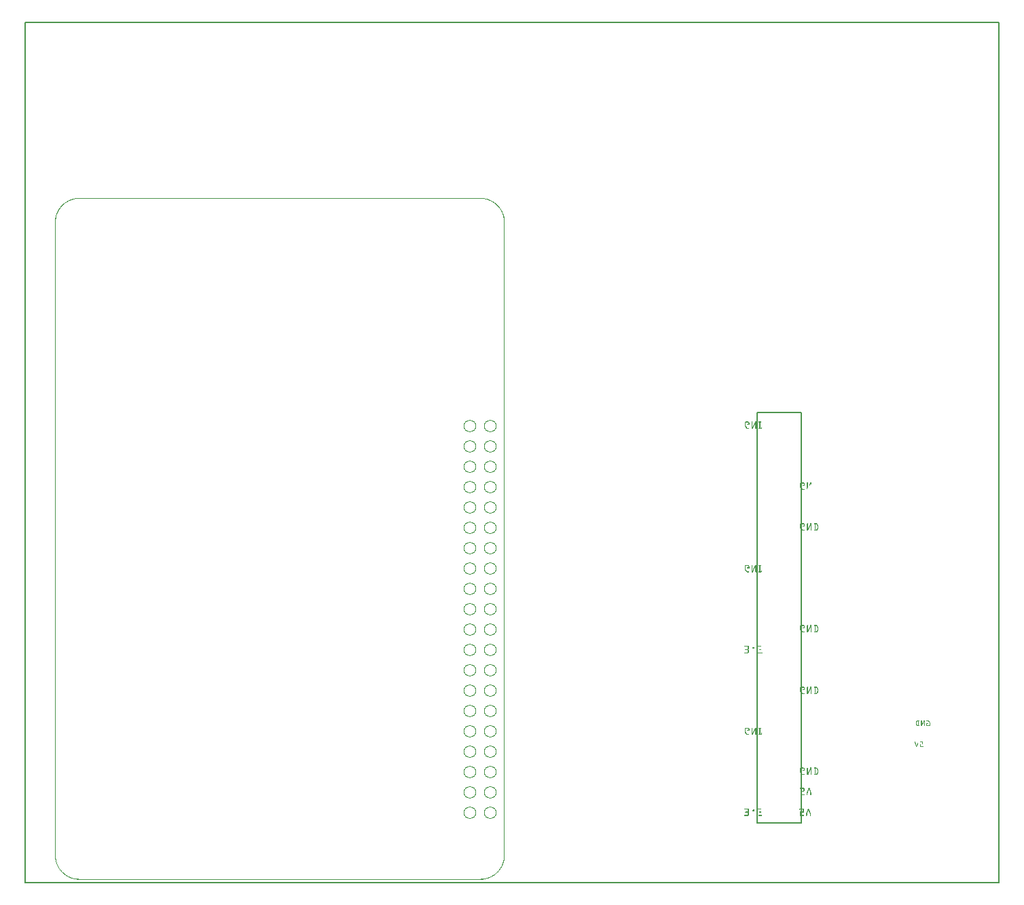
<source format=gbo>
G04 MADE WITH FRITZING*
G04 WWW.FRITZING.ORG*
G04 DOUBLE SIDED*
G04 HOLES PLATED*
G04 CONTOUR ON CENTER OF CONTOUR VECTOR*
%ASAXBY*%
%FSLAX23Y23*%
%MOIN*%
%OFA0B0*%
%SFA1.0B1.0*%
%ADD10C,0.061937X0.054063*%
%ADD11R,0.222817X2.026804X0.207069X2.011056*%
%ADD12C,0.007874*%
%ADD13R,4.787410X4.236230X4.771410X4.220230*%
%ADD14C,0.008000*%
%ADD15R,0.001000X0.001000*%
%LNSILK0*%
G90*
G70*
G54D10*
X2186Y349D03*
X2186Y449D03*
X2186Y549D03*
X2186Y649D03*
X2186Y749D03*
X2186Y849D03*
X2186Y949D03*
X2186Y1049D03*
X2186Y1149D03*
X2186Y1249D03*
X2186Y1349D03*
X2186Y1449D03*
X2186Y1549D03*
X2186Y1649D03*
X2186Y1749D03*
X2186Y1849D03*
X2186Y1949D03*
X2186Y2049D03*
X2186Y2149D03*
X2186Y2249D03*
X2286Y2249D03*
X2286Y2149D03*
X2286Y2049D03*
X2286Y1949D03*
X2286Y1849D03*
X2286Y1749D03*
X2286Y1649D03*
X2286Y1549D03*
X2286Y1449D03*
X2286Y1349D03*
X2286Y1249D03*
X2286Y1149D03*
X2286Y1049D03*
X2286Y949D03*
X2286Y849D03*
X2286Y749D03*
X2286Y649D03*
X2286Y549D03*
X2286Y449D03*
X2286Y349D03*
G54D12*
X3598Y2315D02*
X3813Y2315D01*
X3813Y296D01*
X3598Y296D01*
X3598Y2315D01*
D02*
G54D14*
X4Y4232D02*
X4783Y4232D01*
X4783Y4D01*
X4Y4D01*
X4Y4232D01*
D02*
G54D15*
X263Y3368D02*
X2245Y3368D01*
X253Y3367D02*
X2255Y3367D01*
X247Y3366D02*
X2261Y3366D01*
X243Y3365D02*
X2265Y3365D01*
X239Y3364D02*
X261Y3364D01*
X2247Y3364D02*
X2269Y3364D01*
X236Y3363D02*
X252Y3363D01*
X2256Y3363D02*
X2273Y3363D01*
X233Y3362D02*
X246Y3362D01*
X2262Y3362D02*
X2276Y3362D01*
X230Y3361D02*
X242Y3361D01*
X2266Y3361D02*
X2279Y3361D01*
X227Y3360D02*
X238Y3360D01*
X2270Y3360D02*
X2281Y3360D01*
X225Y3359D02*
X235Y3359D01*
X2274Y3359D02*
X2284Y3359D01*
X222Y3358D02*
X232Y3358D01*
X2277Y3358D02*
X2286Y3358D01*
X220Y3357D02*
X229Y3357D01*
X2279Y3357D02*
X2288Y3357D01*
X218Y3356D02*
X226Y3356D01*
X2282Y3356D02*
X2290Y3356D01*
X216Y3355D02*
X224Y3355D01*
X2284Y3355D02*
X2292Y3355D01*
X214Y3354D02*
X222Y3354D01*
X2287Y3354D02*
X2294Y3354D01*
X212Y3353D02*
X219Y3353D01*
X2289Y3353D02*
X2296Y3353D01*
X211Y3352D02*
X217Y3352D01*
X2291Y3352D02*
X2298Y3352D01*
X209Y3351D02*
X215Y3351D01*
X2293Y3351D02*
X2299Y3351D01*
X207Y3350D02*
X214Y3350D01*
X2295Y3350D02*
X2301Y3350D01*
X206Y3349D02*
X212Y3349D01*
X2296Y3349D02*
X2303Y3349D01*
X204Y3348D02*
X210Y3348D01*
X2298Y3348D02*
X2304Y3348D01*
X203Y3347D02*
X208Y3347D01*
X2300Y3347D02*
X2306Y3347D01*
X201Y3346D02*
X207Y3346D01*
X2301Y3346D02*
X2307Y3346D01*
X200Y3345D02*
X205Y3345D01*
X2303Y3345D02*
X2308Y3345D01*
X199Y3344D02*
X204Y3344D01*
X2304Y3344D02*
X2310Y3344D01*
X197Y3343D02*
X202Y3343D01*
X2306Y3343D02*
X2311Y3343D01*
X196Y3342D02*
X201Y3342D01*
X2307Y3342D02*
X2312Y3342D01*
X195Y3341D02*
X200Y3341D01*
X2309Y3341D02*
X2314Y3341D01*
X194Y3340D02*
X198Y3340D01*
X2310Y3340D02*
X2315Y3340D01*
X192Y3339D02*
X197Y3339D01*
X2311Y3339D02*
X2316Y3339D01*
X191Y3338D02*
X196Y3338D01*
X2312Y3338D02*
X2317Y3338D01*
X190Y3337D02*
X195Y3337D01*
X2314Y3337D02*
X2318Y3337D01*
X189Y3336D02*
X194Y3336D01*
X2315Y3336D02*
X2319Y3336D01*
X188Y3335D02*
X192Y3335D01*
X2316Y3335D02*
X2320Y3335D01*
X187Y3334D02*
X191Y3334D01*
X2317Y3334D02*
X2321Y3334D01*
X186Y3333D02*
X190Y3333D01*
X2318Y3333D02*
X2322Y3333D01*
X185Y3332D02*
X189Y3332D01*
X2319Y3332D02*
X2323Y3332D01*
X184Y3331D02*
X188Y3331D01*
X2320Y3331D02*
X2324Y3331D01*
X183Y3330D02*
X187Y3330D01*
X2321Y3330D02*
X2325Y3330D01*
X182Y3329D02*
X186Y3329D01*
X2322Y3329D02*
X2326Y3329D01*
X181Y3328D02*
X185Y3328D01*
X2323Y3328D02*
X2327Y3328D01*
X180Y3327D02*
X184Y3327D01*
X2324Y3327D02*
X2328Y3327D01*
X179Y3326D02*
X183Y3326D01*
X2325Y3326D02*
X2329Y3326D01*
X179Y3325D02*
X182Y3325D01*
X2326Y3325D02*
X2330Y3325D01*
X178Y3324D02*
X182Y3324D01*
X2327Y3324D02*
X2331Y3324D01*
X177Y3323D02*
X181Y3323D01*
X2328Y3323D02*
X2331Y3323D01*
X176Y3322D02*
X180Y3322D01*
X2328Y3322D02*
X2332Y3322D01*
X175Y3321D02*
X179Y3321D01*
X2329Y3321D02*
X2333Y3321D01*
X175Y3320D02*
X178Y3320D01*
X2330Y3320D02*
X2334Y3320D01*
X174Y3319D02*
X177Y3319D01*
X2331Y3319D02*
X2334Y3319D01*
X173Y3318D02*
X177Y3318D01*
X2332Y3318D02*
X2335Y3318D01*
X172Y3317D02*
X176Y3317D01*
X2332Y3317D02*
X2336Y3317D01*
X172Y3316D02*
X175Y3316D01*
X2333Y3316D02*
X2337Y3316D01*
X171Y3315D02*
X175Y3315D01*
X2334Y3315D02*
X2337Y3315D01*
X170Y3314D02*
X174Y3314D01*
X2334Y3314D02*
X2338Y3314D01*
X170Y3313D02*
X173Y3313D01*
X2335Y3313D02*
X2339Y3313D01*
X169Y3312D02*
X172Y3312D01*
X2336Y3312D02*
X2339Y3312D01*
X168Y3311D02*
X172Y3311D01*
X2336Y3311D02*
X2340Y3311D01*
X168Y3310D02*
X171Y3310D01*
X2337Y3310D02*
X2340Y3310D01*
X167Y3309D02*
X171Y3309D01*
X2338Y3309D02*
X2341Y3309D01*
X167Y3308D02*
X170Y3308D01*
X2338Y3308D02*
X2342Y3308D01*
X166Y3307D02*
X169Y3307D01*
X2339Y3307D02*
X2342Y3307D01*
X165Y3306D02*
X169Y3306D01*
X2340Y3306D02*
X2343Y3306D01*
X165Y3305D02*
X168Y3305D01*
X2340Y3305D02*
X2343Y3305D01*
X164Y3304D02*
X168Y3304D01*
X2341Y3304D02*
X2344Y3304D01*
X164Y3303D02*
X167Y3303D01*
X2341Y3303D02*
X2344Y3303D01*
X163Y3302D02*
X167Y3302D01*
X2342Y3302D02*
X2345Y3302D01*
X163Y3301D02*
X166Y3301D01*
X2342Y3301D02*
X2345Y3301D01*
X162Y3300D02*
X166Y3300D01*
X2343Y3300D02*
X2346Y3300D01*
X162Y3299D02*
X165Y3299D01*
X2343Y3299D02*
X2346Y3299D01*
X161Y3298D02*
X165Y3298D01*
X2344Y3298D02*
X2347Y3298D01*
X161Y3297D02*
X164Y3297D01*
X2344Y3297D02*
X2347Y3297D01*
X161Y3296D02*
X164Y3296D01*
X2345Y3296D02*
X2348Y3296D01*
X160Y3295D02*
X163Y3295D01*
X2345Y3295D02*
X2348Y3295D01*
X160Y3294D02*
X163Y3294D01*
X2346Y3294D02*
X2349Y3294D01*
X159Y3293D02*
X162Y3293D01*
X2346Y3293D02*
X2349Y3293D01*
X159Y3292D02*
X162Y3292D01*
X2346Y3292D02*
X2349Y3292D01*
X158Y3291D02*
X162Y3291D01*
X2347Y3291D02*
X2350Y3291D01*
X158Y3290D02*
X161Y3290D01*
X2347Y3290D02*
X2350Y3290D01*
X158Y3289D02*
X161Y3289D01*
X2348Y3289D02*
X2351Y3289D01*
X157Y3288D02*
X160Y3288D01*
X2348Y3288D02*
X2351Y3288D01*
X157Y3287D02*
X160Y3287D01*
X2348Y3287D02*
X2351Y3287D01*
X157Y3286D02*
X160Y3286D01*
X2349Y3286D02*
X2352Y3286D01*
X156Y3285D02*
X159Y3285D01*
X2349Y3285D02*
X2352Y3285D01*
X156Y3284D02*
X159Y3284D01*
X2349Y3284D02*
X2352Y3284D01*
X156Y3283D02*
X159Y3283D01*
X2350Y3283D02*
X2353Y3283D01*
X155Y3282D02*
X158Y3282D01*
X2350Y3282D02*
X2353Y3282D01*
X155Y3281D02*
X158Y3281D01*
X2350Y3281D02*
X2353Y3281D01*
X155Y3280D02*
X158Y3280D01*
X2351Y3280D02*
X2354Y3280D01*
X155Y3279D02*
X158Y3279D01*
X2351Y3279D02*
X2354Y3279D01*
X154Y3278D02*
X157Y3278D01*
X2351Y3278D02*
X2354Y3278D01*
X154Y3277D02*
X157Y3277D01*
X2351Y3277D02*
X2354Y3277D01*
X154Y3276D02*
X157Y3276D01*
X2352Y3276D02*
X2355Y3276D01*
X154Y3275D02*
X157Y3275D01*
X2352Y3275D02*
X2355Y3275D01*
X153Y3274D02*
X156Y3274D01*
X2352Y3274D02*
X2355Y3274D01*
X153Y3273D02*
X156Y3273D01*
X2352Y3273D02*
X2355Y3273D01*
X153Y3272D02*
X156Y3272D01*
X2352Y3272D02*
X2355Y3272D01*
X153Y3271D02*
X156Y3271D01*
X2353Y3271D02*
X2356Y3271D01*
X152Y3270D02*
X155Y3270D01*
X2353Y3270D02*
X2356Y3270D01*
X152Y3269D02*
X155Y3269D01*
X2353Y3269D02*
X2356Y3269D01*
X152Y3268D02*
X155Y3268D01*
X2353Y3268D02*
X2356Y3268D01*
X152Y3267D02*
X155Y3267D01*
X2353Y3267D02*
X2356Y3267D01*
X152Y3266D02*
X155Y3266D01*
X2354Y3266D02*
X2357Y3266D01*
X152Y3265D02*
X155Y3265D01*
X2354Y3265D02*
X2357Y3265D01*
X152Y3264D02*
X154Y3264D01*
X2354Y3264D02*
X2357Y3264D01*
X151Y3263D02*
X154Y3263D01*
X2354Y3263D02*
X2357Y3263D01*
X151Y3262D02*
X154Y3262D01*
X2354Y3262D02*
X2357Y3262D01*
X151Y3261D02*
X154Y3261D01*
X2354Y3261D02*
X2357Y3261D01*
X151Y3260D02*
X154Y3260D01*
X2354Y3260D02*
X2357Y3260D01*
X151Y3259D02*
X154Y3259D01*
X2354Y3259D02*
X2357Y3259D01*
X151Y3258D02*
X154Y3258D01*
X2354Y3258D02*
X2357Y3258D01*
X151Y3257D02*
X154Y3257D01*
X2355Y3257D02*
X2358Y3257D01*
X151Y3256D02*
X154Y3256D01*
X2355Y3256D02*
X2358Y3256D01*
X151Y3255D02*
X154Y3255D01*
X2355Y3255D02*
X2358Y3255D01*
X151Y3254D02*
X154Y3254D01*
X2355Y3254D02*
X2358Y3254D01*
X151Y3253D02*
X153Y3253D01*
X2355Y3253D02*
X2358Y3253D01*
X151Y3252D02*
X153Y3252D01*
X2355Y3252D02*
X2358Y3252D01*
X150Y3251D02*
X153Y3251D01*
X2355Y3251D02*
X2358Y3251D01*
X150Y3250D02*
X153Y3250D01*
X2355Y3250D02*
X2358Y3250D01*
X150Y3249D02*
X153Y3249D01*
X2355Y3249D02*
X2358Y3249D01*
X150Y3248D02*
X153Y3248D01*
X2355Y3248D02*
X2358Y3248D01*
X150Y3247D02*
X153Y3247D01*
X2355Y3247D02*
X2358Y3247D01*
X150Y3246D02*
X153Y3246D01*
X2355Y3246D02*
X2358Y3246D01*
X150Y3245D02*
X153Y3245D01*
X2355Y3245D02*
X2358Y3245D01*
X150Y3244D02*
X153Y3244D01*
X2355Y3244D02*
X2358Y3244D01*
X150Y3243D02*
X153Y3243D01*
X2355Y3243D02*
X2358Y3243D01*
X150Y3242D02*
X153Y3242D01*
X2355Y3242D02*
X2358Y3242D01*
X150Y3241D02*
X153Y3241D01*
X2355Y3241D02*
X2358Y3241D01*
X150Y3240D02*
X153Y3240D01*
X2355Y3240D02*
X2358Y3240D01*
X150Y3239D02*
X153Y3239D01*
X2355Y3239D02*
X2358Y3239D01*
X150Y3238D02*
X153Y3238D01*
X2355Y3238D02*
X2358Y3238D01*
X150Y3237D02*
X153Y3237D01*
X2355Y3237D02*
X2358Y3237D01*
X150Y3236D02*
X153Y3236D01*
X2355Y3236D02*
X2358Y3236D01*
X150Y3235D02*
X153Y3235D01*
X2355Y3235D02*
X2358Y3235D01*
X150Y3234D02*
X153Y3234D01*
X2355Y3234D02*
X2358Y3234D01*
X150Y3233D02*
X153Y3233D01*
X2355Y3233D02*
X2358Y3233D01*
X150Y3232D02*
X153Y3232D01*
X2355Y3232D02*
X2358Y3232D01*
X150Y3231D02*
X153Y3231D01*
X2355Y3231D02*
X2358Y3231D01*
X150Y3230D02*
X153Y3230D01*
X2355Y3230D02*
X2358Y3230D01*
X150Y3229D02*
X153Y3229D01*
X2355Y3229D02*
X2358Y3229D01*
X150Y3228D02*
X153Y3228D01*
X2355Y3228D02*
X2358Y3228D01*
X150Y3227D02*
X153Y3227D01*
X2355Y3227D02*
X2358Y3227D01*
X150Y3226D02*
X153Y3226D01*
X2355Y3226D02*
X2358Y3226D01*
X150Y3225D02*
X153Y3225D01*
X2355Y3225D02*
X2358Y3225D01*
X150Y3224D02*
X153Y3224D01*
X2355Y3224D02*
X2358Y3224D01*
X150Y3223D02*
X153Y3223D01*
X2355Y3223D02*
X2358Y3223D01*
X150Y3222D02*
X153Y3222D01*
X2355Y3222D02*
X2358Y3222D01*
X150Y3221D02*
X153Y3221D01*
X2355Y3221D02*
X2358Y3221D01*
X150Y3220D02*
X153Y3220D01*
X2355Y3220D02*
X2358Y3220D01*
X150Y3219D02*
X153Y3219D01*
X2355Y3219D02*
X2358Y3219D01*
X150Y3218D02*
X153Y3218D01*
X2355Y3218D02*
X2358Y3218D01*
X150Y3217D02*
X153Y3217D01*
X2355Y3217D02*
X2358Y3217D01*
X150Y3216D02*
X153Y3216D01*
X2355Y3216D02*
X2358Y3216D01*
X150Y3215D02*
X153Y3215D01*
X2355Y3215D02*
X2358Y3215D01*
X150Y3214D02*
X153Y3214D01*
X2355Y3214D02*
X2358Y3214D01*
X150Y3213D02*
X153Y3213D01*
X2355Y3213D02*
X2358Y3213D01*
X150Y3212D02*
X153Y3212D01*
X2355Y3212D02*
X2358Y3212D01*
X150Y3211D02*
X153Y3211D01*
X2355Y3211D02*
X2358Y3211D01*
X150Y3210D02*
X153Y3210D01*
X2355Y3210D02*
X2358Y3210D01*
X150Y3209D02*
X153Y3209D01*
X2355Y3209D02*
X2358Y3209D01*
X150Y3208D02*
X153Y3208D01*
X2355Y3208D02*
X2358Y3208D01*
X150Y3207D02*
X153Y3207D01*
X2355Y3207D02*
X2358Y3207D01*
X150Y3206D02*
X153Y3206D01*
X2355Y3206D02*
X2358Y3206D01*
X150Y3205D02*
X153Y3205D01*
X2355Y3205D02*
X2358Y3205D01*
X150Y3204D02*
X153Y3204D01*
X2355Y3204D02*
X2358Y3204D01*
X150Y3203D02*
X153Y3203D01*
X2355Y3203D02*
X2358Y3203D01*
X150Y3202D02*
X153Y3202D01*
X2355Y3202D02*
X2358Y3202D01*
X150Y3201D02*
X153Y3201D01*
X2355Y3201D02*
X2358Y3201D01*
X150Y3200D02*
X153Y3200D01*
X2355Y3200D02*
X2358Y3200D01*
X150Y3199D02*
X153Y3199D01*
X2355Y3199D02*
X2358Y3199D01*
X150Y3198D02*
X153Y3198D01*
X2355Y3198D02*
X2358Y3198D01*
X150Y3197D02*
X153Y3197D01*
X2355Y3197D02*
X2358Y3197D01*
X150Y3196D02*
X153Y3196D01*
X2355Y3196D02*
X2358Y3196D01*
X150Y3195D02*
X153Y3195D01*
X2355Y3195D02*
X2358Y3195D01*
X150Y3194D02*
X153Y3194D01*
X2355Y3194D02*
X2358Y3194D01*
X150Y3193D02*
X153Y3193D01*
X2355Y3193D02*
X2358Y3193D01*
X150Y3192D02*
X153Y3192D01*
X2355Y3192D02*
X2358Y3192D01*
X150Y3191D02*
X153Y3191D01*
X2355Y3191D02*
X2358Y3191D01*
X150Y3190D02*
X153Y3190D01*
X2355Y3190D02*
X2358Y3190D01*
X150Y3189D02*
X153Y3189D01*
X2355Y3189D02*
X2358Y3189D01*
X150Y3188D02*
X153Y3188D01*
X2355Y3188D02*
X2358Y3188D01*
X150Y3187D02*
X153Y3187D01*
X2355Y3187D02*
X2358Y3187D01*
X150Y3186D02*
X153Y3186D01*
X2355Y3186D02*
X2358Y3186D01*
X150Y3185D02*
X153Y3185D01*
X2355Y3185D02*
X2358Y3185D01*
X150Y3184D02*
X153Y3184D01*
X2355Y3184D02*
X2358Y3184D01*
X150Y3183D02*
X153Y3183D01*
X2355Y3183D02*
X2358Y3183D01*
X150Y3182D02*
X153Y3182D01*
X2355Y3182D02*
X2358Y3182D01*
X150Y3181D02*
X153Y3181D01*
X2355Y3181D02*
X2358Y3181D01*
X150Y3180D02*
X153Y3180D01*
X2355Y3180D02*
X2358Y3180D01*
X150Y3179D02*
X153Y3179D01*
X2355Y3179D02*
X2358Y3179D01*
X150Y3178D02*
X153Y3178D01*
X2355Y3178D02*
X2358Y3178D01*
X150Y3177D02*
X153Y3177D01*
X2355Y3177D02*
X2358Y3177D01*
X150Y3176D02*
X153Y3176D01*
X2355Y3176D02*
X2358Y3176D01*
X150Y3175D02*
X153Y3175D01*
X2355Y3175D02*
X2358Y3175D01*
X150Y3174D02*
X153Y3174D01*
X2355Y3174D02*
X2358Y3174D01*
X150Y3173D02*
X153Y3173D01*
X2355Y3173D02*
X2358Y3173D01*
X150Y3172D02*
X153Y3172D01*
X2355Y3172D02*
X2358Y3172D01*
X150Y3171D02*
X153Y3171D01*
X2355Y3171D02*
X2358Y3171D01*
X150Y3170D02*
X153Y3170D01*
X2355Y3170D02*
X2358Y3170D01*
X150Y3169D02*
X153Y3169D01*
X2355Y3169D02*
X2358Y3169D01*
X150Y3168D02*
X153Y3168D01*
X2355Y3168D02*
X2358Y3168D01*
X150Y3167D02*
X153Y3167D01*
X2355Y3167D02*
X2358Y3167D01*
X150Y3166D02*
X153Y3166D01*
X2355Y3166D02*
X2358Y3166D01*
X150Y3165D02*
X153Y3165D01*
X2355Y3165D02*
X2358Y3165D01*
X150Y3164D02*
X153Y3164D01*
X2355Y3164D02*
X2358Y3164D01*
X150Y3163D02*
X153Y3163D01*
X2355Y3163D02*
X2358Y3163D01*
X150Y3162D02*
X153Y3162D01*
X2355Y3162D02*
X2358Y3162D01*
X150Y3161D02*
X153Y3161D01*
X2355Y3161D02*
X2358Y3161D01*
X150Y3160D02*
X153Y3160D01*
X2355Y3160D02*
X2358Y3160D01*
X150Y3159D02*
X153Y3159D01*
X2355Y3159D02*
X2358Y3159D01*
X150Y3158D02*
X153Y3158D01*
X2355Y3158D02*
X2358Y3158D01*
X150Y3157D02*
X153Y3157D01*
X2355Y3157D02*
X2358Y3157D01*
X150Y3156D02*
X153Y3156D01*
X2355Y3156D02*
X2358Y3156D01*
X150Y3155D02*
X153Y3155D01*
X2355Y3155D02*
X2358Y3155D01*
X150Y3154D02*
X153Y3154D01*
X2355Y3154D02*
X2358Y3154D01*
X150Y3153D02*
X153Y3153D01*
X2355Y3153D02*
X2358Y3153D01*
X150Y3152D02*
X153Y3152D01*
X2355Y3152D02*
X2358Y3152D01*
X150Y3151D02*
X153Y3151D01*
X2355Y3151D02*
X2358Y3151D01*
X150Y3150D02*
X153Y3150D01*
X2355Y3150D02*
X2358Y3150D01*
X150Y3149D02*
X153Y3149D01*
X2355Y3149D02*
X2358Y3149D01*
X150Y3148D02*
X153Y3148D01*
X2355Y3148D02*
X2358Y3148D01*
X150Y3147D02*
X153Y3147D01*
X2355Y3147D02*
X2358Y3147D01*
X150Y3146D02*
X153Y3146D01*
X2355Y3146D02*
X2358Y3146D01*
X150Y3145D02*
X153Y3145D01*
X2355Y3145D02*
X2358Y3145D01*
X150Y3144D02*
X153Y3144D01*
X2355Y3144D02*
X2358Y3144D01*
X150Y3143D02*
X153Y3143D01*
X2355Y3143D02*
X2358Y3143D01*
X150Y3142D02*
X153Y3142D01*
X2355Y3142D02*
X2358Y3142D01*
X150Y3141D02*
X153Y3141D01*
X2355Y3141D02*
X2358Y3141D01*
X150Y3140D02*
X153Y3140D01*
X2355Y3140D02*
X2358Y3140D01*
X150Y3139D02*
X153Y3139D01*
X2355Y3139D02*
X2358Y3139D01*
X150Y3138D02*
X153Y3138D01*
X2355Y3138D02*
X2358Y3138D01*
X150Y3137D02*
X153Y3137D01*
X2355Y3137D02*
X2358Y3137D01*
X150Y3136D02*
X153Y3136D01*
X2355Y3136D02*
X2358Y3136D01*
X150Y3135D02*
X153Y3135D01*
X2355Y3135D02*
X2358Y3135D01*
X150Y3134D02*
X153Y3134D01*
X2355Y3134D02*
X2358Y3134D01*
X150Y3133D02*
X153Y3133D01*
X2355Y3133D02*
X2358Y3133D01*
X150Y3132D02*
X153Y3132D01*
X2355Y3132D02*
X2358Y3132D01*
X150Y3131D02*
X153Y3131D01*
X2355Y3131D02*
X2358Y3131D01*
X150Y3130D02*
X153Y3130D01*
X2355Y3130D02*
X2358Y3130D01*
X150Y3129D02*
X153Y3129D01*
X2355Y3129D02*
X2358Y3129D01*
X150Y3128D02*
X153Y3128D01*
X2355Y3128D02*
X2358Y3128D01*
X150Y3127D02*
X153Y3127D01*
X2355Y3127D02*
X2358Y3127D01*
X150Y3126D02*
X153Y3126D01*
X2355Y3126D02*
X2358Y3126D01*
X150Y3125D02*
X153Y3125D01*
X2355Y3125D02*
X2358Y3125D01*
X150Y3124D02*
X153Y3124D01*
X2355Y3124D02*
X2358Y3124D01*
X150Y3123D02*
X153Y3123D01*
X2355Y3123D02*
X2358Y3123D01*
X150Y3122D02*
X153Y3122D01*
X2355Y3122D02*
X2358Y3122D01*
X150Y3121D02*
X153Y3121D01*
X2355Y3121D02*
X2358Y3121D01*
X150Y3120D02*
X153Y3120D01*
X2355Y3120D02*
X2358Y3120D01*
X150Y3119D02*
X153Y3119D01*
X2355Y3119D02*
X2358Y3119D01*
X150Y3118D02*
X153Y3118D01*
X2355Y3118D02*
X2358Y3118D01*
X150Y3117D02*
X153Y3117D01*
X2355Y3117D02*
X2358Y3117D01*
X150Y3116D02*
X153Y3116D01*
X2355Y3116D02*
X2358Y3116D01*
X150Y3115D02*
X153Y3115D01*
X2355Y3115D02*
X2358Y3115D01*
X150Y3114D02*
X153Y3114D01*
X2355Y3114D02*
X2358Y3114D01*
X150Y3113D02*
X153Y3113D01*
X2355Y3113D02*
X2358Y3113D01*
X150Y3112D02*
X153Y3112D01*
X2355Y3112D02*
X2358Y3112D01*
X150Y3111D02*
X153Y3111D01*
X2355Y3111D02*
X2358Y3111D01*
X150Y3110D02*
X153Y3110D01*
X2355Y3110D02*
X2358Y3110D01*
X150Y3109D02*
X153Y3109D01*
X2355Y3109D02*
X2358Y3109D01*
X150Y3108D02*
X153Y3108D01*
X2355Y3108D02*
X2358Y3108D01*
X150Y3107D02*
X153Y3107D01*
X2355Y3107D02*
X2358Y3107D01*
X150Y3106D02*
X153Y3106D01*
X2355Y3106D02*
X2358Y3106D01*
X150Y3105D02*
X153Y3105D01*
X2355Y3105D02*
X2358Y3105D01*
X150Y3104D02*
X153Y3104D01*
X2355Y3104D02*
X2358Y3104D01*
X150Y3103D02*
X153Y3103D01*
X2355Y3103D02*
X2358Y3103D01*
X150Y3102D02*
X153Y3102D01*
X2355Y3102D02*
X2358Y3102D01*
X150Y3101D02*
X153Y3101D01*
X2355Y3101D02*
X2358Y3101D01*
X150Y3100D02*
X153Y3100D01*
X2355Y3100D02*
X2358Y3100D01*
X150Y3099D02*
X153Y3099D01*
X2355Y3099D02*
X2358Y3099D01*
X150Y3098D02*
X153Y3098D01*
X2355Y3098D02*
X2358Y3098D01*
X150Y3097D02*
X153Y3097D01*
X2355Y3097D02*
X2358Y3097D01*
X150Y3096D02*
X153Y3096D01*
X2355Y3096D02*
X2358Y3096D01*
X150Y3095D02*
X153Y3095D01*
X2355Y3095D02*
X2358Y3095D01*
X150Y3094D02*
X153Y3094D01*
X2355Y3094D02*
X2358Y3094D01*
X150Y3093D02*
X153Y3093D01*
X2355Y3093D02*
X2358Y3093D01*
X150Y3092D02*
X153Y3092D01*
X2355Y3092D02*
X2358Y3092D01*
X150Y3091D02*
X153Y3091D01*
X2355Y3091D02*
X2358Y3091D01*
X150Y3090D02*
X153Y3090D01*
X2355Y3090D02*
X2358Y3090D01*
X150Y3089D02*
X153Y3089D01*
X2355Y3089D02*
X2358Y3089D01*
X150Y3088D02*
X153Y3088D01*
X2355Y3088D02*
X2358Y3088D01*
X150Y3087D02*
X153Y3087D01*
X2355Y3087D02*
X2358Y3087D01*
X150Y3086D02*
X153Y3086D01*
X2355Y3086D02*
X2358Y3086D01*
X150Y3085D02*
X153Y3085D01*
X2355Y3085D02*
X2358Y3085D01*
X150Y3084D02*
X153Y3084D01*
X2355Y3084D02*
X2358Y3084D01*
X150Y3083D02*
X153Y3083D01*
X2355Y3083D02*
X2358Y3083D01*
X150Y3082D02*
X153Y3082D01*
X2355Y3082D02*
X2358Y3082D01*
X150Y3081D02*
X153Y3081D01*
X2355Y3081D02*
X2358Y3081D01*
X150Y3080D02*
X153Y3080D01*
X2355Y3080D02*
X2358Y3080D01*
X150Y3079D02*
X153Y3079D01*
X2355Y3079D02*
X2358Y3079D01*
X150Y3078D02*
X153Y3078D01*
X2355Y3078D02*
X2358Y3078D01*
X150Y3077D02*
X153Y3077D01*
X2355Y3077D02*
X2358Y3077D01*
X150Y3076D02*
X153Y3076D01*
X2355Y3076D02*
X2358Y3076D01*
X150Y3075D02*
X153Y3075D01*
X2355Y3075D02*
X2358Y3075D01*
X150Y3074D02*
X153Y3074D01*
X2355Y3074D02*
X2358Y3074D01*
X150Y3073D02*
X153Y3073D01*
X2355Y3073D02*
X2358Y3073D01*
X150Y3072D02*
X153Y3072D01*
X2355Y3072D02*
X2358Y3072D01*
X150Y3071D02*
X153Y3071D01*
X2355Y3071D02*
X2358Y3071D01*
X150Y3070D02*
X153Y3070D01*
X2355Y3070D02*
X2358Y3070D01*
X150Y3069D02*
X153Y3069D01*
X2355Y3069D02*
X2358Y3069D01*
X150Y3068D02*
X153Y3068D01*
X2355Y3068D02*
X2358Y3068D01*
X150Y3067D02*
X153Y3067D01*
X2355Y3067D02*
X2358Y3067D01*
X150Y3066D02*
X153Y3066D01*
X2355Y3066D02*
X2358Y3066D01*
X150Y3065D02*
X153Y3065D01*
X2355Y3065D02*
X2358Y3065D01*
X150Y3064D02*
X153Y3064D01*
X2355Y3064D02*
X2358Y3064D01*
X150Y3063D02*
X153Y3063D01*
X2355Y3063D02*
X2358Y3063D01*
X150Y3062D02*
X153Y3062D01*
X2355Y3062D02*
X2358Y3062D01*
X150Y3061D02*
X153Y3061D01*
X2355Y3061D02*
X2358Y3061D01*
X150Y3060D02*
X153Y3060D01*
X2355Y3060D02*
X2358Y3060D01*
X150Y3059D02*
X153Y3059D01*
X2355Y3059D02*
X2358Y3059D01*
X150Y3058D02*
X153Y3058D01*
X2355Y3058D02*
X2358Y3058D01*
X150Y3057D02*
X153Y3057D01*
X2355Y3057D02*
X2358Y3057D01*
X150Y3056D02*
X153Y3056D01*
X2355Y3056D02*
X2358Y3056D01*
X150Y3055D02*
X153Y3055D01*
X2355Y3055D02*
X2358Y3055D01*
X150Y3054D02*
X153Y3054D01*
X2355Y3054D02*
X2358Y3054D01*
X150Y3053D02*
X153Y3053D01*
X2355Y3053D02*
X2358Y3053D01*
X150Y3052D02*
X153Y3052D01*
X2355Y3052D02*
X2358Y3052D01*
X150Y3051D02*
X153Y3051D01*
X2355Y3051D02*
X2358Y3051D01*
X150Y3050D02*
X153Y3050D01*
X2355Y3050D02*
X2358Y3050D01*
X150Y3049D02*
X153Y3049D01*
X2355Y3049D02*
X2358Y3049D01*
X150Y3048D02*
X153Y3048D01*
X2355Y3048D02*
X2358Y3048D01*
X150Y3047D02*
X153Y3047D01*
X2355Y3047D02*
X2358Y3047D01*
X150Y3046D02*
X153Y3046D01*
X2355Y3046D02*
X2358Y3046D01*
X150Y3045D02*
X153Y3045D01*
X2355Y3045D02*
X2358Y3045D01*
X150Y3044D02*
X153Y3044D01*
X2355Y3044D02*
X2358Y3044D01*
X150Y3043D02*
X153Y3043D01*
X2355Y3043D02*
X2358Y3043D01*
X150Y3042D02*
X153Y3042D01*
X2355Y3042D02*
X2358Y3042D01*
X150Y3041D02*
X153Y3041D01*
X2355Y3041D02*
X2358Y3041D01*
X150Y3040D02*
X153Y3040D01*
X2355Y3040D02*
X2358Y3040D01*
X150Y3039D02*
X153Y3039D01*
X2355Y3039D02*
X2358Y3039D01*
X150Y3038D02*
X153Y3038D01*
X2355Y3038D02*
X2358Y3038D01*
X150Y3037D02*
X153Y3037D01*
X2355Y3037D02*
X2358Y3037D01*
X150Y3036D02*
X153Y3036D01*
X2355Y3036D02*
X2358Y3036D01*
X150Y3035D02*
X153Y3035D01*
X2355Y3035D02*
X2358Y3035D01*
X150Y3034D02*
X153Y3034D01*
X2355Y3034D02*
X2358Y3034D01*
X150Y3033D02*
X153Y3033D01*
X2355Y3033D02*
X2358Y3033D01*
X150Y3032D02*
X153Y3032D01*
X2355Y3032D02*
X2358Y3032D01*
X150Y3031D02*
X153Y3031D01*
X2355Y3031D02*
X2358Y3031D01*
X150Y3030D02*
X153Y3030D01*
X2355Y3030D02*
X2358Y3030D01*
X150Y3029D02*
X153Y3029D01*
X2355Y3029D02*
X2358Y3029D01*
X150Y3028D02*
X153Y3028D01*
X2355Y3028D02*
X2358Y3028D01*
X150Y3027D02*
X153Y3027D01*
X2355Y3027D02*
X2358Y3027D01*
X150Y3026D02*
X153Y3026D01*
X2355Y3026D02*
X2358Y3026D01*
X150Y3025D02*
X153Y3025D01*
X2355Y3025D02*
X2358Y3025D01*
X150Y3024D02*
X153Y3024D01*
X2355Y3024D02*
X2358Y3024D01*
X150Y3023D02*
X153Y3023D01*
X2355Y3023D02*
X2358Y3023D01*
X150Y3022D02*
X153Y3022D01*
X2355Y3022D02*
X2358Y3022D01*
X150Y3021D02*
X153Y3021D01*
X2355Y3021D02*
X2358Y3021D01*
X150Y3020D02*
X153Y3020D01*
X2355Y3020D02*
X2358Y3020D01*
X150Y3019D02*
X153Y3019D01*
X2355Y3019D02*
X2358Y3019D01*
X150Y3018D02*
X153Y3018D01*
X2355Y3018D02*
X2358Y3018D01*
X150Y3017D02*
X153Y3017D01*
X2355Y3017D02*
X2358Y3017D01*
X150Y3016D02*
X153Y3016D01*
X2355Y3016D02*
X2358Y3016D01*
X150Y3015D02*
X153Y3015D01*
X2355Y3015D02*
X2358Y3015D01*
X150Y3014D02*
X153Y3014D01*
X2355Y3014D02*
X2358Y3014D01*
X150Y3013D02*
X153Y3013D01*
X2355Y3013D02*
X2358Y3013D01*
X150Y3012D02*
X153Y3012D01*
X2355Y3012D02*
X2358Y3012D01*
X150Y3011D02*
X153Y3011D01*
X2355Y3011D02*
X2358Y3011D01*
X150Y3010D02*
X153Y3010D01*
X2355Y3010D02*
X2358Y3010D01*
X150Y3009D02*
X153Y3009D01*
X2355Y3009D02*
X2358Y3009D01*
X150Y3008D02*
X153Y3008D01*
X2355Y3008D02*
X2358Y3008D01*
X150Y3007D02*
X153Y3007D01*
X2355Y3007D02*
X2358Y3007D01*
X150Y3006D02*
X153Y3006D01*
X2355Y3006D02*
X2358Y3006D01*
X150Y3005D02*
X153Y3005D01*
X2355Y3005D02*
X2358Y3005D01*
X150Y3004D02*
X153Y3004D01*
X2355Y3004D02*
X2358Y3004D01*
X150Y3003D02*
X153Y3003D01*
X2355Y3003D02*
X2358Y3003D01*
X150Y3002D02*
X153Y3002D01*
X2355Y3002D02*
X2358Y3002D01*
X150Y3001D02*
X153Y3001D01*
X2355Y3001D02*
X2358Y3001D01*
X150Y3000D02*
X153Y3000D01*
X2355Y3000D02*
X2358Y3000D01*
X150Y2999D02*
X153Y2999D01*
X2355Y2999D02*
X2358Y2999D01*
X150Y2998D02*
X153Y2998D01*
X2355Y2998D02*
X2358Y2998D01*
X150Y2997D02*
X153Y2997D01*
X2355Y2997D02*
X2358Y2997D01*
X150Y2996D02*
X153Y2996D01*
X2355Y2996D02*
X2358Y2996D01*
X150Y2995D02*
X153Y2995D01*
X2355Y2995D02*
X2358Y2995D01*
X150Y2994D02*
X153Y2994D01*
X2355Y2994D02*
X2358Y2994D01*
X150Y2993D02*
X153Y2993D01*
X2355Y2993D02*
X2358Y2993D01*
X150Y2992D02*
X153Y2992D01*
X2355Y2992D02*
X2358Y2992D01*
X150Y2991D02*
X153Y2991D01*
X2355Y2991D02*
X2358Y2991D01*
X150Y2990D02*
X153Y2990D01*
X2355Y2990D02*
X2358Y2990D01*
X150Y2989D02*
X153Y2989D01*
X2355Y2989D02*
X2358Y2989D01*
X150Y2988D02*
X153Y2988D01*
X2355Y2988D02*
X2358Y2988D01*
X150Y2987D02*
X153Y2987D01*
X2355Y2987D02*
X2358Y2987D01*
X150Y2986D02*
X153Y2986D01*
X2355Y2986D02*
X2358Y2986D01*
X150Y2985D02*
X153Y2985D01*
X2355Y2985D02*
X2358Y2985D01*
X150Y2984D02*
X153Y2984D01*
X2355Y2984D02*
X2358Y2984D01*
X150Y2983D02*
X153Y2983D01*
X2355Y2983D02*
X2358Y2983D01*
X150Y2982D02*
X153Y2982D01*
X2355Y2982D02*
X2358Y2982D01*
X150Y2981D02*
X153Y2981D01*
X2355Y2981D02*
X2358Y2981D01*
X150Y2980D02*
X153Y2980D01*
X2355Y2980D02*
X2358Y2980D01*
X150Y2979D02*
X153Y2979D01*
X2355Y2979D02*
X2358Y2979D01*
X150Y2978D02*
X153Y2978D01*
X2355Y2978D02*
X2358Y2978D01*
X150Y2977D02*
X153Y2977D01*
X2355Y2977D02*
X2358Y2977D01*
X150Y2976D02*
X153Y2976D01*
X2355Y2976D02*
X2358Y2976D01*
X150Y2975D02*
X153Y2975D01*
X2355Y2975D02*
X2358Y2975D01*
X150Y2974D02*
X153Y2974D01*
X2355Y2974D02*
X2358Y2974D01*
X150Y2973D02*
X153Y2973D01*
X2355Y2973D02*
X2358Y2973D01*
X150Y2972D02*
X153Y2972D01*
X2355Y2972D02*
X2358Y2972D01*
X150Y2971D02*
X153Y2971D01*
X2355Y2971D02*
X2358Y2971D01*
X150Y2970D02*
X153Y2970D01*
X2355Y2970D02*
X2358Y2970D01*
X150Y2969D02*
X153Y2969D01*
X2355Y2969D02*
X2358Y2969D01*
X150Y2968D02*
X153Y2968D01*
X2355Y2968D02*
X2358Y2968D01*
X150Y2967D02*
X153Y2967D01*
X2355Y2967D02*
X2358Y2967D01*
X150Y2966D02*
X153Y2966D01*
X2355Y2966D02*
X2358Y2966D01*
X150Y2965D02*
X153Y2965D01*
X2355Y2965D02*
X2358Y2965D01*
X150Y2964D02*
X153Y2964D01*
X2355Y2964D02*
X2358Y2964D01*
X150Y2963D02*
X153Y2963D01*
X2355Y2963D02*
X2358Y2963D01*
X150Y2962D02*
X153Y2962D01*
X2355Y2962D02*
X2358Y2962D01*
X150Y2961D02*
X153Y2961D01*
X2355Y2961D02*
X2358Y2961D01*
X150Y2960D02*
X153Y2960D01*
X2355Y2960D02*
X2358Y2960D01*
X150Y2959D02*
X153Y2959D01*
X2355Y2959D02*
X2358Y2959D01*
X150Y2958D02*
X153Y2958D01*
X2355Y2958D02*
X2358Y2958D01*
X150Y2957D02*
X153Y2957D01*
X2355Y2957D02*
X2358Y2957D01*
X150Y2956D02*
X153Y2956D01*
X2355Y2956D02*
X2358Y2956D01*
X150Y2955D02*
X153Y2955D01*
X2355Y2955D02*
X2358Y2955D01*
X150Y2954D02*
X153Y2954D01*
X2355Y2954D02*
X2358Y2954D01*
X150Y2953D02*
X153Y2953D01*
X2355Y2953D02*
X2358Y2953D01*
X150Y2952D02*
X153Y2952D01*
X2355Y2952D02*
X2358Y2952D01*
X150Y2951D02*
X153Y2951D01*
X2355Y2951D02*
X2358Y2951D01*
X150Y2950D02*
X153Y2950D01*
X2355Y2950D02*
X2358Y2950D01*
X150Y2949D02*
X153Y2949D01*
X2355Y2949D02*
X2358Y2949D01*
X150Y2948D02*
X153Y2948D01*
X2355Y2948D02*
X2358Y2948D01*
X150Y2947D02*
X153Y2947D01*
X2355Y2947D02*
X2358Y2947D01*
X150Y2946D02*
X153Y2946D01*
X2355Y2946D02*
X2358Y2946D01*
X150Y2945D02*
X153Y2945D01*
X2355Y2945D02*
X2358Y2945D01*
X150Y2944D02*
X153Y2944D01*
X2355Y2944D02*
X2358Y2944D01*
X150Y2943D02*
X153Y2943D01*
X2355Y2943D02*
X2358Y2943D01*
X150Y2942D02*
X153Y2942D01*
X2355Y2942D02*
X2358Y2942D01*
X150Y2941D02*
X153Y2941D01*
X2355Y2941D02*
X2358Y2941D01*
X150Y2940D02*
X153Y2940D01*
X2355Y2940D02*
X2358Y2940D01*
X150Y2939D02*
X153Y2939D01*
X2355Y2939D02*
X2358Y2939D01*
X150Y2938D02*
X153Y2938D01*
X2355Y2938D02*
X2358Y2938D01*
X150Y2937D02*
X153Y2937D01*
X2355Y2937D02*
X2358Y2937D01*
X150Y2936D02*
X153Y2936D01*
X2355Y2936D02*
X2358Y2936D01*
X150Y2935D02*
X153Y2935D01*
X2355Y2935D02*
X2358Y2935D01*
X150Y2934D02*
X153Y2934D01*
X2355Y2934D02*
X2358Y2934D01*
X150Y2933D02*
X153Y2933D01*
X2355Y2933D02*
X2358Y2933D01*
X150Y2932D02*
X153Y2932D01*
X2355Y2932D02*
X2358Y2932D01*
X150Y2931D02*
X153Y2931D01*
X2355Y2931D02*
X2358Y2931D01*
X150Y2930D02*
X153Y2930D01*
X2355Y2930D02*
X2358Y2930D01*
X150Y2929D02*
X153Y2929D01*
X2355Y2929D02*
X2358Y2929D01*
X150Y2928D02*
X153Y2928D01*
X2355Y2928D02*
X2358Y2928D01*
X150Y2927D02*
X153Y2927D01*
X2355Y2927D02*
X2358Y2927D01*
X150Y2926D02*
X153Y2926D01*
X2355Y2926D02*
X2358Y2926D01*
X150Y2925D02*
X153Y2925D01*
X2355Y2925D02*
X2358Y2925D01*
X150Y2924D02*
X153Y2924D01*
X2355Y2924D02*
X2358Y2924D01*
X150Y2923D02*
X153Y2923D01*
X2355Y2923D02*
X2358Y2923D01*
X150Y2922D02*
X153Y2922D01*
X2355Y2922D02*
X2358Y2922D01*
X150Y2921D02*
X153Y2921D01*
X2355Y2921D02*
X2358Y2921D01*
X150Y2920D02*
X153Y2920D01*
X2355Y2920D02*
X2358Y2920D01*
X150Y2919D02*
X153Y2919D01*
X2355Y2919D02*
X2358Y2919D01*
X150Y2918D02*
X153Y2918D01*
X2355Y2918D02*
X2358Y2918D01*
X150Y2917D02*
X153Y2917D01*
X2355Y2917D02*
X2358Y2917D01*
X150Y2916D02*
X153Y2916D01*
X2355Y2916D02*
X2358Y2916D01*
X150Y2915D02*
X153Y2915D01*
X2355Y2915D02*
X2358Y2915D01*
X150Y2914D02*
X153Y2914D01*
X2355Y2914D02*
X2358Y2914D01*
X150Y2913D02*
X153Y2913D01*
X2355Y2913D02*
X2358Y2913D01*
X150Y2912D02*
X153Y2912D01*
X2355Y2912D02*
X2358Y2912D01*
X150Y2911D02*
X153Y2911D01*
X2355Y2911D02*
X2358Y2911D01*
X150Y2910D02*
X153Y2910D01*
X2355Y2910D02*
X2358Y2910D01*
X150Y2909D02*
X153Y2909D01*
X2355Y2909D02*
X2358Y2909D01*
X150Y2908D02*
X153Y2908D01*
X2355Y2908D02*
X2358Y2908D01*
X150Y2907D02*
X153Y2907D01*
X2355Y2907D02*
X2358Y2907D01*
X150Y2906D02*
X153Y2906D01*
X2355Y2906D02*
X2358Y2906D01*
X150Y2905D02*
X153Y2905D01*
X2355Y2905D02*
X2358Y2905D01*
X150Y2904D02*
X153Y2904D01*
X2355Y2904D02*
X2358Y2904D01*
X150Y2903D02*
X153Y2903D01*
X2355Y2903D02*
X2358Y2903D01*
X150Y2902D02*
X153Y2902D01*
X2355Y2902D02*
X2358Y2902D01*
X150Y2901D02*
X153Y2901D01*
X2355Y2901D02*
X2358Y2901D01*
X150Y2900D02*
X153Y2900D01*
X2355Y2900D02*
X2358Y2900D01*
X150Y2899D02*
X153Y2899D01*
X2355Y2899D02*
X2358Y2899D01*
X150Y2898D02*
X153Y2898D01*
X2355Y2898D02*
X2358Y2898D01*
X150Y2897D02*
X153Y2897D01*
X2355Y2897D02*
X2358Y2897D01*
X150Y2896D02*
X153Y2896D01*
X2355Y2896D02*
X2358Y2896D01*
X150Y2895D02*
X153Y2895D01*
X2355Y2895D02*
X2358Y2895D01*
X150Y2894D02*
X153Y2894D01*
X2355Y2894D02*
X2358Y2894D01*
X150Y2893D02*
X153Y2893D01*
X2355Y2893D02*
X2358Y2893D01*
X150Y2892D02*
X153Y2892D01*
X2355Y2892D02*
X2358Y2892D01*
X150Y2891D02*
X153Y2891D01*
X2355Y2891D02*
X2358Y2891D01*
X150Y2890D02*
X153Y2890D01*
X2355Y2890D02*
X2358Y2890D01*
X150Y2889D02*
X153Y2889D01*
X2355Y2889D02*
X2358Y2889D01*
X150Y2888D02*
X153Y2888D01*
X2355Y2888D02*
X2358Y2888D01*
X150Y2887D02*
X153Y2887D01*
X2355Y2887D02*
X2358Y2887D01*
X150Y2886D02*
X153Y2886D01*
X2355Y2886D02*
X2358Y2886D01*
X150Y2885D02*
X153Y2885D01*
X2355Y2885D02*
X2358Y2885D01*
X150Y2884D02*
X153Y2884D01*
X2355Y2884D02*
X2358Y2884D01*
X150Y2883D02*
X153Y2883D01*
X2355Y2883D02*
X2358Y2883D01*
X150Y2882D02*
X153Y2882D01*
X2355Y2882D02*
X2358Y2882D01*
X150Y2881D02*
X153Y2881D01*
X2355Y2881D02*
X2358Y2881D01*
X150Y2880D02*
X153Y2880D01*
X2355Y2880D02*
X2358Y2880D01*
X150Y2879D02*
X153Y2879D01*
X2355Y2879D02*
X2358Y2879D01*
X150Y2878D02*
X153Y2878D01*
X2355Y2878D02*
X2358Y2878D01*
X150Y2877D02*
X153Y2877D01*
X2355Y2877D02*
X2358Y2877D01*
X150Y2876D02*
X153Y2876D01*
X2355Y2876D02*
X2358Y2876D01*
X150Y2875D02*
X153Y2875D01*
X2355Y2875D02*
X2358Y2875D01*
X150Y2874D02*
X153Y2874D01*
X2355Y2874D02*
X2358Y2874D01*
X150Y2873D02*
X153Y2873D01*
X2355Y2873D02*
X2358Y2873D01*
X150Y2872D02*
X153Y2872D01*
X2355Y2872D02*
X2358Y2872D01*
X150Y2871D02*
X153Y2871D01*
X2355Y2871D02*
X2358Y2871D01*
X150Y2870D02*
X153Y2870D01*
X2355Y2870D02*
X2358Y2870D01*
X150Y2869D02*
X153Y2869D01*
X2355Y2869D02*
X2358Y2869D01*
X150Y2868D02*
X153Y2868D01*
X2355Y2868D02*
X2358Y2868D01*
X150Y2867D02*
X153Y2867D01*
X2355Y2867D02*
X2358Y2867D01*
X150Y2866D02*
X153Y2866D01*
X2355Y2866D02*
X2358Y2866D01*
X150Y2865D02*
X153Y2865D01*
X2355Y2865D02*
X2358Y2865D01*
X150Y2864D02*
X153Y2864D01*
X2355Y2864D02*
X2358Y2864D01*
X150Y2863D02*
X153Y2863D01*
X2355Y2863D02*
X2358Y2863D01*
X150Y2862D02*
X153Y2862D01*
X2355Y2862D02*
X2358Y2862D01*
X150Y2861D02*
X153Y2861D01*
X2355Y2861D02*
X2358Y2861D01*
X150Y2860D02*
X153Y2860D01*
X2355Y2860D02*
X2358Y2860D01*
X150Y2859D02*
X153Y2859D01*
X2355Y2859D02*
X2358Y2859D01*
X150Y2858D02*
X153Y2858D01*
X2355Y2858D02*
X2358Y2858D01*
X150Y2857D02*
X153Y2857D01*
X2355Y2857D02*
X2358Y2857D01*
X150Y2856D02*
X153Y2856D01*
X2355Y2856D02*
X2358Y2856D01*
X150Y2855D02*
X153Y2855D01*
X2355Y2855D02*
X2358Y2855D01*
X150Y2854D02*
X153Y2854D01*
X2355Y2854D02*
X2358Y2854D01*
X150Y2853D02*
X153Y2853D01*
X2355Y2853D02*
X2358Y2853D01*
X150Y2852D02*
X153Y2852D01*
X2355Y2852D02*
X2358Y2852D01*
X150Y2851D02*
X153Y2851D01*
X2355Y2851D02*
X2358Y2851D01*
X150Y2850D02*
X153Y2850D01*
X2355Y2850D02*
X2358Y2850D01*
X150Y2849D02*
X153Y2849D01*
X2355Y2849D02*
X2358Y2849D01*
X150Y2848D02*
X153Y2848D01*
X2355Y2848D02*
X2358Y2848D01*
X150Y2847D02*
X153Y2847D01*
X2355Y2847D02*
X2358Y2847D01*
X150Y2846D02*
X153Y2846D01*
X2355Y2846D02*
X2358Y2846D01*
X150Y2845D02*
X153Y2845D01*
X2355Y2845D02*
X2358Y2845D01*
X150Y2844D02*
X153Y2844D01*
X2355Y2844D02*
X2358Y2844D01*
X150Y2843D02*
X153Y2843D01*
X2355Y2843D02*
X2358Y2843D01*
X150Y2842D02*
X153Y2842D01*
X2355Y2842D02*
X2358Y2842D01*
X150Y2841D02*
X153Y2841D01*
X2355Y2841D02*
X2358Y2841D01*
X150Y2840D02*
X153Y2840D01*
X2355Y2840D02*
X2358Y2840D01*
X150Y2839D02*
X153Y2839D01*
X2355Y2839D02*
X2358Y2839D01*
X150Y2838D02*
X153Y2838D01*
X2355Y2838D02*
X2358Y2838D01*
X150Y2837D02*
X153Y2837D01*
X2355Y2837D02*
X2358Y2837D01*
X150Y2836D02*
X153Y2836D01*
X2355Y2836D02*
X2358Y2836D01*
X150Y2835D02*
X153Y2835D01*
X2355Y2835D02*
X2358Y2835D01*
X150Y2834D02*
X153Y2834D01*
X2355Y2834D02*
X2358Y2834D01*
X150Y2833D02*
X153Y2833D01*
X2355Y2833D02*
X2358Y2833D01*
X150Y2832D02*
X153Y2832D01*
X2355Y2832D02*
X2358Y2832D01*
X150Y2831D02*
X153Y2831D01*
X2355Y2831D02*
X2358Y2831D01*
X150Y2830D02*
X153Y2830D01*
X2355Y2830D02*
X2358Y2830D01*
X150Y2829D02*
X153Y2829D01*
X2355Y2829D02*
X2358Y2829D01*
X150Y2828D02*
X153Y2828D01*
X2355Y2828D02*
X2358Y2828D01*
X150Y2827D02*
X153Y2827D01*
X2355Y2827D02*
X2358Y2827D01*
X150Y2826D02*
X153Y2826D01*
X2355Y2826D02*
X2358Y2826D01*
X150Y2825D02*
X153Y2825D01*
X2355Y2825D02*
X2358Y2825D01*
X150Y2824D02*
X153Y2824D01*
X2355Y2824D02*
X2358Y2824D01*
X150Y2823D02*
X153Y2823D01*
X2355Y2823D02*
X2358Y2823D01*
X150Y2822D02*
X153Y2822D01*
X2355Y2822D02*
X2358Y2822D01*
X150Y2821D02*
X153Y2821D01*
X2355Y2821D02*
X2358Y2821D01*
X150Y2820D02*
X153Y2820D01*
X2355Y2820D02*
X2358Y2820D01*
X150Y2819D02*
X153Y2819D01*
X2355Y2819D02*
X2358Y2819D01*
X150Y2818D02*
X153Y2818D01*
X2355Y2818D02*
X2358Y2818D01*
X150Y2817D02*
X153Y2817D01*
X2355Y2817D02*
X2358Y2817D01*
X150Y2816D02*
X153Y2816D01*
X2355Y2816D02*
X2358Y2816D01*
X150Y2815D02*
X153Y2815D01*
X2355Y2815D02*
X2358Y2815D01*
X150Y2814D02*
X153Y2814D01*
X2355Y2814D02*
X2358Y2814D01*
X150Y2813D02*
X153Y2813D01*
X2355Y2813D02*
X2358Y2813D01*
X150Y2812D02*
X153Y2812D01*
X2355Y2812D02*
X2358Y2812D01*
X150Y2811D02*
X153Y2811D01*
X2355Y2811D02*
X2358Y2811D01*
X150Y2810D02*
X153Y2810D01*
X2355Y2810D02*
X2358Y2810D01*
X150Y2809D02*
X153Y2809D01*
X2355Y2809D02*
X2358Y2809D01*
X150Y2808D02*
X153Y2808D01*
X2355Y2808D02*
X2358Y2808D01*
X150Y2807D02*
X153Y2807D01*
X2355Y2807D02*
X2358Y2807D01*
X150Y2806D02*
X153Y2806D01*
X2355Y2806D02*
X2358Y2806D01*
X150Y2805D02*
X153Y2805D01*
X2355Y2805D02*
X2358Y2805D01*
X150Y2804D02*
X153Y2804D01*
X2355Y2804D02*
X2358Y2804D01*
X150Y2803D02*
X153Y2803D01*
X2355Y2803D02*
X2358Y2803D01*
X150Y2802D02*
X153Y2802D01*
X2355Y2802D02*
X2358Y2802D01*
X150Y2801D02*
X153Y2801D01*
X2355Y2801D02*
X2358Y2801D01*
X150Y2800D02*
X153Y2800D01*
X2355Y2800D02*
X2358Y2800D01*
X150Y2799D02*
X153Y2799D01*
X2355Y2799D02*
X2358Y2799D01*
X150Y2798D02*
X153Y2798D01*
X2355Y2798D02*
X2358Y2798D01*
X150Y2797D02*
X153Y2797D01*
X2355Y2797D02*
X2358Y2797D01*
X150Y2796D02*
X153Y2796D01*
X2355Y2796D02*
X2358Y2796D01*
X150Y2795D02*
X153Y2795D01*
X2355Y2795D02*
X2358Y2795D01*
X150Y2794D02*
X153Y2794D01*
X2355Y2794D02*
X2358Y2794D01*
X150Y2793D02*
X153Y2793D01*
X2355Y2793D02*
X2358Y2793D01*
X150Y2792D02*
X153Y2792D01*
X2355Y2792D02*
X2358Y2792D01*
X150Y2791D02*
X153Y2791D01*
X2355Y2791D02*
X2358Y2791D01*
X150Y2790D02*
X153Y2790D01*
X2355Y2790D02*
X2358Y2790D01*
X150Y2789D02*
X153Y2789D01*
X2355Y2789D02*
X2358Y2789D01*
X150Y2788D02*
X153Y2788D01*
X2355Y2788D02*
X2358Y2788D01*
X150Y2787D02*
X153Y2787D01*
X2355Y2787D02*
X2358Y2787D01*
X150Y2786D02*
X153Y2786D01*
X2355Y2786D02*
X2358Y2786D01*
X150Y2785D02*
X153Y2785D01*
X2355Y2785D02*
X2358Y2785D01*
X150Y2784D02*
X153Y2784D01*
X2355Y2784D02*
X2358Y2784D01*
X150Y2783D02*
X153Y2783D01*
X2355Y2783D02*
X2358Y2783D01*
X150Y2782D02*
X153Y2782D01*
X2355Y2782D02*
X2358Y2782D01*
X150Y2781D02*
X153Y2781D01*
X2355Y2781D02*
X2358Y2781D01*
X150Y2780D02*
X153Y2780D01*
X2355Y2780D02*
X2358Y2780D01*
X150Y2779D02*
X153Y2779D01*
X2355Y2779D02*
X2358Y2779D01*
X150Y2778D02*
X153Y2778D01*
X2355Y2778D02*
X2358Y2778D01*
X150Y2777D02*
X153Y2777D01*
X2355Y2777D02*
X2358Y2777D01*
X150Y2776D02*
X153Y2776D01*
X2355Y2776D02*
X2358Y2776D01*
X150Y2775D02*
X153Y2775D01*
X2355Y2775D02*
X2358Y2775D01*
X150Y2774D02*
X153Y2774D01*
X2355Y2774D02*
X2358Y2774D01*
X150Y2773D02*
X153Y2773D01*
X2355Y2773D02*
X2358Y2773D01*
X150Y2772D02*
X153Y2772D01*
X2355Y2772D02*
X2358Y2772D01*
X150Y2771D02*
X153Y2771D01*
X2355Y2771D02*
X2358Y2771D01*
X150Y2770D02*
X153Y2770D01*
X2355Y2770D02*
X2358Y2770D01*
X150Y2769D02*
X153Y2769D01*
X2355Y2769D02*
X2358Y2769D01*
X150Y2768D02*
X153Y2768D01*
X2355Y2768D02*
X2358Y2768D01*
X150Y2767D02*
X153Y2767D01*
X2355Y2767D02*
X2358Y2767D01*
X150Y2766D02*
X153Y2766D01*
X2355Y2766D02*
X2358Y2766D01*
X150Y2765D02*
X153Y2765D01*
X2355Y2765D02*
X2358Y2765D01*
X150Y2764D02*
X153Y2764D01*
X2355Y2764D02*
X2358Y2764D01*
X150Y2763D02*
X153Y2763D01*
X2355Y2763D02*
X2358Y2763D01*
X150Y2762D02*
X153Y2762D01*
X2355Y2762D02*
X2358Y2762D01*
X150Y2761D02*
X153Y2761D01*
X2355Y2761D02*
X2358Y2761D01*
X150Y2760D02*
X153Y2760D01*
X2355Y2760D02*
X2358Y2760D01*
X150Y2759D02*
X153Y2759D01*
X2355Y2759D02*
X2358Y2759D01*
X150Y2758D02*
X153Y2758D01*
X2355Y2758D02*
X2358Y2758D01*
X150Y2757D02*
X153Y2757D01*
X2355Y2757D02*
X2358Y2757D01*
X150Y2756D02*
X153Y2756D01*
X2355Y2756D02*
X2358Y2756D01*
X150Y2755D02*
X153Y2755D01*
X2355Y2755D02*
X2358Y2755D01*
X150Y2754D02*
X153Y2754D01*
X2355Y2754D02*
X2358Y2754D01*
X150Y2753D02*
X153Y2753D01*
X2355Y2753D02*
X2358Y2753D01*
X150Y2752D02*
X153Y2752D01*
X2355Y2752D02*
X2358Y2752D01*
X150Y2751D02*
X153Y2751D01*
X2355Y2751D02*
X2358Y2751D01*
X150Y2750D02*
X153Y2750D01*
X2355Y2750D02*
X2358Y2750D01*
X150Y2749D02*
X153Y2749D01*
X2355Y2749D02*
X2358Y2749D01*
X150Y2748D02*
X153Y2748D01*
X2355Y2748D02*
X2358Y2748D01*
X150Y2747D02*
X153Y2747D01*
X2355Y2747D02*
X2358Y2747D01*
X150Y2746D02*
X153Y2746D01*
X2355Y2746D02*
X2358Y2746D01*
X150Y2745D02*
X153Y2745D01*
X2355Y2745D02*
X2358Y2745D01*
X150Y2744D02*
X153Y2744D01*
X2355Y2744D02*
X2358Y2744D01*
X150Y2743D02*
X153Y2743D01*
X2355Y2743D02*
X2358Y2743D01*
X150Y2742D02*
X153Y2742D01*
X2355Y2742D02*
X2358Y2742D01*
X150Y2741D02*
X153Y2741D01*
X2355Y2741D02*
X2358Y2741D01*
X150Y2740D02*
X153Y2740D01*
X2355Y2740D02*
X2358Y2740D01*
X150Y2739D02*
X153Y2739D01*
X2355Y2739D02*
X2358Y2739D01*
X150Y2738D02*
X153Y2738D01*
X2355Y2738D02*
X2358Y2738D01*
X150Y2737D02*
X153Y2737D01*
X2355Y2737D02*
X2358Y2737D01*
X150Y2736D02*
X153Y2736D01*
X2355Y2736D02*
X2358Y2736D01*
X150Y2735D02*
X153Y2735D01*
X2355Y2735D02*
X2358Y2735D01*
X150Y2734D02*
X153Y2734D01*
X2355Y2734D02*
X2358Y2734D01*
X150Y2733D02*
X153Y2733D01*
X2355Y2733D02*
X2358Y2733D01*
X150Y2732D02*
X153Y2732D01*
X2355Y2732D02*
X2358Y2732D01*
X150Y2731D02*
X153Y2731D01*
X2355Y2731D02*
X2358Y2731D01*
X150Y2730D02*
X153Y2730D01*
X2355Y2730D02*
X2358Y2730D01*
X150Y2729D02*
X153Y2729D01*
X2355Y2729D02*
X2358Y2729D01*
X150Y2728D02*
X153Y2728D01*
X2355Y2728D02*
X2358Y2728D01*
X150Y2727D02*
X153Y2727D01*
X2355Y2727D02*
X2358Y2727D01*
X150Y2726D02*
X153Y2726D01*
X2355Y2726D02*
X2358Y2726D01*
X150Y2725D02*
X153Y2725D01*
X2355Y2725D02*
X2358Y2725D01*
X150Y2724D02*
X153Y2724D01*
X2355Y2724D02*
X2358Y2724D01*
X150Y2723D02*
X153Y2723D01*
X2355Y2723D02*
X2358Y2723D01*
X150Y2722D02*
X153Y2722D01*
X2355Y2722D02*
X2358Y2722D01*
X150Y2721D02*
X153Y2721D01*
X2355Y2721D02*
X2358Y2721D01*
X150Y2720D02*
X153Y2720D01*
X2355Y2720D02*
X2358Y2720D01*
X150Y2719D02*
X153Y2719D01*
X2355Y2719D02*
X2358Y2719D01*
X150Y2718D02*
X153Y2718D01*
X2355Y2718D02*
X2358Y2718D01*
X150Y2717D02*
X153Y2717D01*
X2355Y2717D02*
X2358Y2717D01*
X150Y2716D02*
X153Y2716D01*
X2355Y2716D02*
X2358Y2716D01*
X150Y2715D02*
X153Y2715D01*
X2355Y2715D02*
X2358Y2715D01*
X150Y2714D02*
X153Y2714D01*
X2355Y2714D02*
X2358Y2714D01*
X150Y2713D02*
X153Y2713D01*
X2355Y2713D02*
X2358Y2713D01*
X150Y2712D02*
X153Y2712D01*
X2355Y2712D02*
X2358Y2712D01*
X150Y2711D02*
X153Y2711D01*
X2355Y2711D02*
X2358Y2711D01*
X150Y2710D02*
X153Y2710D01*
X2355Y2710D02*
X2358Y2710D01*
X150Y2709D02*
X153Y2709D01*
X2355Y2709D02*
X2358Y2709D01*
X150Y2708D02*
X153Y2708D01*
X2355Y2708D02*
X2358Y2708D01*
X150Y2707D02*
X153Y2707D01*
X2355Y2707D02*
X2358Y2707D01*
X150Y2706D02*
X153Y2706D01*
X2355Y2706D02*
X2358Y2706D01*
X150Y2705D02*
X153Y2705D01*
X2355Y2705D02*
X2358Y2705D01*
X150Y2704D02*
X153Y2704D01*
X2355Y2704D02*
X2358Y2704D01*
X150Y2703D02*
X153Y2703D01*
X2355Y2703D02*
X2358Y2703D01*
X150Y2702D02*
X153Y2702D01*
X2355Y2702D02*
X2358Y2702D01*
X150Y2701D02*
X153Y2701D01*
X2355Y2701D02*
X2358Y2701D01*
X150Y2700D02*
X153Y2700D01*
X2355Y2700D02*
X2358Y2700D01*
X150Y2699D02*
X153Y2699D01*
X2355Y2699D02*
X2358Y2699D01*
X150Y2698D02*
X153Y2698D01*
X2355Y2698D02*
X2358Y2698D01*
X150Y2697D02*
X153Y2697D01*
X2355Y2697D02*
X2358Y2697D01*
X150Y2696D02*
X153Y2696D01*
X2355Y2696D02*
X2358Y2696D01*
X150Y2695D02*
X153Y2695D01*
X2355Y2695D02*
X2358Y2695D01*
X150Y2694D02*
X153Y2694D01*
X2355Y2694D02*
X2358Y2694D01*
X150Y2693D02*
X153Y2693D01*
X2355Y2693D02*
X2358Y2693D01*
X150Y2692D02*
X153Y2692D01*
X2355Y2692D02*
X2358Y2692D01*
X150Y2691D02*
X153Y2691D01*
X2355Y2691D02*
X2358Y2691D01*
X150Y2690D02*
X153Y2690D01*
X2355Y2690D02*
X2358Y2690D01*
X150Y2689D02*
X153Y2689D01*
X2355Y2689D02*
X2358Y2689D01*
X150Y2688D02*
X153Y2688D01*
X2355Y2688D02*
X2358Y2688D01*
X150Y2687D02*
X153Y2687D01*
X2355Y2687D02*
X2358Y2687D01*
X150Y2686D02*
X153Y2686D01*
X2355Y2686D02*
X2358Y2686D01*
X150Y2685D02*
X153Y2685D01*
X2355Y2685D02*
X2358Y2685D01*
X150Y2684D02*
X153Y2684D01*
X2355Y2684D02*
X2358Y2684D01*
X150Y2683D02*
X153Y2683D01*
X2355Y2683D02*
X2358Y2683D01*
X150Y2682D02*
X153Y2682D01*
X2355Y2682D02*
X2358Y2682D01*
X150Y2681D02*
X153Y2681D01*
X2355Y2681D02*
X2358Y2681D01*
X150Y2680D02*
X153Y2680D01*
X2355Y2680D02*
X2358Y2680D01*
X150Y2679D02*
X153Y2679D01*
X2355Y2679D02*
X2358Y2679D01*
X150Y2678D02*
X153Y2678D01*
X2355Y2678D02*
X2358Y2678D01*
X150Y2677D02*
X153Y2677D01*
X2355Y2677D02*
X2358Y2677D01*
X150Y2676D02*
X153Y2676D01*
X2355Y2676D02*
X2358Y2676D01*
X150Y2675D02*
X153Y2675D01*
X2355Y2675D02*
X2358Y2675D01*
X150Y2674D02*
X153Y2674D01*
X2355Y2674D02*
X2358Y2674D01*
X150Y2673D02*
X153Y2673D01*
X2355Y2673D02*
X2358Y2673D01*
X150Y2672D02*
X153Y2672D01*
X2355Y2672D02*
X2358Y2672D01*
X150Y2671D02*
X153Y2671D01*
X2355Y2671D02*
X2358Y2671D01*
X150Y2670D02*
X153Y2670D01*
X2355Y2670D02*
X2358Y2670D01*
X150Y2669D02*
X153Y2669D01*
X2355Y2669D02*
X2358Y2669D01*
X150Y2668D02*
X153Y2668D01*
X2355Y2668D02*
X2358Y2668D01*
X150Y2667D02*
X153Y2667D01*
X2355Y2667D02*
X2358Y2667D01*
X150Y2666D02*
X153Y2666D01*
X2355Y2666D02*
X2358Y2666D01*
X150Y2665D02*
X153Y2665D01*
X2355Y2665D02*
X2358Y2665D01*
X150Y2664D02*
X153Y2664D01*
X2355Y2664D02*
X2358Y2664D01*
X150Y2663D02*
X153Y2663D01*
X2355Y2663D02*
X2358Y2663D01*
X150Y2662D02*
X153Y2662D01*
X2355Y2662D02*
X2358Y2662D01*
X150Y2661D02*
X153Y2661D01*
X2355Y2661D02*
X2358Y2661D01*
X150Y2660D02*
X153Y2660D01*
X2355Y2660D02*
X2358Y2660D01*
X150Y2659D02*
X153Y2659D01*
X2355Y2659D02*
X2358Y2659D01*
X150Y2658D02*
X153Y2658D01*
X2355Y2658D02*
X2358Y2658D01*
X150Y2657D02*
X153Y2657D01*
X2355Y2657D02*
X2358Y2657D01*
X150Y2656D02*
X153Y2656D01*
X2355Y2656D02*
X2358Y2656D01*
X150Y2655D02*
X153Y2655D01*
X2355Y2655D02*
X2358Y2655D01*
X150Y2654D02*
X153Y2654D01*
X2355Y2654D02*
X2358Y2654D01*
X150Y2653D02*
X153Y2653D01*
X2355Y2653D02*
X2358Y2653D01*
X150Y2652D02*
X153Y2652D01*
X2355Y2652D02*
X2358Y2652D01*
X150Y2651D02*
X153Y2651D01*
X2355Y2651D02*
X2358Y2651D01*
X150Y2650D02*
X153Y2650D01*
X2355Y2650D02*
X2358Y2650D01*
X150Y2649D02*
X153Y2649D01*
X2355Y2649D02*
X2358Y2649D01*
X150Y2648D02*
X153Y2648D01*
X2355Y2648D02*
X2358Y2648D01*
X150Y2647D02*
X153Y2647D01*
X2355Y2647D02*
X2358Y2647D01*
X150Y2646D02*
X153Y2646D01*
X2355Y2646D02*
X2358Y2646D01*
X150Y2645D02*
X153Y2645D01*
X2355Y2645D02*
X2358Y2645D01*
X150Y2644D02*
X153Y2644D01*
X2355Y2644D02*
X2358Y2644D01*
X150Y2643D02*
X153Y2643D01*
X2355Y2643D02*
X2358Y2643D01*
X150Y2642D02*
X153Y2642D01*
X2355Y2642D02*
X2358Y2642D01*
X150Y2641D02*
X153Y2641D01*
X2355Y2641D02*
X2358Y2641D01*
X150Y2640D02*
X153Y2640D01*
X2355Y2640D02*
X2358Y2640D01*
X150Y2639D02*
X153Y2639D01*
X2355Y2639D02*
X2358Y2639D01*
X150Y2638D02*
X153Y2638D01*
X2355Y2638D02*
X2358Y2638D01*
X150Y2637D02*
X153Y2637D01*
X2355Y2637D02*
X2358Y2637D01*
X150Y2636D02*
X153Y2636D01*
X2355Y2636D02*
X2358Y2636D01*
X150Y2635D02*
X153Y2635D01*
X2355Y2635D02*
X2358Y2635D01*
X150Y2634D02*
X153Y2634D01*
X2355Y2634D02*
X2358Y2634D01*
X150Y2633D02*
X153Y2633D01*
X2355Y2633D02*
X2358Y2633D01*
X150Y2632D02*
X153Y2632D01*
X2355Y2632D02*
X2358Y2632D01*
X150Y2631D02*
X153Y2631D01*
X2355Y2631D02*
X2358Y2631D01*
X150Y2630D02*
X153Y2630D01*
X2355Y2630D02*
X2358Y2630D01*
X150Y2629D02*
X153Y2629D01*
X2355Y2629D02*
X2358Y2629D01*
X150Y2628D02*
X153Y2628D01*
X2355Y2628D02*
X2358Y2628D01*
X150Y2627D02*
X153Y2627D01*
X2355Y2627D02*
X2358Y2627D01*
X150Y2626D02*
X153Y2626D01*
X2355Y2626D02*
X2358Y2626D01*
X150Y2625D02*
X153Y2625D01*
X2355Y2625D02*
X2358Y2625D01*
X150Y2624D02*
X153Y2624D01*
X2355Y2624D02*
X2358Y2624D01*
X150Y2623D02*
X153Y2623D01*
X2355Y2623D02*
X2358Y2623D01*
X150Y2622D02*
X153Y2622D01*
X2355Y2622D02*
X2358Y2622D01*
X150Y2621D02*
X153Y2621D01*
X2355Y2621D02*
X2358Y2621D01*
X150Y2620D02*
X153Y2620D01*
X2355Y2620D02*
X2358Y2620D01*
X150Y2619D02*
X153Y2619D01*
X2355Y2619D02*
X2358Y2619D01*
X150Y2618D02*
X153Y2618D01*
X2355Y2618D02*
X2358Y2618D01*
X150Y2617D02*
X153Y2617D01*
X2355Y2617D02*
X2358Y2617D01*
X150Y2616D02*
X153Y2616D01*
X2355Y2616D02*
X2358Y2616D01*
X150Y2615D02*
X153Y2615D01*
X2355Y2615D02*
X2358Y2615D01*
X150Y2614D02*
X153Y2614D01*
X2355Y2614D02*
X2358Y2614D01*
X150Y2613D02*
X153Y2613D01*
X2355Y2613D02*
X2358Y2613D01*
X150Y2612D02*
X153Y2612D01*
X2355Y2612D02*
X2358Y2612D01*
X150Y2611D02*
X153Y2611D01*
X2355Y2611D02*
X2358Y2611D01*
X150Y2610D02*
X153Y2610D01*
X2355Y2610D02*
X2358Y2610D01*
X150Y2609D02*
X153Y2609D01*
X2355Y2609D02*
X2358Y2609D01*
X150Y2608D02*
X153Y2608D01*
X2355Y2608D02*
X2358Y2608D01*
X150Y2607D02*
X153Y2607D01*
X2355Y2607D02*
X2358Y2607D01*
X150Y2606D02*
X153Y2606D01*
X2355Y2606D02*
X2358Y2606D01*
X150Y2605D02*
X153Y2605D01*
X2355Y2605D02*
X2358Y2605D01*
X150Y2604D02*
X153Y2604D01*
X2355Y2604D02*
X2358Y2604D01*
X150Y2603D02*
X153Y2603D01*
X2355Y2603D02*
X2358Y2603D01*
X150Y2602D02*
X153Y2602D01*
X2355Y2602D02*
X2358Y2602D01*
X150Y2601D02*
X153Y2601D01*
X2355Y2601D02*
X2358Y2601D01*
X150Y2600D02*
X153Y2600D01*
X2355Y2600D02*
X2358Y2600D01*
X150Y2599D02*
X153Y2599D01*
X2355Y2599D02*
X2358Y2599D01*
X150Y2598D02*
X153Y2598D01*
X2355Y2598D02*
X2358Y2598D01*
X150Y2597D02*
X153Y2597D01*
X2355Y2597D02*
X2358Y2597D01*
X150Y2596D02*
X153Y2596D01*
X2355Y2596D02*
X2358Y2596D01*
X150Y2595D02*
X153Y2595D01*
X2355Y2595D02*
X2358Y2595D01*
X150Y2594D02*
X153Y2594D01*
X2355Y2594D02*
X2358Y2594D01*
X150Y2593D02*
X153Y2593D01*
X2355Y2593D02*
X2358Y2593D01*
X150Y2592D02*
X153Y2592D01*
X2355Y2592D02*
X2358Y2592D01*
X150Y2591D02*
X153Y2591D01*
X2355Y2591D02*
X2358Y2591D01*
X150Y2590D02*
X153Y2590D01*
X2355Y2590D02*
X2358Y2590D01*
X150Y2589D02*
X153Y2589D01*
X2355Y2589D02*
X2358Y2589D01*
X150Y2588D02*
X153Y2588D01*
X2355Y2588D02*
X2358Y2588D01*
X150Y2587D02*
X153Y2587D01*
X2355Y2587D02*
X2358Y2587D01*
X150Y2586D02*
X153Y2586D01*
X2355Y2586D02*
X2358Y2586D01*
X150Y2585D02*
X153Y2585D01*
X2355Y2585D02*
X2358Y2585D01*
X150Y2584D02*
X153Y2584D01*
X2355Y2584D02*
X2358Y2584D01*
X150Y2583D02*
X153Y2583D01*
X2355Y2583D02*
X2358Y2583D01*
X150Y2582D02*
X153Y2582D01*
X2355Y2582D02*
X2358Y2582D01*
X150Y2581D02*
X153Y2581D01*
X2355Y2581D02*
X2358Y2581D01*
X150Y2580D02*
X153Y2580D01*
X2355Y2580D02*
X2358Y2580D01*
X150Y2579D02*
X153Y2579D01*
X2355Y2579D02*
X2358Y2579D01*
X150Y2578D02*
X153Y2578D01*
X2355Y2578D02*
X2358Y2578D01*
X150Y2577D02*
X153Y2577D01*
X2355Y2577D02*
X2358Y2577D01*
X150Y2576D02*
X153Y2576D01*
X2355Y2576D02*
X2358Y2576D01*
X150Y2575D02*
X153Y2575D01*
X2355Y2575D02*
X2358Y2575D01*
X150Y2574D02*
X153Y2574D01*
X2355Y2574D02*
X2358Y2574D01*
X150Y2573D02*
X153Y2573D01*
X2355Y2573D02*
X2358Y2573D01*
X150Y2572D02*
X153Y2572D01*
X2355Y2572D02*
X2358Y2572D01*
X150Y2571D02*
X153Y2571D01*
X2355Y2571D02*
X2358Y2571D01*
X150Y2570D02*
X153Y2570D01*
X2355Y2570D02*
X2358Y2570D01*
X150Y2569D02*
X153Y2569D01*
X2355Y2569D02*
X2358Y2569D01*
X150Y2568D02*
X153Y2568D01*
X2355Y2568D02*
X2358Y2568D01*
X150Y2567D02*
X153Y2567D01*
X2355Y2567D02*
X2358Y2567D01*
X150Y2566D02*
X153Y2566D01*
X2355Y2566D02*
X2358Y2566D01*
X150Y2565D02*
X153Y2565D01*
X2355Y2565D02*
X2358Y2565D01*
X150Y2564D02*
X153Y2564D01*
X2355Y2564D02*
X2358Y2564D01*
X150Y2563D02*
X153Y2563D01*
X2355Y2563D02*
X2358Y2563D01*
X150Y2562D02*
X153Y2562D01*
X2355Y2562D02*
X2358Y2562D01*
X150Y2561D02*
X153Y2561D01*
X2355Y2561D02*
X2358Y2561D01*
X150Y2560D02*
X153Y2560D01*
X2355Y2560D02*
X2358Y2560D01*
X150Y2559D02*
X153Y2559D01*
X2355Y2559D02*
X2358Y2559D01*
X150Y2558D02*
X153Y2558D01*
X2355Y2558D02*
X2358Y2558D01*
X150Y2557D02*
X153Y2557D01*
X2355Y2557D02*
X2358Y2557D01*
X150Y2556D02*
X153Y2556D01*
X2355Y2556D02*
X2358Y2556D01*
X150Y2555D02*
X153Y2555D01*
X2355Y2555D02*
X2358Y2555D01*
X150Y2554D02*
X153Y2554D01*
X2355Y2554D02*
X2358Y2554D01*
X150Y2553D02*
X153Y2553D01*
X2355Y2553D02*
X2358Y2553D01*
X150Y2552D02*
X153Y2552D01*
X2355Y2552D02*
X2358Y2552D01*
X150Y2551D02*
X153Y2551D01*
X2355Y2551D02*
X2358Y2551D01*
X150Y2550D02*
X153Y2550D01*
X2355Y2550D02*
X2358Y2550D01*
X150Y2549D02*
X153Y2549D01*
X2355Y2549D02*
X2358Y2549D01*
X150Y2548D02*
X153Y2548D01*
X2355Y2548D02*
X2358Y2548D01*
X150Y2547D02*
X153Y2547D01*
X2355Y2547D02*
X2358Y2547D01*
X150Y2546D02*
X153Y2546D01*
X2355Y2546D02*
X2358Y2546D01*
X150Y2545D02*
X153Y2545D01*
X2355Y2545D02*
X2358Y2545D01*
X150Y2544D02*
X153Y2544D01*
X2355Y2544D02*
X2358Y2544D01*
X150Y2543D02*
X153Y2543D01*
X2355Y2543D02*
X2358Y2543D01*
X150Y2542D02*
X153Y2542D01*
X2355Y2542D02*
X2358Y2542D01*
X150Y2541D02*
X153Y2541D01*
X2355Y2541D02*
X2358Y2541D01*
X150Y2540D02*
X153Y2540D01*
X2355Y2540D02*
X2358Y2540D01*
X150Y2539D02*
X153Y2539D01*
X2355Y2539D02*
X2358Y2539D01*
X150Y2538D02*
X153Y2538D01*
X2355Y2538D02*
X2358Y2538D01*
X150Y2537D02*
X153Y2537D01*
X2355Y2537D02*
X2358Y2537D01*
X150Y2536D02*
X153Y2536D01*
X2355Y2536D02*
X2358Y2536D01*
X150Y2535D02*
X153Y2535D01*
X2355Y2535D02*
X2358Y2535D01*
X150Y2534D02*
X153Y2534D01*
X2355Y2534D02*
X2358Y2534D01*
X150Y2533D02*
X153Y2533D01*
X2355Y2533D02*
X2358Y2533D01*
X150Y2532D02*
X153Y2532D01*
X2355Y2532D02*
X2358Y2532D01*
X150Y2531D02*
X153Y2531D01*
X2355Y2531D02*
X2358Y2531D01*
X150Y2530D02*
X153Y2530D01*
X2355Y2530D02*
X2358Y2530D01*
X150Y2529D02*
X153Y2529D01*
X2355Y2529D02*
X2358Y2529D01*
X150Y2528D02*
X153Y2528D01*
X2355Y2528D02*
X2358Y2528D01*
X150Y2527D02*
X153Y2527D01*
X2355Y2527D02*
X2358Y2527D01*
X150Y2526D02*
X153Y2526D01*
X2355Y2526D02*
X2358Y2526D01*
X150Y2525D02*
X153Y2525D01*
X2355Y2525D02*
X2358Y2525D01*
X150Y2524D02*
X153Y2524D01*
X2355Y2524D02*
X2358Y2524D01*
X150Y2523D02*
X153Y2523D01*
X2355Y2523D02*
X2358Y2523D01*
X150Y2522D02*
X153Y2522D01*
X2355Y2522D02*
X2358Y2522D01*
X150Y2521D02*
X153Y2521D01*
X2355Y2521D02*
X2358Y2521D01*
X150Y2520D02*
X153Y2520D01*
X2355Y2520D02*
X2358Y2520D01*
X150Y2519D02*
X153Y2519D01*
X2355Y2519D02*
X2358Y2519D01*
X150Y2518D02*
X153Y2518D01*
X2355Y2518D02*
X2358Y2518D01*
X150Y2517D02*
X153Y2517D01*
X2355Y2517D02*
X2358Y2517D01*
X150Y2516D02*
X153Y2516D01*
X2355Y2516D02*
X2358Y2516D01*
X150Y2515D02*
X153Y2515D01*
X2355Y2515D02*
X2358Y2515D01*
X150Y2514D02*
X153Y2514D01*
X2355Y2514D02*
X2358Y2514D01*
X150Y2513D02*
X153Y2513D01*
X2355Y2513D02*
X2358Y2513D01*
X150Y2512D02*
X153Y2512D01*
X2355Y2512D02*
X2358Y2512D01*
X150Y2511D02*
X153Y2511D01*
X2355Y2511D02*
X2358Y2511D01*
X150Y2510D02*
X153Y2510D01*
X2355Y2510D02*
X2358Y2510D01*
X150Y2509D02*
X153Y2509D01*
X2355Y2509D02*
X2358Y2509D01*
X150Y2508D02*
X153Y2508D01*
X2355Y2508D02*
X2358Y2508D01*
X150Y2507D02*
X153Y2507D01*
X2355Y2507D02*
X2358Y2507D01*
X150Y2506D02*
X153Y2506D01*
X2355Y2506D02*
X2358Y2506D01*
X150Y2505D02*
X153Y2505D01*
X2355Y2505D02*
X2358Y2505D01*
X150Y2504D02*
X153Y2504D01*
X2355Y2504D02*
X2358Y2504D01*
X150Y2503D02*
X153Y2503D01*
X2355Y2503D02*
X2358Y2503D01*
X150Y2502D02*
X153Y2502D01*
X2355Y2502D02*
X2358Y2502D01*
X150Y2501D02*
X153Y2501D01*
X2355Y2501D02*
X2358Y2501D01*
X150Y2500D02*
X153Y2500D01*
X2355Y2500D02*
X2358Y2500D01*
X150Y2499D02*
X153Y2499D01*
X2355Y2499D02*
X2358Y2499D01*
X150Y2498D02*
X153Y2498D01*
X2355Y2498D02*
X2358Y2498D01*
X150Y2497D02*
X153Y2497D01*
X2355Y2497D02*
X2358Y2497D01*
X150Y2496D02*
X153Y2496D01*
X2355Y2496D02*
X2358Y2496D01*
X150Y2495D02*
X153Y2495D01*
X2355Y2495D02*
X2358Y2495D01*
X150Y2494D02*
X153Y2494D01*
X2355Y2494D02*
X2358Y2494D01*
X150Y2493D02*
X153Y2493D01*
X2355Y2493D02*
X2358Y2493D01*
X150Y2492D02*
X153Y2492D01*
X2355Y2492D02*
X2358Y2492D01*
X150Y2491D02*
X153Y2491D01*
X2355Y2491D02*
X2358Y2491D01*
X150Y2490D02*
X153Y2490D01*
X2355Y2490D02*
X2358Y2490D01*
X150Y2489D02*
X153Y2489D01*
X2355Y2489D02*
X2358Y2489D01*
X150Y2488D02*
X153Y2488D01*
X2355Y2488D02*
X2358Y2488D01*
X150Y2487D02*
X153Y2487D01*
X2355Y2487D02*
X2358Y2487D01*
X150Y2486D02*
X153Y2486D01*
X2355Y2486D02*
X2358Y2486D01*
X150Y2485D02*
X153Y2485D01*
X2355Y2485D02*
X2358Y2485D01*
X150Y2484D02*
X153Y2484D01*
X2355Y2484D02*
X2358Y2484D01*
X150Y2483D02*
X153Y2483D01*
X2355Y2483D02*
X2358Y2483D01*
X150Y2482D02*
X153Y2482D01*
X2355Y2482D02*
X2358Y2482D01*
X150Y2481D02*
X153Y2481D01*
X2355Y2481D02*
X2358Y2481D01*
X150Y2480D02*
X153Y2480D01*
X2355Y2480D02*
X2358Y2480D01*
X150Y2479D02*
X153Y2479D01*
X2355Y2479D02*
X2358Y2479D01*
X150Y2478D02*
X153Y2478D01*
X2355Y2478D02*
X2358Y2478D01*
X150Y2477D02*
X153Y2477D01*
X2355Y2477D02*
X2358Y2477D01*
X150Y2476D02*
X153Y2476D01*
X2355Y2476D02*
X2358Y2476D01*
X150Y2475D02*
X153Y2475D01*
X2355Y2475D02*
X2358Y2475D01*
X150Y2474D02*
X153Y2474D01*
X2355Y2474D02*
X2358Y2474D01*
X150Y2473D02*
X153Y2473D01*
X2355Y2473D02*
X2358Y2473D01*
X150Y2472D02*
X153Y2472D01*
X2355Y2472D02*
X2358Y2472D01*
X150Y2471D02*
X153Y2471D01*
X2355Y2471D02*
X2358Y2471D01*
X150Y2470D02*
X153Y2470D01*
X2355Y2470D02*
X2358Y2470D01*
X150Y2469D02*
X153Y2469D01*
X2355Y2469D02*
X2358Y2469D01*
X150Y2468D02*
X153Y2468D01*
X2355Y2468D02*
X2358Y2468D01*
X150Y2467D02*
X153Y2467D01*
X2355Y2467D02*
X2358Y2467D01*
X150Y2466D02*
X153Y2466D01*
X2355Y2466D02*
X2358Y2466D01*
X150Y2465D02*
X153Y2465D01*
X2355Y2465D02*
X2358Y2465D01*
X150Y2464D02*
X153Y2464D01*
X2355Y2464D02*
X2358Y2464D01*
X150Y2463D02*
X153Y2463D01*
X2355Y2463D02*
X2358Y2463D01*
X150Y2462D02*
X153Y2462D01*
X2355Y2462D02*
X2358Y2462D01*
X150Y2461D02*
X153Y2461D01*
X2355Y2461D02*
X2358Y2461D01*
X150Y2460D02*
X153Y2460D01*
X2355Y2460D02*
X2358Y2460D01*
X150Y2459D02*
X153Y2459D01*
X2355Y2459D02*
X2358Y2459D01*
X150Y2458D02*
X153Y2458D01*
X2355Y2458D02*
X2358Y2458D01*
X150Y2457D02*
X153Y2457D01*
X2355Y2457D02*
X2358Y2457D01*
X150Y2456D02*
X153Y2456D01*
X2355Y2456D02*
X2358Y2456D01*
X150Y2455D02*
X153Y2455D01*
X2355Y2455D02*
X2358Y2455D01*
X150Y2454D02*
X153Y2454D01*
X2355Y2454D02*
X2358Y2454D01*
X150Y2453D02*
X153Y2453D01*
X2355Y2453D02*
X2358Y2453D01*
X150Y2452D02*
X153Y2452D01*
X2355Y2452D02*
X2358Y2452D01*
X150Y2451D02*
X153Y2451D01*
X2355Y2451D02*
X2358Y2451D01*
X150Y2450D02*
X153Y2450D01*
X2355Y2450D02*
X2358Y2450D01*
X150Y2449D02*
X153Y2449D01*
X2355Y2449D02*
X2358Y2449D01*
X150Y2448D02*
X153Y2448D01*
X2355Y2448D02*
X2358Y2448D01*
X150Y2447D02*
X153Y2447D01*
X2355Y2447D02*
X2358Y2447D01*
X150Y2446D02*
X153Y2446D01*
X2355Y2446D02*
X2358Y2446D01*
X150Y2445D02*
X153Y2445D01*
X2355Y2445D02*
X2358Y2445D01*
X150Y2444D02*
X153Y2444D01*
X2355Y2444D02*
X2358Y2444D01*
X150Y2443D02*
X153Y2443D01*
X2355Y2443D02*
X2358Y2443D01*
X150Y2442D02*
X153Y2442D01*
X2355Y2442D02*
X2358Y2442D01*
X150Y2441D02*
X153Y2441D01*
X2355Y2441D02*
X2358Y2441D01*
X150Y2440D02*
X153Y2440D01*
X2355Y2440D02*
X2358Y2440D01*
X150Y2439D02*
X153Y2439D01*
X2355Y2439D02*
X2358Y2439D01*
X150Y2438D02*
X153Y2438D01*
X2355Y2438D02*
X2358Y2438D01*
X150Y2437D02*
X153Y2437D01*
X2355Y2437D02*
X2358Y2437D01*
X150Y2436D02*
X153Y2436D01*
X2355Y2436D02*
X2358Y2436D01*
X150Y2435D02*
X153Y2435D01*
X2355Y2435D02*
X2358Y2435D01*
X150Y2434D02*
X153Y2434D01*
X2355Y2434D02*
X2358Y2434D01*
X150Y2433D02*
X153Y2433D01*
X2355Y2433D02*
X2358Y2433D01*
X150Y2432D02*
X153Y2432D01*
X2355Y2432D02*
X2358Y2432D01*
X150Y2431D02*
X153Y2431D01*
X2355Y2431D02*
X2358Y2431D01*
X150Y2430D02*
X153Y2430D01*
X2355Y2430D02*
X2358Y2430D01*
X150Y2429D02*
X153Y2429D01*
X2355Y2429D02*
X2358Y2429D01*
X150Y2428D02*
X153Y2428D01*
X2355Y2428D02*
X2358Y2428D01*
X150Y2427D02*
X153Y2427D01*
X2355Y2427D02*
X2358Y2427D01*
X150Y2426D02*
X153Y2426D01*
X2355Y2426D02*
X2358Y2426D01*
X150Y2425D02*
X153Y2425D01*
X2355Y2425D02*
X2358Y2425D01*
X150Y2424D02*
X153Y2424D01*
X2355Y2424D02*
X2358Y2424D01*
X150Y2423D02*
X153Y2423D01*
X2355Y2423D02*
X2358Y2423D01*
X150Y2422D02*
X153Y2422D01*
X2355Y2422D02*
X2358Y2422D01*
X150Y2421D02*
X153Y2421D01*
X2355Y2421D02*
X2358Y2421D01*
X150Y2420D02*
X153Y2420D01*
X2355Y2420D02*
X2358Y2420D01*
X150Y2419D02*
X153Y2419D01*
X2355Y2419D02*
X2358Y2419D01*
X150Y2418D02*
X153Y2418D01*
X2355Y2418D02*
X2358Y2418D01*
X150Y2417D02*
X153Y2417D01*
X2355Y2417D02*
X2358Y2417D01*
X150Y2416D02*
X153Y2416D01*
X2355Y2416D02*
X2358Y2416D01*
X150Y2415D02*
X153Y2415D01*
X2355Y2415D02*
X2358Y2415D01*
X150Y2414D02*
X153Y2414D01*
X2355Y2414D02*
X2358Y2414D01*
X150Y2413D02*
X153Y2413D01*
X2355Y2413D02*
X2358Y2413D01*
X150Y2412D02*
X153Y2412D01*
X2355Y2412D02*
X2358Y2412D01*
X150Y2411D02*
X153Y2411D01*
X2355Y2411D02*
X2358Y2411D01*
X150Y2410D02*
X153Y2410D01*
X2355Y2410D02*
X2358Y2410D01*
X150Y2409D02*
X153Y2409D01*
X2355Y2409D02*
X2358Y2409D01*
X150Y2408D02*
X153Y2408D01*
X2355Y2408D02*
X2358Y2408D01*
X150Y2407D02*
X153Y2407D01*
X2355Y2407D02*
X2358Y2407D01*
X150Y2406D02*
X153Y2406D01*
X2355Y2406D02*
X2358Y2406D01*
X150Y2405D02*
X153Y2405D01*
X2355Y2405D02*
X2358Y2405D01*
X150Y2404D02*
X153Y2404D01*
X2355Y2404D02*
X2358Y2404D01*
X150Y2403D02*
X153Y2403D01*
X2355Y2403D02*
X2358Y2403D01*
X150Y2402D02*
X153Y2402D01*
X2355Y2402D02*
X2358Y2402D01*
X150Y2401D02*
X153Y2401D01*
X2355Y2401D02*
X2358Y2401D01*
X150Y2400D02*
X153Y2400D01*
X2355Y2400D02*
X2358Y2400D01*
X150Y2399D02*
X153Y2399D01*
X2355Y2399D02*
X2358Y2399D01*
X150Y2398D02*
X153Y2398D01*
X2355Y2398D02*
X2358Y2398D01*
X150Y2397D02*
X153Y2397D01*
X2355Y2397D02*
X2358Y2397D01*
X150Y2396D02*
X153Y2396D01*
X2355Y2396D02*
X2358Y2396D01*
X150Y2395D02*
X153Y2395D01*
X2355Y2395D02*
X2358Y2395D01*
X150Y2394D02*
X153Y2394D01*
X2355Y2394D02*
X2358Y2394D01*
X150Y2393D02*
X153Y2393D01*
X2355Y2393D02*
X2358Y2393D01*
X150Y2392D02*
X153Y2392D01*
X2355Y2392D02*
X2358Y2392D01*
X150Y2391D02*
X153Y2391D01*
X2355Y2391D02*
X2358Y2391D01*
X150Y2390D02*
X153Y2390D01*
X2355Y2390D02*
X2358Y2390D01*
X150Y2389D02*
X153Y2389D01*
X2355Y2389D02*
X2358Y2389D01*
X150Y2388D02*
X153Y2388D01*
X2355Y2388D02*
X2358Y2388D01*
X150Y2387D02*
X153Y2387D01*
X2355Y2387D02*
X2358Y2387D01*
X150Y2386D02*
X153Y2386D01*
X2355Y2386D02*
X2358Y2386D01*
X150Y2385D02*
X153Y2385D01*
X2355Y2385D02*
X2358Y2385D01*
X150Y2384D02*
X153Y2384D01*
X2355Y2384D02*
X2358Y2384D01*
X150Y2383D02*
X153Y2383D01*
X2355Y2383D02*
X2358Y2383D01*
X150Y2382D02*
X153Y2382D01*
X2355Y2382D02*
X2358Y2382D01*
X150Y2381D02*
X153Y2381D01*
X2355Y2381D02*
X2358Y2381D01*
X150Y2380D02*
X153Y2380D01*
X2355Y2380D02*
X2358Y2380D01*
X150Y2379D02*
X153Y2379D01*
X2355Y2379D02*
X2358Y2379D01*
X150Y2378D02*
X153Y2378D01*
X2355Y2378D02*
X2358Y2378D01*
X150Y2377D02*
X153Y2377D01*
X2355Y2377D02*
X2358Y2377D01*
X150Y2376D02*
X153Y2376D01*
X2355Y2376D02*
X2358Y2376D01*
X150Y2375D02*
X153Y2375D01*
X2355Y2375D02*
X2358Y2375D01*
X150Y2374D02*
X153Y2374D01*
X2355Y2374D02*
X2358Y2374D01*
X150Y2373D02*
X153Y2373D01*
X2355Y2373D02*
X2358Y2373D01*
X150Y2372D02*
X153Y2372D01*
X2355Y2372D02*
X2358Y2372D01*
X150Y2371D02*
X153Y2371D01*
X2355Y2371D02*
X2358Y2371D01*
X150Y2370D02*
X153Y2370D01*
X2355Y2370D02*
X2358Y2370D01*
X150Y2369D02*
X153Y2369D01*
X2355Y2369D02*
X2358Y2369D01*
X150Y2368D02*
X153Y2368D01*
X2355Y2368D02*
X2358Y2368D01*
X150Y2367D02*
X153Y2367D01*
X2355Y2367D02*
X2358Y2367D01*
X150Y2366D02*
X153Y2366D01*
X2355Y2366D02*
X2358Y2366D01*
X150Y2365D02*
X153Y2365D01*
X2355Y2365D02*
X2358Y2365D01*
X150Y2364D02*
X153Y2364D01*
X2355Y2364D02*
X2358Y2364D01*
X150Y2363D02*
X153Y2363D01*
X2355Y2363D02*
X2358Y2363D01*
X150Y2362D02*
X153Y2362D01*
X2355Y2362D02*
X2358Y2362D01*
X150Y2361D02*
X153Y2361D01*
X2355Y2361D02*
X2358Y2361D01*
X150Y2360D02*
X153Y2360D01*
X2355Y2360D02*
X2358Y2360D01*
X150Y2359D02*
X153Y2359D01*
X2355Y2359D02*
X2358Y2359D01*
X150Y2358D02*
X153Y2358D01*
X2355Y2358D02*
X2358Y2358D01*
X150Y2357D02*
X153Y2357D01*
X2355Y2357D02*
X2358Y2357D01*
X150Y2356D02*
X153Y2356D01*
X2355Y2356D02*
X2358Y2356D01*
X150Y2355D02*
X153Y2355D01*
X2355Y2355D02*
X2358Y2355D01*
X150Y2354D02*
X153Y2354D01*
X2355Y2354D02*
X2358Y2354D01*
X150Y2353D02*
X153Y2353D01*
X2355Y2353D02*
X2358Y2353D01*
X150Y2352D02*
X153Y2352D01*
X2355Y2352D02*
X2358Y2352D01*
X150Y2351D02*
X153Y2351D01*
X2355Y2351D02*
X2358Y2351D01*
X150Y2350D02*
X153Y2350D01*
X2355Y2350D02*
X2358Y2350D01*
X150Y2349D02*
X153Y2349D01*
X2355Y2349D02*
X2358Y2349D01*
X150Y2348D02*
X153Y2348D01*
X2355Y2348D02*
X2358Y2348D01*
X150Y2347D02*
X153Y2347D01*
X2355Y2347D02*
X2358Y2347D01*
X150Y2346D02*
X153Y2346D01*
X2355Y2346D02*
X2358Y2346D01*
X150Y2345D02*
X153Y2345D01*
X2355Y2345D02*
X2358Y2345D01*
X150Y2344D02*
X153Y2344D01*
X2355Y2344D02*
X2358Y2344D01*
X150Y2343D02*
X153Y2343D01*
X2355Y2343D02*
X2358Y2343D01*
X150Y2342D02*
X153Y2342D01*
X2355Y2342D02*
X2358Y2342D01*
X150Y2341D02*
X153Y2341D01*
X2355Y2341D02*
X2358Y2341D01*
X150Y2340D02*
X153Y2340D01*
X2355Y2340D02*
X2358Y2340D01*
X150Y2339D02*
X153Y2339D01*
X2355Y2339D02*
X2358Y2339D01*
X150Y2338D02*
X153Y2338D01*
X2355Y2338D02*
X2358Y2338D01*
X150Y2337D02*
X153Y2337D01*
X2355Y2337D02*
X2358Y2337D01*
X150Y2336D02*
X153Y2336D01*
X2355Y2336D02*
X2358Y2336D01*
X150Y2335D02*
X153Y2335D01*
X2355Y2335D02*
X2358Y2335D01*
X150Y2334D02*
X153Y2334D01*
X2355Y2334D02*
X2358Y2334D01*
X150Y2333D02*
X153Y2333D01*
X2355Y2333D02*
X2358Y2333D01*
X150Y2332D02*
X153Y2332D01*
X2355Y2332D02*
X2358Y2332D01*
X150Y2331D02*
X153Y2331D01*
X2355Y2331D02*
X2358Y2331D01*
X150Y2330D02*
X153Y2330D01*
X2355Y2330D02*
X2358Y2330D01*
X150Y2329D02*
X153Y2329D01*
X2355Y2329D02*
X2358Y2329D01*
X150Y2328D02*
X153Y2328D01*
X2355Y2328D02*
X2358Y2328D01*
X150Y2327D02*
X153Y2327D01*
X2355Y2327D02*
X2358Y2327D01*
X150Y2326D02*
X153Y2326D01*
X2355Y2326D02*
X2358Y2326D01*
X150Y2325D02*
X153Y2325D01*
X2355Y2325D02*
X2358Y2325D01*
X150Y2324D02*
X153Y2324D01*
X2355Y2324D02*
X2358Y2324D01*
X150Y2323D02*
X153Y2323D01*
X2355Y2323D02*
X2358Y2323D01*
X150Y2322D02*
X153Y2322D01*
X2355Y2322D02*
X2358Y2322D01*
X150Y2321D02*
X153Y2321D01*
X2355Y2321D02*
X2358Y2321D01*
X150Y2320D02*
X153Y2320D01*
X2355Y2320D02*
X2358Y2320D01*
X150Y2319D02*
X153Y2319D01*
X2355Y2319D02*
X2358Y2319D01*
X150Y2318D02*
X153Y2318D01*
X2355Y2318D02*
X2358Y2318D01*
X150Y2317D02*
X153Y2317D01*
X2355Y2317D02*
X2358Y2317D01*
X150Y2316D02*
X153Y2316D01*
X2355Y2316D02*
X2358Y2316D01*
X150Y2315D02*
X153Y2315D01*
X2355Y2315D02*
X2358Y2315D01*
X150Y2314D02*
X153Y2314D01*
X2355Y2314D02*
X2358Y2314D01*
X150Y2313D02*
X153Y2313D01*
X2355Y2313D02*
X2358Y2313D01*
X150Y2312D02*
X153Y2312D01*
X2355Y2312D02*
X2358Y2312D01*
X150Y2311D02*
X153Y2311D01*
X2355Y2311D02*
X2358Y2311D01*
X150Y2310D02*
X153Y2310D01*
X2355Y2310D02*
X2358Y2310D01*
X150Y2309D02*
X153Y2309D01*
X2355Y2309D02*
X2358Y2309D01*
X150Y2308D02*
X153Y2308D01*
X2355Y2308D02*
X2358Y2308D01*
X150Y2307D02*
X153Y2307D01*
X2355Y2307D02*
X2358Y2307D01*
X150Y2306D02*
X153Y2306D01*
X2355Y2306D02*
X2358Y2306D01*
X150Y2305D02*
X153Y2305D01*
X2355Y2305D02*
X2358Y2305D01*
X150Y2304D02*
X153Y2304D01*
X2355Y2304D02*
X2358Y2304D01*
X150Y2303D02*
X153Y2303D01*
X2355Y2303D02*
X2358Y2303D01*
X150Y2302D02*
X153Y2302D01*
X2355Y2302D02*
X2358Y2302D01*
X150Y2301D02*
X153Y2301D01*
X2355Y2301D02*
X2358Y2301D01*
X150Y2300D02*
X153Y2300D01*
X2355Y2300D02*
X2358Y2300D01*
X150Y2299D02*
X153Y2299D01*
X2355Y2299D02*
X2358Y2299D01*
X150Y2298D02*
X153Y2298D01*
X2355Y2298D02*
X2358Y2298D01*
X150Y2297D02*
X153Y2297D01*
X2355Y2297D02*
X2358Y2297D01*
X150Y2296D02*
X153Y2296D01*
X2355Y2296D02*
X2358Y2296D01*
X150Y2295D02*
X153Y2295D01*
X2355Y2295D02*
X2358Y2295D01*
X150Y2294D02*
X153Y2294D01*
X2355Y2294D02*
X2358Y2294D01*
X150Y2293D02*
X153Y2293D01*
X2355Y2293D02*
X2358Y2293D01*
X150Y2292D02*
X153Y2292D01*
X2355Y2292D02*
X2358Y2292D01*
X150Y2291D02*
X153Y2291D01*
X2355Y2291D02*
X2358Y2291D01*
X150Y2290D02*
X153Y2290D01*
X2355Y2290D02*
X2358Y2290D01*
X150Y2289D02*
X153Y2289D01*
X2355Y2289D02*
X2358Y2289D01*
X150Y2288D02*
X153Y2288D01*
X2355Y2288D02*
X2358Y2288D01*
X150Y2287D02*
X153Y2287D01*
X2355Y2287D02*
X2358Y2287D01*
X150Y2286D02*
X153Y2286D01*
X2355Y2286D02*
X2358Y2286D01*
X150Y2285D02*
X153Y2285D01*
X2355Y2285D02*
X2358Y2285D01*
X150Y2284D02*
X153Y2284D01*
X2355Y2284D02*
X2358Y2284D01*
X150Y2283D02*
X153Y2283D01*
X2355Y2283D02*
X2358Y2283D01*
X150Y2282D02*
X153Y2282D01*
X2355Y2282D02*
X2358Y2282D01*
X150Y2281D02*
X153Y2281D01*
X2355Y2281D02*
X2358Y2281D01*
X150Y2280D02*
X153Y2280D01*
X2355Y2280D02*
X2358Y2280D01*
X150Y2279D02*
X153Y2279D01*
X2355Y2279D02*
X2358Y2279D01*
X150Y2278D02*
X153Y2278D01*
X2355Y2278D02*
X2358Y2278D01*
X150Y2277D02*
X153Y2277D01*
X2355Y2277D02*
X2358Y2277D01*
X150Y2276D02*
X153Y2276D01*
X2355Y2276D02*
X2358Y2276D01*
X150Y2275D02*
X153Y2275D01*
X2355Y2275D02*
X2358Y2275D01*
X150Y2274D02*
X153Y2274D01*
X2355Y2274D02*
X2358Y2274D01*
X150Y2273D02*
X153Y2273D01*
X2355Y2273D02*
X2358Y2273D01*
X150Y2272D02*
X153Y2272D01*
X2355Y2272D02*
X2358Y2272D01*
X150Y2271D02*
X153Y2271D01*
X2355Y2271D02*
X2358Y2271D01*
X150Y2270D02*
X153Y2270D01*
X2355Y2270D02*
X2358Y2270D01*
X150Y2269D02*
X153Y2269D01*
X2355Y2269D02*
X2358Y2269D01*
X3540Y2269D02*
X3554Y2269D01*
X3571Y2269D02*
X3573Y2269D01*
X3587Y2269D02*
X3593Y2269D01*
X3605Y2269D02*
X3617Y2269D01*
X150Y2268D02*
X153Y2268D01*
X2355Y2268D02*
X2358Y2268D01*
X3539Y2268D02*
X3556Y2268D01*
X3570Y2268D02*
X3574Y2268D01*
X3587Y2268D02*
X3593Y2268D01*
X3604Y2268D02*
X3617Y2268D01*
X150Y2267D02*
X153Y2267D01*
X2355Y2267D02*
X2358Y2267D01*
X3538Y2267D02*
X3557Y2267D01*
X3570Y2267D02*
X3574Y2267D01*
X3586Y2267D02*
X3593Y2267D01*
X3604Y2267D02*
X3617Y2267D01*
X150Y2266D02*
X153Y2266D01*
X2355Y2266D02*
X2358Y2266D01*
X3537Y2266D02*
X3558Y2266D01*
X3570Y2266D02*
X3574Y2266D01*
X3586Y2266D02*
X3593Y2266D01*
X3605Y2266D02*
X3616Y2266D01*
X150Y2265D02*
X153Y2265D01*
X2355Y2265D02*
X2358Y2265D01*
X3537Y2265D02*
X3558Y2265D01*
X3570Y2265D02*
X3574Y2265D01*
X3585Y2265D02*
X3593Y2265D01*
X3606Y2265D02*
X3616Y2265D01*
X150Y2264D02*
X153Y2264D01*
X2355Y2264D02*
X2358Y2264D01*
X3536Y2264D02*
X3540Y2264D01*
X3554Y2264D02*
X3558Y2264D01*
X3570Y2264D02*
X3574Y2264D01*
X3585Y2264D02*
X3593Y2264D01*
X3609Y2264D02*
X3613Y2264D01*
X150Y2263D02*
X153Y2263D01*
X2355Y2263D02*
X2358Y2263D01*
X3536Y2263D02*
X3540Y2263D01*
X3555Y2263D02*
X3559Y2263D01*
X3570Y2263D02*
X3574Y2263D01*
X3584Y2263D02*
X3593Y2263D01*
X3609Y2263D02*
X3613Y2263D01*
X150Y2262D02*
X153Y2262D01*
X2355Y2262D02*
X2358Y2262D01*
X3536Y2262D02*
X3540Y2262D01*
X3555Y2262D02*
X3559Y2262D01*
X3570Y2262D02*
X3574Y2262D01*
X3584Y2262D02*
X3593Y2262D01*
X3609Y2262D02*
X3613Y2262D01*
X150Y2261D02*
X153Y2261D01*
X2355Y2261D02*
X2358Y2261D01*
X3536Y2261D02*
X3540Y2261D01*
X3555Y2261D02*
X3559Y2261D01*
X3570Y2261D02*
X3574Y2261D01*
X3583Y2261D02*
X3593Y2261D01*
X3609Y2261D02*
X3613Y2261D01*
X150Y2260D02*
X153Y2260D01*
X2355Y2260D02*
X2358Y2260D01*
X3536Y2260D02*
X3540Y2260D01*
X3555Y2260D02*
X3559Y2260D01*
X3570Y2260D02*
X3574Y2260D01*
X3583Y2260D02*
X3587Y2260D01*
X3589Y2260D02*
X3593Y2260D01*
X3609Y2260D02*
X3613Y2260D01*
X150Y2259D02*
X153Y2259D01*
X2355Y2259D02*
X2358Y2259D01*
X3536Y2259D02*
X3540Y2259D01*
X3555Y2259D02*
X3559Y2259D01*
X3570Y2259D02*
X3574Y2259D01*
X3583Y2259D02*
X3587Y2259D01*
X3589Y2259D02*
X3593Y2259D01*
X3609Y2259D02*
X3613Y2259D01*
X150Y2258D02*
X153Y2258D01*
X2355Y2258D02*
X2358Y2258D01*
X3536Y2258D02*
X3540Y2258D01*
X3555Y2258D02*
X3559Y2258D01*
X3570Y2258D02*
X3574Y2258D01*
X3582Y2258D02*
X3586Y2258D01*
X3589Y2258D02*
X3593Y2258D01*
X3609Y2258D02*
X3613Y2258D01*
X150Y2257D02*
X153Y2257D01*
X2355Y2257D02*
X2358Y2257D01*
X3536Y2257D02*
X3540Y2257D01*
X3549Y2257D02*
X3559Y2257D01*
X3570Y2257D02*
X3574Y2257D01*
X3582Y2257D02*
X3586Y2257D01*
X3589Y2257D02*
X3593Y2257D01*
X3609Y2257D02*
X3613Y2257D01*
X150Y2256D02*
X153Y2256D01*
X2355Y2256D02*
X2358Y2256D01*
X3536Y2256D02*
X3540Y2256D01*
X3548Y2256D02*
X3559Y2256D01*
X3570Y2256D02*
X3574Y2256D01*
X3581Y2256D02*
X3585Y2256D01*
X3589Y2256D02*
X3593Y2256D01*
X3609Y2256D02*
X3613Y2256D01*
X150Y2255D02*
X153Y2255D01*
X2355Y2255D02*
X2358Y2255D01*
X3536Y2255D02*
X3540Y2255D01*
X3548Y2255D02*
X3559Y2255D01*
X3570Y2255D02*
X3574Y2255D01*
X3581Y2255D02*
X3585Y2255D01*
X3589Y2255D02*
X3593Y2255D01*
X3609Y2255D02*
X3613Y2255D01*
X150Y2254D02*
X153Y2254D01*
X2355Y2254D02*
X2358Y2254D01*
X3536Y2254D02*
X3540Y2254D01*
X3548Y2254D02*
X3559Y2254D01*
X3570Y2254D02*
X3574Y2254D01*
X3580Y2254D02*
X3585Y2254D01*
X3589Y2254D02*
X3593Y2254D01*
X3609Y2254D02*
X3613Y2254D01*
X150Y2253D02*
X153Y2253D01*
X2355Y2253D02*
X2358Y2253D01*
X3536Y2253D02*
X3540Y2253D01*
X3550Y2253D02*
X3558Y2253D01*
X3570Y2253D02*
X3574Y2253D01*
X3580Y2253D02*
X3584Y2253D01*
X3589Y2253D02*
X3593Y2253D01*
X3609Y2253D02*
X3613Y2253D01*
X150Y2252D02*
X153Y2252D01*
X2355Y2252D02*
X2358Y2252D01*
X3536Y2252D02*
X3540Y2252D01*
X3570Y2252D02*
X3574Y2252D01*
X3580Y2252D02*
X3584Y2252D01*
X3589Y2252D02*
X3593Y2252D01*
X3609Y2252D02*
X3613Y2252D01*
X150Y2251D02*
X153Y2251D01*
X2355Y2251D02*
X2358Y2251D01*
X3536Y2251D02*
X3540Y2251D01*
X3570Y2251D02*
X3574Y2251D01*
X3579Y2251D02*
X3583Y2251D01*
X3589Y2251D02*
X3593Y2251D01*
X3609Y2251D02*
X3613Y2251D01*
X150Y2250D02*
X153Y2250D01*
X2355Y2250D02*
X2358Y2250D01*
X3536Y2250D02*
X3540Y2250D01*
X3570Y2250D02*
X3574Y2250D01*
X3579Y2250D02*
X3583Y2250D01*
X3589Y2250D02*
X3593Y2250D01*
X3609Y2250D02*
X3613Y2250D01*
X150Y2249D02*
X153Y2249D01*
X2355Y2249D02*
X2358Y2249D01*
X3536Y2249D02*
X3540Y2249D01*
X3570Y2249D02*
X3574Y2249D01*
X3578Y2249D02*
X3582Y2249D01*
X3589Y2249D02*
X3593Y2249D01*
X3609Y2249D02*
X3613Y2249D01*
X150Y2248D02*
X153Y2248D01*
X2355Y2248D02*
X2358Y2248D01*
X3536Y2248D02*
X3540Y2248D01*
X3570Y2248D02*
X3574Y2248D01*
X3578Y2248D02*
X3582Y2248D01*
X3589Y2248D02*
X3593Y2248D01*
X3609Y2248D02*
X3613Y2248D01*
X150Y2247D02*
X153Y2247D01*
X2355Y2247D02*
X2358Y2247D01*
X3537Y2247D02*
X3541Y2247D01*
X3570Y2247D02*
X3574Y2247D01*
X3577Y2247D02*
X3582Y2247D01*
X3589Y2247D02*
X3593Y2247D01*
X3609Y2247D02*
X3613Y2247D01*
X150Y2246D02*
X153Y2246D01*
X2355Y2246D02*
X2358Y2246D01*
X3537Y2246D02*
X3542Y2246D01*
X3570Y2246D02*
X3574Y2246D01*
X3577Y2246D02*
X3581Y2246D01*
X3589Y2246D02*
X3593Y2246D01*
X3609Y2246D02*
X3613Y2246D01*
X150Y2245D02*
X153Y2245D01*
X2355Y2245D02*
X2358Y2245D01*
X3537Y2245D02*
X3542Y2245D01*
X3570Y2245D02*
X3574Y2245D01*
X3576Y2245D02*
X3581Y2245D01*
X3589Y2245D02*
X3593Y2245D01*
X3609Y2245D02*
X3613Y2245D01*
X150Y2244D02*
X153Y2244D01*
X2355Y2244D02*
X2358Y2244D01*
X3538Y2244D02*
X3543Y2244D01*
X3570Y2244D02*
X3574Y2244D01*
X3576Y2244D02*
X3580Y2244D01*
X3589Y2244D02*
X3593Y2244D01*
X3609Y2244D02*
X3613Y2244D01*
X150Y2243D02*
X153Y2243D01*
X2355Y2243D02*
X2358Y2243D01*
X3539Y2243D02*
X3544Y2243D01*
X3570Y2243D02*
X3574Y2243D01*
X3576Y2243D02*
X3580Y2243D01*
X3589Y2243D02*
X3593Y2243D01*
X3609Y2243D02*
X3613Y2243D01*
X150Y2242D02*
X153Y2242D01*
X2355Y2242D02*
X2358Y2242D01*
X3540Y2242D02*
X3545Y2242D01*
X3570Y2242D02*
X3579Y2242D01*
X3589Y2242D02*
X3593Y2242D01*
X3609Y2242D02*
X3613Y2242D01*
X150Y2241D02*
X153Y2241D01*
X2355Y2241D02*
X2358Y2241D01*
X3540Y2241D02*
X3545Y2241D01*
X3570Y2241D02*
X3579Y2241D01*
X3589Y2241D02*
X3593Y2241D01*
X3609Y2241D02*
X3613Y2241D01*
X3618Y2241D02*
X3618Y2241D01*
X150Y2240D02*
X153Y2240D01*
X2355Y2240D02*
X2358Y2240D01*
X3541Y2240D02*
X3546Y2240D01*
X3570Y2240D02*
X3578Y2240D01*
X3589Y2240D02*
X3593Y2240D01*
X3609Y2240D02*
X3613Y2240D01*
X3618Y2240D02*
X3619Y2240D01*
X150Y2239D02*
X153Y2239D01*
X2355Y2239D02*
X2358Y2239D01*
X3542Y2239D02*
X3547Y2239D01*
X3570Y2239D02*
X3578Y2239D01*
X3589Y2239D02*
X3593Y2239D01*
X3609Y2239D02*
X3613Y2239D01*
X3617Y2239D02*
X3619Y2239D01*
X150Y2238D02*
X153Y2238D01*
X2355Y2238D02*
X2358Y2238D01*
X3543Y2238D02*
X3548Y2238D01*
X3570Y2238D02*
X3578Y2238D01*
X3589Y2238D02*
X3593Y2238D01*
X3609Y2238D02*
X3613Y2238D01*
X3616Y2238D02*
X3620Y2238D01*
X150Y2237D02*
X153Y2237D01*
X2355Y2237D02*
X2358Y2237D01*
X3544Y2237D02*
X3558Y2237D01*
X3570Y2237D02*
X3577Y2237D01*
X3589Y2237D02*
X3593Y2237D01*
X3605Y2237D02*
X3620Y2237D01*
X150Y2236D02*
X153Y2236D01*
X2355Y2236D02*
X2358Y2236D01*
X3544Y2236D02*
X3558Y2236D01*
X3570Y2236D02*
X3577Y2236D01*
X3589Y2236D02*
X3593Y2236D01*
X3604Y2236D02*
X3620Y2236D01*
X150Y2235D02*
X153Y2235D01*
X2355Y2235D02*
X2358Y2235D01*
X3545Y2235D02*
X3558Y2235D01*
X3570Y2235D02*
X3576Y2235D01*
X3589Y2235D02*
X3592Y2235D01*
X3604Y2235D02*
X3619Y2235D01*
X150Y2234D02*
X153Y2234D01*
X2355Y2234D02*
X2358Y2234D01*
X3546Y2234D02*
X3558Y2234D01*
X3570Y2234D02*
X3576Y2234D01*
X3589Y2234D02*
X3592Y2234D01*
X3605Y2234D02*
X3618Y2234D01*
X150Y2233D02*
X153Y2233D01*
X2355Y2233D02*
X2358Y2233D01*
X3551Y2233D02*
X3556Y2233D01*
X3571Y2233D02*
X3575Y2233D01*
X3607Y2233D02*
X3614Y2233D01*
X150Y2232D02*
X153Y2232D01*
X2355Y2232D02*
X2358Y2232D01*
X150Y2231D02*
X153Y2231D01*
X2355Y2231D02*
X2358Y2231D01*
X150Y2230D02*
X153Y2230D01*
X2355Y2230D02*
X2358Y2230D01*
X150Y2229D02*
X153Y2229D01*
X2355Y2229D02*
X2358Y2229D01*
X150Y2228D02*
X153Y2228D01*
X2355Y2228D02*
X2358Y2228D01*
X150Y2227D02*
X153Y2227D01*
X2355Y2227D02*
X2358Y2227D01*
X150Y2226D02*
X153Y2226D01*
X2355Y2226D02*
X2358Y2226D01*
X150Y2225D02*
X153Y2225D01*
X2355Y2225D02*
X2358Y2225D01*
X150Y2224D02*
X153Y2224D01*
X2355Y2224D02*
X2358Y2224D01*
X150Y2223D02*
X153Y2223D01*
X2355Y2223D02*
X2358Y2223D01*
X150Y2222D02*
X153Y2222D01*
X2355Y2222D02*
X2358Y2222D01*
X150Y2221D02*
X153Y2221D01*
X2355Y2221D02*
X2358Y2221D01*
X150Y2220D02*
X153Y2220D01*
X2355Y2220D02*
X2358Y2220D01*
X150Y2219D02*
X153Y2219D01*
X2355Y2219D02*
X2358Y2219D01*
X150Y2218D02*
X153Y2218D01*
X2355Y2218D02*
X2358Y2218D01*
X150Y2217D02*
X153Y2217D01*
X2355Y2217D02*
X2358Y2217D01*
X150Y2216D02*
X153Y2216D01*
X2355Y2216D02*
X2358Y2216D01*
X150Y2215D02*
X153Y2215D01*
X2355Y2215D02*
X2358Y2215D01*
X150Y2214D02*
X153Y2214D01*
X2355Y2214D02*
X2358Y2214D01*
X150Y2213D02*
X153Y2213D01*
X2355Y2213D02*
X2358Y2213D01*
X150Y2212D02*
X153Y2212D01*
X2355Y2212D02*
X2358Y2212D01*
X150Y2211D02*
X153Y2211D01*
X2355Y2211D02*
X2358Y2211D01*
X150Y2210D02*
X153Y2210D01*
X2355Y2210D02*
X2358Y2210D01*
X150Y2209D02*
X153Y2209D01*
X2355Y2209D02*
X2358Y2209D01*
X150Y2208D02*
X153Y2208D01*
X2355Y2208D02*
X2358Y2208D01*
X150Y2207D02*
X153Y2207D01*
X2355Y2207D02*
X2358Y2207D01*
X150Y2206D02*
X153Y2206D01*
X2355Y2206D02*
X2358Y2206D01*
X150Y2205D02*
X153Y2205D01*
X2355Y2205D02*
X2358Y2205D01*
X150Y2204D02*
X153Y2204D01*
X2355Y2204D02*
X2358Y2204D01*
X150Y2203D02*
X153Y2203D01*
X2355Y2203D02*
X2358Y2203D01*
X150Y2202D02*
X153Y2202D01*
X2355Y2202D02*
X2358Y2202D01*
X150Y2201D02*
X153Y2201D01*
X2355Y2201D02*
X2358Y2201D01*
X150Y2200D02*
X153Y2200D01*
X2355Y2200D02*
X2358Y2200D01*
X150Y2199D02*
X153Y2199D01*
X2355Y2199D02*
X2358Y2199D01*
X150Y2198D02*
X153Y2198D01*
X2355Y2198D02*
X2358Y2198D01*
X150Y2197D02*
X153Y2197D01*
X2355Y2197D02*
X2358Y2197D01*
X150Y2196D02*
X153Y2196D01*
X2355Y2196D02*
X2358Y2196D01*
X150Y2195D02*
X153Y2195D01*
X2355Y2195D02*
X2358Y2195D01*
X150Y2194D02*
X153Y2194D01*
X2355Y2194D02*
X2358Y2194D01*
X150Y2193D02*
X153Y2193D01*
X2355Y2193D02*
X2358Y2193D01*
X150Y2192D02*
X153Y2192D01*
X2355Y2192D02*
X2358Y2192D01*
X150Y2191D02*
X153Y2191D01*
X2355Y2191D02*
X2358Y2191D01*
X150Y2190D02*
X153Y2190D01*
X2355Y2190D02*
X2358Y2190D01*
X150Y2189D02*
X153Y2189D01*
X2355Y2189D02*
X2358Y2189D01*
X150Y2188D02*
X153Y2188D01*
X2355Y2188D02*
X2358Y2188D01*
X150Y2187D02*
X153Y2187D01*
X2355Y2187D02*
X2358Y2187D01*
X150Y2186D02*
X153Y2186D01*
X2355Y2186D02*
X2358Y2186D01*
X150Y2185D02*
X153Y2185D01*
X2355Y2185D02*
X2358Y2185D01*
X150Y2184D02*
X153Y2184D01*
X2355Y2184D02*
X2358Y2184D01*
X150Y2183D02*
X153Y2183D01*
X2355Y2183D02*
X2358Y2183D01*
X150Y2182D02*
X153Y2182D01*
X2355Y2182D02*
X2358Y2182D01*
X150Y2181D02*
X153Y2181D01*
X2355Y2181D02*
X2358Y2181D01*
X150Y2180D02*
X153Y2180D01*
X2355Y2180D02*
X2358Y2180D01*
X150Y2179D02*
X153Y2179D01*
X2355Y2179D02*
X2358Y2179D01*
X150Y2178D02*
X153Y2178D01*
X2355Y2178D02*
X2358Y2178D01*
X150Y2177D02*
X153Y2177D01*
X2355Y2177D02*
X2358Y2177D01*
X150Y2176D02*
X153Y2176D01*
X2355Y2176D02*
X2358Y2176D01*
X150Y2175D02*
X153Y2175D01*
X2355Y2175D02*
X2358Y2175D01*
X150Y2174D02*
X153Y2174D01*
X2355Y2174D02*
X2358Y2174D01*
X150Y2173D02*
X153Y2173D01*
X2355Y2173D02*
X2358Y2173D01*
X150Y2172D02*
X153Y2172D01*
X2355Y2172D02*
X2358Y2172D01*
X150Y2171D02*
X153Y2171D01*
X2355Y2171D02*
X2358Y2171D01*
X150Y2170D02*
X153Y2170D01*
X2355Y2170D02*
X2358Y2170D01*
X150Y2169D02*
X153Y2169D01*
X2355Y2169D02*
X2358Y2169D01*
X150Y2168D02*
X153Y2168D01*
X2355Y2168D02*
X2358Y2168D01*
X150Y2167D02*
X153Y2167D01*
X2355Y2167D02*
X2358Y2167D01*
X150Y2166D02*
X153Y2166D01*
X2355Y2166D02*
X2358Y2166D01*
X150Y2165D02*
X153Y2165D01*
X2355Y2165D02*
X2358Y2165D01*
X150Y2164D02*
X153Y2164D01*
X2355Y2164D02*
X2358Y2164D01*
X150Y2163D02*
X153Y2163D01*
X2355Y2163D02*
X2358Y2163D01*
X150Y2162D02*
X153Y2162D01*
X2355Y2162D02*
X2358Y2162D01*
X150Y2161D02*
X153Y2161D01*
X2355Y2161D02*
X2358Y2161D01*
X150Y2160D02*
X153Y2160D01*
X2355Y2160D02*
X2358Y2160D01*
X150Y2159D02*
X153Y2159D01*
X2355Y2159D02*
X2358Y2159D01*
X150Y2158D02*
X153Y2158D01*
X2355Y2158D02*
X2358Y2158D01*
X150Y2157D02*
X153Y2157D01*
X2355Y2157D02*
X2358Y2157D01*
X150Y2156D02*
X153Y2156D01*
X2355Y2156D02*
X2358Y2156D01*
X150Y2155D02*
X153Y2155D01*
X2355Y2155D02*
X2358Y2155D01*
X150Y2154D02*
X153Y2154D01*
X2355Y2154D02*
X2358Y2154D01*
X150Y2153D02*
X153Y2153D01*
X2355Y2153D02*
X2358Y2153D01*
X150Y2152D02*
X153Y2152D01*
X2355Y2152D02*
X2358Y2152D01*
X150Y2151D02*
X153Y2151D01*
X2355Y2151D02*
X2358Y2151D01*
X150Y2150D02*
X153Y2150D01*
X2355Y2150D02*
X2358Y2150D01*
X150Y2149D02*
X153Y2149D01*
X2355Y2149D02*
X2358Y2149D01*
X150Y2148D02*
X153Y2148D01*
X2355Y2148D02*
X2358Y2148D01*
X150Y2147D02*
X153Y2147D01*
X2355Y2147D02*
X2358Y2147D01*
X150Y2146D02*
X153Y2146D01*
X2355Y2146D02*
X2358Y2146D01*
X150Y2145D02*
X153Y2145D01*
X2355Y2145D02*
X2358Y2145D01*
X150Y2144D02*
X153Y2144D01*
X2355Y2144D02*
X2358Y2144D01*
X150Y2143D02*
X153Y2143D01*
X2355Y2143D02*
X2358Y2143D01*
X150Y2142D02*
X153Y2142D01*
X2355Y2142D02*
X2358Y2142D01*
X150Y2141D02*
X153Y2141D01*
X2355Y2141D02*
X2358Y2141D01*
X150Y2140D02*
X153Y2140D01*
X2355Y2140D02*
X2358Y2140D01*
X150Y2139D02*
X153Y2139D01*
X2355Y2139D02*
X2358Y2139D01*
X150Y2138D02*
X153Y2138D01*
X2355Y2138D02*
X2358Y2138D01*
X150Y2137D02*
X153Y2137D01*
X2355Y2137D02*
X2358Y2137D01*
X150Y2136D02*
X153Y2136D01*
X2355Y2136D02*
X2358Y2136D01*
X150Y2135D02*
X153Y2135D01*
X2355Y2135D02*
X2358Y2135D01*
X150Y2134D02*
X153Y2134D01*
X2355Y2134D02*
X2358Y2134D01*
X150Y2133D02*
X153Y2133D01*
X2355Y2133D02*
X2358Y2133D01*
X150Y2132D02*
X153Y2132D01*
X2355Y2132D02*
X2358Y2132D01*
X150Y2131D02*
X153Y2131D01*
X2355Y2131D02*
X2358Y2131D01*
X150Y2130D02*
X153Y2130D01*
X2355Y2130D02*
X2358Y2130D01*
X150Y2129D02*
X153Y2129D01*
X2355Y2129D02*
X2358Y2129D01*
X150Y2128D02*
X153Y2128D01*
X2355Y2128D02*
X2358Y2128D01*
X150Y2127D02*
X153Y2127D01*
X2355Y2127D02*
X2358Y2127D01*
X150Y2126D02*
X153Y2126D01*
X2355Y2126D02*
X2358Y2126D01*
X150Y2125D02*
X153Y2125D01*
X2355Y2125D02*
X2358Y2125D01*
X150Y2124D02*
X153Y2124D01*
X2355Y2124D02*
X2358Y2124D01*
X150Y2123D02*
X153Y2123D01*
X2355Y2123D02*
X2358Y2123D01*
X150Y2122D02*
X153Y2122D01*
X2355Y2122D02*
X2358Y2122D01*
X150Y2121D02*
X153Y2121D01*
X2355Y2121D02*
X2358Y2121D01*
X150Y2120D02*
X153Y2120D01*
X2355Y2120D02*
X2358Y2120D01*
X150Y2119D02*
X153Y2119D01*
X2355Y2119D02*
X2358Y2119D01*
X150Y2118D02*
X153Y2118D01*
X2355Y2118D02*
X2358Y2118D01*
X150Y2117D02*
X153Y2117D01*
X2355Y2117D02*
X2358Y2117D01*
X150Y2116D02*
X153Y2116D01*
X2355Y2116D02*
X2358Y2116D01*
X150Y2115D02*
X153Y2115D01*
X2355Y2115D02*
X2358Y2115D01*
X150Y2114D02*
X153Y2114D01*
X2355Y2114D02*
X2358Y2114D01*
X150Y2113D02*
X153Y2113D01*
X2355Y2113D02*
X2358Y2113D01*
X150Y2112D02*
X153Y2112D01*
X2355Y2112D02*
X2358Y2112D01*
X150Y2111D02*
X153Y2111D01*
X2355Y2111D02*
X2358Y2111D01*
X150Y2110D02*
X153Y2110D01*
X2355Y2110D02*
X2358Y2110D01*
X150Y2109D02*
X153Y2109D01*
X2355Y2109D02*
X2358Y2109D01*
X150Y2108D02*
X153Y2108D01*
X2355Y2108D02*
X2358Y2108D01*
X150Y2107D02*
X153Y2107D01*
X2355Y2107D02*
X2358Y2107D01*
X150Y2106D02*
X153Y2106D01*
X2355Y2106D02*
X2358Y2106D01*
X150Y2105D02*
X153Y2105D01*
X2355Y2105D02*
X2358Y2105D01*
X150Y2104D02*
X153Y2104D01*
X2355Y2104D02*
X2358Y2104D01*
X150Y2103D02*
X153Y2103D01*
X2355Y2103D02*
X2358Y2103D01*
X150Y2102D02*
X153Y2102D01*
X2355Y2102D02*
X2358Y2102D01*
X150Y2101D02*
X153Y2101D01*
X2355Y2101D02*
X2358Y2101D01*
X150Y2100D02*
X153Y2100D01*
X2355Y2100D02*
X2358Y2100D01*
X150Y2099D02*
X153Y2099D01*
X2355Y2099D02*
X2358Y2099D01*
X150Y2098D02*
X153Y2098D01*
X2355Y2098D02*
X2358Y2098D01*
X150Y2097D02*
X153Y2097D01*
X2355Y2097D02*
X2358Y2097D01*
X150Y2096D02*
X153Y2096D01*
X2355Y2096D02*
X2358Y2096D01*
X150Y2095D02*
X153Y2095D01*
X2355Y2095D02*
X2358Y2095D01*
X150Y2094D02*
X153Y2094D01*
X2355Y2094D02*
X2358Y2094D01*
X150Y2093D02*
X153Y2093D01*
X2355Y2093D02*
X2358Y2093D01*
X150Y2092D02*
X153Y2092D01*
X2355Y2092D02*
X2358Y2092D01*
X150Y2091D02*
X153Y2091D01*
X2355Y2091D02*
X2358Y2091D01*
X150Y2090D02*
X153Y2090D01*
X2355Y2090D02*
X2358Y2090D01*
X150Y2089D02*
X153Y2089D01*
X2355Y2089D02*
X2358Y2089D01*
X150Y2088D02*
X153Y2088D01*
X2355Y2088D02*
X2358Y2088D01*
X150Y2087D02*
X153Y2087D01*
X2355Y2087D02*
X2358Y2087D01*
X150Y2086D02*
X153Y2086D01*
X2355Y2086D02*
X2358Y2086D01*
X150Y2085D02*
X153Y2085D01*
X2355Y2085D02*
X2358Y2085D01*
X150Y2084D02*
X153Y2084D01*
X2355Y2084D02*
X2358Y2084D01*
X150Y2083D02*
X153Y2083D01*
X2355Y2083D02*
X2358Y2083D01*
X150Y2082D02*
X153Y2082D01*
X2355Y2082D02*
X2358Y2082D01*
X150Y2081D02*
X153Y2081D01*
X2355Y2081D02*
X2358Y2081D01*
X150Y2080D02*
X153Y2080D01*
X2355Y2080D02*
X2358Y2080D01*
X150Y2079D02*
X153Y2079D01*
X2355Y2079D02*
X2358Y2079D01*
X150Y2078D02*
X153Y2078D01*
X2355Y2078D02*
X2358Y2078D01*
X150Y2077D02*
X153Y2077D01*
X2355Y2077D02*
X2358Y2077D01*
X150Y2076D02*
X153Y2076D01*
X2355Y2076D02*
X2358Y2076D01*
X150Y2075D02*
X153Y2075D01*
X2355Y2075D02*
X2358Y2075D01*
X150Y2074D02*
X153Y2074D01*
X2355Y2074D02*
X2358Y2074D01*
X150Y2073D02*
X153Y2073D01*
X2355Y2073D02*
X2358Y2073D01*
X150Y2072D02*
X153Y2072D01*
X2355Y2072D02*
X2358Y2072D01*
X150Y2071D02*
X153Y2071D01*
X2355Y2071D02*
X2358Y2071D01*
X150Y2070D02*
X153Y2070D01*
X2355Y2070D02*
X2358Y2070D01*
X150Y2069D02*
X153Y2069D01*
X2355Y2069D02*
X2358Y2069D01*
X150Y2068D02*
X153Y2068D01*
X2355Y2068D02*
X2358Y2068D01*
X150Y2067D02*
X153Y2067D01*
X2355Y2067D02*
X2358Y2067D01*
X150Y2066D02*
X153Y2066D01*
X2355Y2066D02*
X2358Y2066D01*
X150Y2065D02*
X153Y2065D01*
X2355Y2065D02*
X2358Y2065D01*
X150Y2064D02*
X153Y2064D01*
X2355Y2064D02*
X2358Y2064D01*
X150Y2063D02*
X153Y2063D01*
X2355Y2063D02*
X2358Y2063D01*
X150Y2062D02*
X153Y2062D01*
X2355Y2062D02*
X2358Y2062D01*
X150Y2061D02*
X153Y2061D01*
X2355Y2061D02*
X2358Y2061D01*
X150Y2060D02*
X153Y2060D01*
X2355Y2060D02*
X2358Y2060D01*
X150Y2059D02*
X153Y2059D01*
X2355Y2059D02*
X2358Y2059D01*
X150Y2058D02*
X153Y2058D01*
X2355Y2058D02*
X2358Y2058D01*
X150Y2057D02*
X153Y2057D01*
X2355Y2057D02*
X2358Y2057D01*
X150Y2056D02*
X153Y2056D01*
X2355Y2056D02*
X2358Y2056D01*
X150Y2055D02*
X153Y2055D01*
X2355Y2055D02*
X2358Y2055D01*
X150Y2054D02*
X153Y2054D01*
X2355Y2054D02*
X2358Y2054D01*
X150Y2053D02*
X153Y2053D01*
X2355Y2053D02*
X2358Y2053D01*
X150Y2052D02*
X153Y2052D01*
X2355Y2052D02*
X2358Y2052D01*
X150Y2051D02*
X153Y2051D01*
X2355Y2051D02*
X2358Y2051D01*
X150Y2050D02*
X153Y2050D01*
X2355Y2050D02*
X2358Y2050D01*
X150Y2049D02*
X153Y2049D01*
X2355Y2049D02*
X2358Y2049D01*
X150Y2048D02*
X153Y2048D01*
X2355Y2048D02*
X2358Y2048D01*
X150Y2047D02*
X153Y2047D01*
X2355Y2047D02*
X2358Y2047D01*
X150Y2046D02*
X153Y2046D01*
X2355Y2046D02*
X2358Y2046D01*
X150Y2045D02*
X153Y2045D01*
X2355Y2045D02*
X2358Y2045D01*
X150Y2044D02*
X153Y2044D01*
X2355Y2044D02*
X2358Y2044D01*
X150Y2043D02*
X153Y2043D01*
X2355Y2043D02*
X2358Y2043D01*
X150Y2042D02*
X153Y2042D01*
X2355Y2042D02*
X2358Y2042D01*
X150Y2041D02*
X153Y2041D01*
X2355Y2041D02*
X2358Y2041D01*
X150Y2040D02*
X153Y2040D01*
X2355Y2040D02*
X2358Y2040D01*
X150Y2039D02*
X153Y2039D01*
X2355Y2039D02*
X2358Y2039D01*
X150Y2038D02*
X153Y2038D01*
X2355Y2038D02*
X2358Y2038D01*
X150Y2037D02*
X153Y2037D01*
X2355Y2037D02*
X2358Y2037D01*
X150Y2036D02*
X153Y2036D01*
X2355Y2036D02*
X2358Y2036D01*
X150Y2035D02*
X153Y2035D01*
X2355Y2035D02*
X2358Y2035D01*
X150Y2034D02*
X153Y2034D01*
X2355Y2034D02*
X2358Y2034D01*
X150Y2033D02*
X153Y2033D01*
X2355Y2033D02*
X2358Y2033D01*
X150Y2032D02*
X153Y2032D01*
X2355Y2032D02*
X2358Y2032D01*
X150Y2031D02*
X153Y2031D01*
X2355Y2031D02*
X2358Y2031D01*
X150Y2030D02*
X153Y2030D01*
X2355Y2030D02*
X2358Y2030D01*
X150Y2029D02*
X153Y2029D01*
X2355Y2029D02*
X2358Y2029D01*
X150Y2028D02*
X153Y2028D01*
X2355Y2028D02*
X2358Y2028D01*
X150Y2027D02*
X153Y2027D01*
X2355Y2027D02*
X2358Y2027D01*
X150Y2026D02*
X153Y2026D01*
X2355Y2026D02*
X2358Y2026D01*
X150Y2025D02*
X153Y2025D01*
X2355Y2025D02*
X2358Y2025D01*
X150Y2024D02*
X153Y2024D01*
X2355Y2024D02*
X2358Y2024D01*
X150Y2023D02*
X153Y2023D01*
X2355Y2023D02*
X2358Y2023D01*
X150Y2022D02*
X153Y2022D01*
X2355Y2022D02*
X2358Y2022D01*
X150Y2021D02*
X153Y2021D01*
X2355Y2021D02*
X2358Y2021D01*
X150Y2020D02*
X153Y2020D01*
X2355Y2020D02*
X2358Y2020D01*
X150Y2019D02*
X153Y2019D01*
X2355Y2019D02*
X2358Y2019D01*
X150Y2018D02*
X153Y2018D01*
X2355Y2018D02*
X2358Y2018D01*
X150Y2017D02*
X153Y2017D01*
X2355Y2017D02*
X2358Y2017D01*
X150Y2016D02*
X153Y2016D01*
X2355Y2016D02*
X2358Y2016D01*
X150Y2015D02*
X153Y2015D01*
X2355Y2015D02*
X2358Y2015D01*
X150Y2014D02*
X153Y2014D01*
X2355Y2014D02*
X2358Y2014D01*
X150Y2013D02*
X153Y2013D01*
X2355Y2013D02*
X2358Y2013D01*
X150Y2012D02*
X153Y2012D01*
X2355Y2012D02*
X2358Y2012D01*
X150Y2011D02*
X153Y2011D01*
X2355Y2011D02*
X2358Y2011D01*
X150Y2010D02*
X153Y2010D01*
X2355Y2010D02*
X2358Y2010D01*
X150Y2009D02*
X153Y2009D01*
X2355Y2009D02*
X2358Y2009D01*
X150Y2008D02*
X153Y2008D01*
X2355Y2008D02*
X2358Y2008D01*
X150Y2007D02*
X153Y2007D01*
X2355Y2007D02*
X2358Y2007D01*
X150Y2006D02*
X153Y2006D01*
X2355Y2006D02*
X2358Y2006D01*
X150Y2005D02*
X153Y2005D01*
X2355Y2005D02*
X2358Y2005D01*
X150Y2004D02*
X153Y2004D01*
X2355Y2004D02*
X2358Y2004D01*
X150Y2003D02*
X153Y2003D01*
X2355Y2003D02*
X2358Y2003D01*
X150Y2002D02*
X153Y2002D01*
X2355Y2002D02*
X2358Y2002D01*
X150Y2001D02*
X153Y2001D01*
X2355Y2001D02*
X2358Y2001D01*
X150Y2000D02*
X153Y2000D01*
X2355Y2000D02*
X2358Y2000D01*
X150Y1999D02*
X153Y1999D01*
X2355Y1999D02*
X2358Y1999D01*
X150Y1998D02*
X153Y1998D01*
X2355Y1998D02*
X2358Y1998D01*
X150Y1997D02*
X153Y1997D01*
X2355Y1997D02*
X2358Y1997D01*
X150Y1996D02*
X153Y1996D01*
X2355Y1996D02*
X2358Y1996D01*
X150Y1995D02*
X153Y1995D01*
X2355Y1995D02*
X2358Y1995D01*
X150Y1994D02*
X153Y1994D01*
X2355Y1994D02*
X2358Y1994D01*
X150Y1993D02*
X153Y1993D01*
X2355Y1993D02*
X2358Y1993D01*
X150Y1992D02*
X153Y1992D01*
X2355Y1992D02*
X2358Y1992D01*
X150Y1991D02*
X153Y1991D01*
X2355Y1991D02*
X2358Y1991D01*
X150Y1990D02*
X153Y1990D01*
X2355Y1990D02*
X2358Y1990D01*
X150Y1989D02*
X153Y1989D01*
X2355Y1989D02*
X2358Y1989D01*
X150Y1988D02*
X153Y1988D01*
X2355Y1988D02*
X2358Y1988D01*
X150Y1987D02*
X153Y1987D01*
X2355Y1987D02*
X2358Y1987D01*
X150Y1986D02*
X153Y1986D01*
X2355Y1986D02*
X2358Y1986D01*
X150Y1985D02*
X153Y1985D01*
X2355Y1985D02*
X2358Y1985D01*
X150Y1984D02*
X153Y1984D01*
X2355Y1984D02*
X2358Y1984D01*
X150Y1983D02*
X153Y1983D01*
X2355Y1983D02*
X2358Y1983D01*
X150Y1982D02*
X153Y1982D01*
X2355Y1982D02*
X2358Y1982D01*
X150Y1981D02*
X153Y1981D01*
X2355Y1981D02*
X2358Y1981D01*
X150Y1980D02*
X153Y1980D01*
X2355Y1980D02*
X2358Y1980D01*
X150Y1979D02*
X153Y1979D01*
X2355Y1979D02*
X2358Y1979D01*
X150Y1978D02*
X153Y1978D01*
X2355Y1978D02*
X2358Y1978D01*
X150Y1977D02*
X153Y1977D01*
X2355Y1977D02*
X2358Y1977D01*
X150Y1976D02*
X153Y1976D01*
X2355Y1976D02*
X2358Y1976D01*
X150Y1975D02*
X153Y1975D01*
X2355Y1975D02*
X2358Y1975D01*
X150Y1974D02*
X153Y1974D01*
X2355Y1974D02*
X2358Y1974D01*
X150Y1973D02*
X153Y1973D01*
X2355Y1973D02*
X2358Y1973D01*
X150Y1972D02*
X153Y1972D01*
X2355Y1972D02*
X2358Y1972D01*
X150Y1971D02*
X153Y1971D01*
X2355Y1971D02*
X2358Y1971D01*
X150Y1970D02*
X153Y1970D01*
X2355Y1970D02*
X2358Y1970D01*
X3812Y1970D02*
X3826Y1970D01*
X3843Y1970D02*
X3845Y1970D01*
X3859Y1970D02*
X3864Y1970D01*
X150Y1969D02*
X153Y1969D01*
X2355Y1969D02*
X2358Y1969D01*
X3811Y1969D02*
X3827Y1969D01*
X3842Y1969D02*
X3845Y1969D01*
X3858Y1969D02*
X3864Y1969D01*
X150Y1968D02*
X153Y1968D01*
X2355Y1968D02*
X2358Y1968D01*
X3810Y1968D02*
X3829Y1968D01*
X3842Y1968D02*
X3846Y1968D01*
X3858Y1968D02*
X3864Y1968D01*
X150Y1967D02*
X153Y1967D01*
X2355Y1967D02*
X2358Y1967D01*
X3809Y1967D02*
X3829Y1967D01*
X3842Y1967D02*
X3846Y1967D01*
X3857Y1967D02*
X3864Y1967D01*
X150Y1966D02*
X153Y1966D01*
X2355Y1966D02*
X2358Y1966D01*
X3808Y1966D02*
X3830Y1966D01*
X3842Y1966D02*
X3846Y1966D01*
X3857Y1966D02*
X3864Y1966D01*
X150Y1965D02*
X153Y1965D01*
X2355Y1965D02*
X2358Y1965D01*
X3808Y1965D02*
X3812Y1965D01*
X3826Y1965D02*
X3830Y1965D01*
X3842Y1965D02*
X3846Y1965D01*
X3857Y1965D02*
X3864Y1965D01*
X150Y1964D02*
X153Y1964D01*
X2355Y1964D02*
X2358Y1964D01*
X3808Y1964D02*
X3812Y1964D01*
X3826Y1964D02*
X3830Y1964D01*
X3842Y1964D02*
X3846Y1964D01*
X3856Y1964D02*
X3864Y1964D01*
X150Y1963D02*
X153Y1963D01*
X2355Y1963D02*
X2358Y1963D01*
X3808Y1963D02*
X3812Y1963D01*
X3827Y1963D02*
X3830Y1963D01*
X3842Y1963D02*
X3846Y1963D01*
X3856Y1963D02*
X3863Y1963D01*
X150Y1962D02*
X153Y1962D01*
X2355Y1962D02*
X2358Y1962D01*
X3808Y1962D02*
X3812Y1962D01*
X3827Y1962D02*
X3830Y1962D01*
X3842Y1962D02*
X3846Y1962D01*
X3855Y1962D02*
X3862Y1962D01*
X150Y1961D02*
X153Y1961D01*
X2355Y1961D02*
X2358Y1961D01*
X3808Y1961D02*
X3812Y1961D01*
X3827Y1961D02*
X3830Y1961D01*
X3842Y1961D02*
X3846Y1961D01*
X3855Y1961D02*
X3861Y1961D01*
X150Y1960D02*
X153Y1960D01*
X2355Y1960D02*
X2358Y1960D01*
X3808Y1960D02*
X3812Y1960D01*
X3827Y1960D02*
X3830Y1960D01*
X3842Y1960D02*
X3846Y1960D01*
X3854Y1960D02*
X3859Y1960D01*
X150Y1959D02*
X153Y1959D01*
X2355Y1959D02*
X2358Y1959D01*
X3808Y1959D02*
X3812Y1959D01*
X3827Y1959D02*
X3830Y1959D01*
X3842Y1959D02*
X3846Y1959D01*
X3854Y1959D02*
X3858Y1959D01*
X150Y1958D02*
X153Y1958D01*
X2355Y1958D02*
X2358Y1958D01*
X3808Y1958D02*
X3812Y1958D01*
X3821Y1958D02*
X3830Y1958D01*
X3842Y1958D02*
X3846Y1958D01*
X3854Y1958D02*
X3857Y1958D01*
X150Y1957D02*
X153Y1957D01*
X2355Y1957D02*
X2358Y1957D01*
X3808Y1957D02*
X3812Y1957D01*
X3820Y1957D02*
X3830Y1957D01*
X3842Y1957D02*
X3846Y1957D01*
X3853Y1957D02*
X3856Y1957D01*
X150Y1956D02*
X153Y1956D01*
X2355Y1956D02*
X2358Y1956D01*
X3808Y1956D02*
X3812Y1956D01*
X3820Y1956D02*
X3830Y1956D01*
X3842Y1956D02*
X3846Y1956D01*
X3853Y1956D02*
X3855Y1956D01*
X150Y1955D02*
X153Y1955D01*
X2355Y1955D02*
X2358Y1955D01*
X3808Y1955D02*
X3812Y1955D01*
X3820Y1955D02*
X3830Y1955D01*
X3842Y1955D02*
X3846Y1955D01*
X3852Y1955D02*
X3854Y1955D01*
X150Y1954D02*
X153Y1954D01*
X2355Y1954D02*
X2358Y1954D01*
X3808Y1954D02*
X3812Y1954D01*
X3821Y1954D02*
X3830Y1954D01*
X3842Y1954D02*
X3846Y1954D01*
X3852Y1954D02*
X3853Y1954D01*
X150Y1953D02*
X153Y1953D01*
X2355Y1953D02*
X2358Y1953D01*
X3808Y1953D02*
X3812Y1953D01*
X3842Y1953D02*
X3846Y1953D01*
X3851Y1953D02*
X3852Y1953D01*
X150Y1952D02*
X153Y1952D01*
X2355Y1952D02*
X2358Y1952D01*
X3808Y1952D02*
X3812Y1952D01*
X3842Y1952D02*
X3846Y1952D01*
X3851Y1952D02*
X3851Y1952D01*
X150Y1951D02*
X153Y1951D01*
X2355Y1951D02*
X2358Y1951D01*
X3808Y1951D02*
X3812Y1951D01*
X3842Y1951D02*
X3846Y1951D01*
X3850Y1951D02*
X3850Y1951D01*
X150Y1950D02*
X153Y1950D01*
X2355Y1950D02*
X2358Y1950D01*
X3808Y1950D02*
X3812Y1950D01*
X3842Y1950D02*
X3846Y1950D01*
X3850Y1950D02*
X3850Y1950D01*
X150Y1949D02*
X153Y1949D01*
X2355Y1949D02*
X2358Y1949D01*
X3808Y1949D02*
X3812Y1949D01*
X3842Y1949D02*
X3846Y1949D01*
X150Y1948D02*
X153Y1948D01*
X2355Y1948D02*
X2358Y1948D01*
X3808Y1948D02*
X3812Y1948D01*
X3842Y1948D02*
X3846Y1948D01*
X150Y1947D02*
X153Y1947D01*
X2355Y1947D02*
X2358Y1947D01*
X3809Y1947D02*
X3813Y1947D01*
X3842Y1947D02*
X3846Y1947D01*
X150Y1946D02*
X153Y1946D01*
X2355Y1946D02*
X2358Y1946D01*
X3809Y1946D02*
X3814Y1946D01*
X3842Y1946D02*
X3846Y1946D01*
X150Y1945D02*
X153Y1945D01*
X2355Y1945D02*
X2358Y1945D01*
X3810Y1945D02*
X3815Y1945D01*
X3842Y1945D02*
X3846Y1945D01*
X150Y1944D02*
X153Y1944D01*
X2355Y1944D02*
X2358Y1944D01*
X3810Y1944D02*
X3816Y1944D01*
X3842Y1944D02*
X3845Y1944D01*
X150Y1943D02*
X153Y1943D01*
X2355Y1943D02*
X2358Y1943D01*
X3811Y1943D02*
X3816Y1943D01*
X3842Y1943D02*
X3845Y1943D01*
X150Y1942D02*
X153Y1942D01*
X2355Y1942D02*
X2358Y1942D01*
X3812Y1942D02*
X3817Y1942D01*
X3842Y1942D02*
X3844Y1942D01*
X150Y1941D02*
X153Y1941D01*
X2355Y1941D02*
X2358Y1941D01*
X3813Y1941D02*
X3818Y1941D01*
X3842Y1941D02*
X3843Y1941D01*
X150Y1940D02*
X153Y1940D01*
X2355Y1940D02*
X2358Y1940D01*
X3814Y1940D02*
X3819Y1940D01*
X3842Y1940D02*
X3843Y1940D01*
X150Y1939D02*
X153Y1939D01*
X2355Y1939D02*
X2358Y1939D01*
X3814Y1939D02*
X3820Y1939D01*
X3842Y1939D02*
X3842Y1939D01*
X150Y1938D02*
X153Y1938D01*
X2355Y1938D02*
X2358Y1938D01*
X3815Y1938D02*
X3829Y1938D01*
X3842Y1938D02*
X3842Y1938D01*
X150Y1937D02*
X153Y1937D01*
X2355Y1937D02*
X2358Y1937D01*
X3816Y1937D02*
X3830Y1937D01*
X150Y1936D02*
X153Y1936D01*
X2355Y1936D02*
X2358Y1936D01*
X3817Y1936D02*
X3830Y1936D01*
X150Y1935D02*
X153Y1935D01*
X2355Y1935D02*
X2358Y1935D01*
X3818Y1935D02*
X3830Y1935D01*
X150Y1934D02*
X153Y1934D01*
X2355Y1934D02*
X2358Y1934D01*
X3820Y1934D02*
X3829Y1934D01*
X150Y1933D02*
X153Y1933D01*
X2355Y1933D02*
X2358Y1933D01*
X150Y1932D02*
X153Y1932D01*
X2355Y1932D02*
X2358Y1932D01*
X150Y1931D02*
X153Y1931D01*
X2355Y1931D02*
X2358Y1931D01*
X150Y1930D02*
X153Y1930D01*
X2355Y1930D02*
X2358Y1930D01*
X150Y1929D02*
X153Y1929D01*
X2355Y1929D02*
X2358Y1929D01*
X150Y1928D02*
X153Y1928D01*
X2355Y1928D02*
X2358Y1928D01*
X150Y1927D02*
X153Y1927D01*
X2355Y1927D02*
X2358Y1927D01*
X150Y1926D02*
X153Y1926D01*
X2355Y1926D02*
X2358Y1926D01*
X150Y1925D02*
X153Y1925D01*
X2355Y1925D02*
X2358Y1925D01*
X150Y1924D02*
X153Y1924D01*
X2355Y1924D02*
X2358Y1924D01*
X150Y1923D02*
X153Y1923D01*
X2355Y1923D02*
X2358Y1923D01*
X150Y1922D02*
X153Y1922D01*
X2355Y1922D02*
X2358Y1922D01*
X150Y1921D02*
X153Y1921D01*
X2355Y1921D02*
X2358Y1921D01*
X150Y1920D02*
X153Y1920D01*
X2355Y1920D02*
X2358Y1920D01*
X150Y1919D02*
X153Y1919D01*
X2355Y1919D02*
X2358Y1919D01*
X150Y1918D02*
X153Y1918D01*
X2355Y1918D02*
X2358Y1918D01*
X150Y1917D02*
X153Y1917D01*
X2355Y1917D02*
X2358Y1917D01*
X150Y1916D02*
X153Y1916D01*
X2355Y1916D02*
X2358Y1916D01*
X150Y1915D02*
X153Y1915D01*
X2355Y1915D02*
X2358Y1915D01*
X150Y1914D02*
X153Y1914D01*
X2355Y1914D02*
X2358Y1914D01*
X150Y1913D02*
X153Y1913D01*
X2355Y1913D02*
X2358Y1913D01*
X150Y1912D02*
X153Y1912D01*
X2355Y1912D02*
X2358Y1912D01*
X150Y1911D02*
X153Y1911D01*
X2355Y1911D02*
X2358Y1911D01*
X150Y1910D02*
X153Y1910D01*
X2355Y1910D02*
X2358Y1910D01*
X150Y1909D02*
X153Y1909D01*
X2355Y1909D02*
X2358Y1909D01*
X150Y1908D02*
X153Y1908D01*
X2355Y1908D02*
X2358Y1908D01*
X150Y1907D02*
X153Y1907D01*
X2355Y1907D02*
X2358Y1907D01*
X150Y1906D02*
X153Y1906D01*
X2355Y1906D02*
X2358Y1906D01*
X150Y1905D02*
X153Y1905D01*
X2355Y1905D02*
X2358Y1905D01*
X150Y1904D02*
X153Y1904D01*
X2355Y1904D02*
X2358Y1904D01*
X150Y1903D02*
X153Y1903D01*
X2355Y1903D02*
X2358Y1903D01*
X150Y1902D02*
X153Y1902D01*
X2355Y1902D02*
X2358Y1902D01*
X150Y1901D02*
X153Y1901D01*
X2355Y1901D02*
X2358Y1901D01*
X150Y1900D02*
X153Y1900D01*
X2355Y1900D02*
X2358Y1900D01*
X150Y1899D02*
X153Y1899D01*
X2355Y1899D02*
X2358Y1899D01*
X150Y1898D02*
X153Y1898D01*
X2355Y1898D02*
X2358Y1898D01*
X150Y1897D02*
X153Y1897D01*
X2355Y1897D02*
X2358Y1897D01*
X150Y1896D02*
X153Y1896D01*
X2355Y1896D02*
X2358Y1896D01*
X150Y1895D02*
X153Y1895D01*
X2355Y1895D02*
X2358Y1895D01*
X150Y1894D02*
X153Y1894D01*
X2355Y1894D02*
X2358Y1894D01*
X150Y1893D02*
X153Y1893D01*
X2355Y1893D02*
X2358Y1893D01*
X150Y1892D02*
X153Y1892D01*
X2355Y1892D02*
X2358Y1892D01*
X150Y1891D02*
X153Y1891D01*
X2355Y1891D02*
X2358Y1891D01*
X150Y1890D02*
X153Y1890D01*
X2355Y1890D02*
X2358Y1890D01*
X150Y1889D02*
X153Y1889D01*
X2355Y1889D02*
X2358Y1889D01*
X150Y1888D02*
X153Y1888D01*
X2355Y1888D02*
X2358Y1888D01*
X150Y1887D02*
X153Y1887D01*
X2355Y1887D02*
X2358Y1887D01*
X150Y1886D02*
X153Y1886D01*
X2355Y1886D02*
X2358Y1886D01*
X150Y1885D02*
X153Y1885D01*
X2355Y1885D02*
X2358Y1885D01*
X150Y1884D02*
X153Y1884D01*
X2355Y1884D02*
X2358Y1884D01*
X150Y1883D02*
X153Y1883D01*
X2355Y1883D02*
X2358Y1883D01*
X150Y1882D02*
X153Y1882D01*
X2355Y1882D02*
X2358Y1882D01*
X150Y1881D02*
X153Y1881D01*
X2355Y1881D02*
X2358Y1881D01*
X150Y1880D02*
X153Y1880D01*
X2355Y1880D02*
X2358Y1880D01*
X150Y1879D02*
X153Y1879D01*
X2355Y1879D02*
X2358Y1879D01*
X150Y1878D02*
X153Y1878D01*
X2355Y1878D02*
X2358Y1878D01*
X150Y1877D02*
X153Y1877D01*
X2355Y1877D02*
X2358Y1877D01*
X150Y1876D02*
X153Y1876D01*
X2355Y1876D02*
X2358Y1876D01*
X150Y1875D02*
X153Y1875D01*
X2355Y1875D02*
X2358Y1875D01*
X150Y1874D02*
X153Y1874D01*
X2355Y1874D02*
X2358Y1874D01*
X150Y1873D02*
X153Y1873D01*
X2355Y1873D02*
X2358Y1873D01*
X150Y1872D02*
X153Y1872D01*
X2355Y1872D02*
X2358Y1872D01*
X150Y1871D02*
X153Y1871D01*
X2355Y1871D02*
X2358Y1871D01*
X150Y1870D02*
X153Y1870D01*
X2355Y1870D02*
X2358Y1870D01*
X150Y1869D02*
X153Y1869D01*
X2355Y1869D02*
X2358Y1869D01*
X150Y1868D02*
X153Y1868D01*
X2355Y1868D02*
X2358Y1868D01*
X150Y1867D02*
X153Y1867D01*
X2355Y1867D02*
X2358Y1867D01*
X150Y1866D02*
X153Y1866D01*
X2355Y1866D02*
X2358Y1866D01*
X150Y1865D02*
X153Y1865D01*
X2355Y1865D02*
X2358Y1865D01*
X150Y1864D02*
X153Y1864D01*
X2355Y1864D02*
X2358Y1864D01*
X150Y1863D02*
X153Y1863D01*
X2355Y1863D02*
X2358Y1863D01*
X150Y1862D02*
X153Y1862D01*
X2355Y1862D02*
X2358Y1862D01*
X150Y1861D02*
X153Y1861D01*
X2355Y1861D02*
X2358Y1861D01*
X150Y1860D02*
X153Y1860D01*
X2355Y1860D02*
X2358Y1860D01*
X150Y1859D02*
X153Y1859D01*
X2355Y1859D02*
X2358Y1859D01*
X150Y1858D02*
X153Y1858D01*
X2355Y1858D02*
X2358Y1858D01*
X150Y1857D02*
X153Y1857D01*
X2355Y1857D02*
X2358Y1857D01*
X150Y1856D02*
X153Y1856D01*
X2355Y1856D02*
X2358Y1856D01*
X150Y1855D02*
X153Y1855D01*
X2355Y1855D02*
X2358Y1855D01*
X150Y1854D02*
X153Y1854D01*
X2355Y1854D02*
X2358Y1854D01*
X150Y1853D02*
X153Y1853D01*
X2355Y1853D02*
X2358Y1853D01*
X150Y1852D02*
X153Y1852D01*
X2355Y1852D02*
X2358Y1852D01*
X150Y1851D02*
X153Y1851D01*
X2355Y1851D02*
X2358Y1851D01*
X150Y1850D02*
X153Y1850D01*
X2355Y1850D02*
X2358Y1850D01*
X150Y1849D02*
X153Y1849D01*
X2355Y1849D02*
X2358Y1849D01*
X150Y1848D02*
X153Y1848D01*
X2355Y1848D02*
X2358Y1848D01*
X150Y1847D02*
X153Y1847D01*
X2355Y1847D02*
X2358Y1847D01*
X150Y1846D02*
X153Y1846D01*
X2355Y1846D02*
X2358Y1846D01*
X150Y1845D02*
X153Y1845D01*
X2355Y1845D02*
X2358Y1845D01*
X150Y1844D02*
X153Y1844D01*
X2355Y1844D02*
X2358Y1844D01*
X150Y1843D02*
X153Y1843D01*
X2355Y1843D02*
X2358Y1843D01*
X150Y1842D02*
X153Y1842D01*
X2355Y1842D02*
X2358Y1842D01*
X150Y1841D02*
X153Y1841D01*
X2355Y1841D02*
X2358Y1841D01*
X150Y1840D02*
X153Y1840D01*
X2355Y1840D02*
X2358Y1840D01*
X150Y1839D02*
X153Y1839D01*
X2355Y1839D02*
X2358Y1839D01*
X150Y1838D02*
X153Y1838D01*
X2355Y1838D02*
X2358Y1838D01*
X150Y1837D02*
X153Y1837D01*
X2355Y1837D02*
X2358Y1837D01*
X150Y1836D02*
X153Y1836D01*
X2355Y1836D02*
X2358Y1836D01*
X150Y1835D02*
X153Y1835D01*
X2355Y1835D02*
X2358Y1835D01*
X150Y1834D02*
X153Y1834D01*
X2355Y1834D02*
X2358Y1834D01*
X150Y1833D02*
X153Y1833D01*
X2355Y1833D02*
X2358Y1833D01*
X150Y1832D02*
X153Y1832D01*
X2355Y1832D02*
X2358Y1832D01*
X150Y1831D02*
X153Y1831D01*
X2355Y1831D02*
X2358Y1831D01*
X150Y1830D02*
X153Y1830D01*
X2355Y1830D02*
X2358Y1830D01*
X150Y1829D02*
X153Y1829D01*
X2355Y1829D02*
X2358Y1829D01*
X150Y1828D02*
X153Y1828D01*
X2355Y1828D02*
X2358Y1828D01*
X150Y1827D02*
X153Y1827D01*
X2355Y1827D02*
X2358Y1827D01*
X150Y1826D02*
X153Y1826D01*
X2355Y1826D02*
X2358Y1826D01*
X150Y1825D02*
X153Y1825D01*
X2355Y1825D02*
X2358Y1825D01*
X150Y1824D02*
X153Y1824D01*
X2355Y1824D02*
X2358Y1824D01*
X150Y1823D02*
X153Y1823D01*
X2355Y1823D02*
X2358Y1823D01*
X150Y1822D02*
X153Y1822D01*
X2355Y1822D02*
X2358Y1822D01*
X150Y1821D02*
X153Y1821D01*
X2355Y1821D02*
X2358Y1821D01*
X150Y1820D02*
X153Y1820D01*
X2355Y1820D02*
X2358Y1820D01*
X150Y1819D02*
X153Y1819D01*
X2355Y1819D02*
X2358Y1819D01*
X150Y1818D02*
X153Y1818D01*
X2355Y1818D02*
X2358Y1818D01*
X150Y1817D02*
X153Y1817D01*
X2355Y1817D02*
X2358Y1817D01*
X150Y1816D02*
X153Y1816D01*
X2355Y1816D02*
X2358Y1816D01*
X150Y1815D02*
X153Y1815D01*
X2355Y1815D02*
X2358Y1815D01*
X150Y1814D02*
X153Y1814D01*
X2355Y1814D02*
X2358Y1814D01*
X150Y1813D02*
X153Y1813D01*
X2355Y1813D02*
X2358Y1813D01*
X150Y1812D02*
X153Y1812D01*
X2355Y1812D02*
X2358Y1812D01*
X150Y1811D02*
X153Y1811D01*
X2355Y1811D02*
X2358Y1811D01*
X150Y1810D02*
X153Y1810D01*
X2355Y1810D02*
X2358Y1810D01*
X150Y1809D02*
X153Y1809D01*
X2355Y1809D02*
X2358Y1809D01*
X150Y1808D02*
X153Y1808D01*
X2355Y1808D02*
X2358Y1808D01*
X150Y1807D02*
X153Y1807D01*
X2355Y1807D02*
X2358Y1807D01*
X150Y1806D02*
X153Y1806D01*
X2355Y1806D02*
X2358Y1806D01*
X150Y1805D02*
X153Y1805D01*
X2355Y1805D02*
X2358Y1805D01*
X150Y1804D02*
X153Y1804D01*
X2355Y1804D02*
X2358Y1804D01*
X150Y1803D02*
X153Y1803D01*
X2355Y1803D02*
X2358Y1803D01*
X150Y1802D02*
X153Y1802D01*
X2355Y1802D02*
X2358Y1802D01*
X150Y1801D02*
X153Y1801D01*
X2355Y1801D02*
X2358Y1801D01*
X150Y1800D02*
X153Y1800D01*
X2355Y1800D02*
X2358Y1800D01*
X150Y1799D02*
X153Y1799D01*
X2355Y1799D02*
X2358Y1799D01*
X150Y1798D02*
X153Y1798D01*
X2355Y1798D02*
X2358Y1798D01*
X150Y1797D02*
X153Y1797D01*
X2355Y1797D02*
X2358Y1797D01*
X150Y1796D02*
X153Y1796D01*
X2355Y1796D02*
X2358Y1796D01*
X150Y1795D02*
X153Y1795D01*
X2355Y1795D02*
X2358Y1795D01*
X150Y1794D02*
X153Y1794D01*
X2355Y1794D02*
X2358Y1794D01*
X150Y1793D02*
X153Y1793D01*
X2355Y1793D02*
X2358Y1793D01*
X150Y1792D02*
X153Y1792D01*
X2355Y1792D02*
X2358Y1792D01*
X150Y1791D02*
X153Y1791D01*
X2355Y1791D02*
X2358Y1791D01*
X150Y1790D02*
X153Y1790D01*
X2355Y1790D02*
X2358Y1790D01*
X150Y1789D02*
X153Y1789D01*
X2355Y1789D02*
X2358Y1789D01*
X150Y1788D02*
X153Y1788D01*
X2355Y1788D02*
X2358Y1788D01*
X150Y1787D02*
X153Y1787D01*
X2355Y1787D02*
X2358Y1787D01*
X150Y1786D02*
X153Y1786D01*
X2355Y1786D02*
X2358Y1786D01*
X150Y1785D02*
X153Y1785D01*
X2355Y1785D02*
X2358Y1785D01*
X150Y1784D02*
X153Y1784D01*
X2355Y1784D02*
X2358Y1784D01*
X150Y1783D02*
X153Y1783D01*
X2355Y1783D02*
X2358Y1783D01*
X150Y1782D02*
X153Y1782D01*
X2355Y1782D02*
X2358Y1782D01*
X150Y1781D02*
X153Y1781D01*
X2355Y1781D02*
X2358Y1781D01*
X150Y1780D02*
X153Y1780D01*
X2355Y1780D02*
X2358Y1780D01*
X150Y1779D02*
X153Y1779D01*
X2355Y1779D02*
X2358Y1779D01*
X150Y1778D02*
X153Y1778D01*
X2355Y1778D02*
X2358Y1778D01*
X150Y1777D02*
X153Y1777D01*
X2355Y1777D02*
X2358Y1777D01*
X150Y1776D02*
X153Y1776D01*
X2355Y1776D02*
X2358Y1776D01*
X150Y1775D02*
X153Y1775D01*
X2355Y1775D02*
X2358Y1775D01*
X150Y1774D02*
X153Y1774D01*
X2355Y1774D02*
X2358Y1774D01*
X150Y1773D02*
X153Y1773D01*
X2355Y1773D02*
X2358Y1773D01*
X150Y1772D02*
X153Y1772D01*
X2355Y1772D02*
X2358Y1772D01*
X150Y1771D02*
X153Y1771D01*
X2355Y1771D02*
X2358Y1771D01*
X150Y1770D02*
X153Y1770D01*
X2355Y1770D02*
X2358Y1770D01*
X150Y1769D02*
X153Y1769D01*
X2355Y1769D02*
X2358Y1769D01*
X3812Y1769D02*
X3826Y1769D01*
X3843Y1769D02*
X3845Y1769D01*
X3859Y1769D02*
X3864Y1769D01*
X3877Y1769D02*
X3889Y1769D01*
X150Y1768D02*
X153Y1768D01*
X2355Y1768D02*
X2358Y1768D01*
X3810Y1768D02*
X3828Y1768D01*
X3842Y1768D02*
X3845Y1768D01*
X3858Y1768D02*
X3864Y1768D01*
X3876Y1768D02*
X3891Y1768D01*
X150Y1767D02*
X153Y1767D01*
X2355Y1767D02*
X2358Y1767D01*
X3809Y1767D02*
X3829Y1767D01*
X3842Y1767D02*
X3846Y1767D01*
X3858Y1767D02*
X3864Y1767D01*
X3876Y1767D02*
X3892Y1767D01*
X150Y1766D02*
X153Y1766D01*
X2355Y1766D02*
X2358Y1766D01*
X3809Y1766D02*
X3829Y1766D01*
X3842Y1766D02*
X3846Y1766D01*
X3857Y1766D02*
X3864Y1766D01*
X3876Y1766D02*
X3892Y1766D01*
X150Y1765D02*
X153Y1765D01*
X2355Y1765D02*
X2358Y1765D01*
X3808Y1765D02*
X3830Y1765D01*
X3842Y1765D02*
X3846Y1765D01*
X3857Y1765D02*
X3864Y1765D01*
X3878Y1765D02*
X3893Y1765D01*
X150Y1764D02*
X153Y1764D01*
X2355Y1764D02*
X2358Y1764D01*
X3808Y1764D02*
X3812Y1764D01*
X3826Y1764D02*
X3830Y1764D01*
X3842Y1764D02*
X3846Y1764D01*
X3857Y1764D02*
X3864Y1764D01*
X3881Y1764D02*
X3884Y1764D01*
X3889Y1764D02*
X3893Y1764D01*
X150Y1763D02*
X153Y1763D01*
X2355Y1763D02*
X2358Y1763D01*
X3808Y1763D02*
X3812Y1763D01*
X3826Y1763D02*
X3830Y1763D01*
X3842Y1763D02*
X3846Y1763D01*
X3856Y1763D02*
X3864Y1763D01*
X3881Y1763D02*
X3884Y1763D01*
X3889Y1763D02*
X3894Y1763D01*
X150Y1762D02*
X153Y1762D01*
X2355Y1762D02*
X2358Y1762D01*
X3808Y1762D02*
X3812Y1762D01*
X3827Y1762D02*
X3830Y1762D01*
X3842Y1762D02*
X3846Y1762D01*
X3856Y1762D02*
X3864Y1762D01*
X3881Y1762D02*
X3884Y1762D01*
X3890Y1762D02*
X3894Y1762D01*
X150Y1761D02*
X153Y1761D01*
X2355Y1761D02*
X2358Y1761D01*
X3808Y1761D02*
X3812Y1761D01*
X3827Y1761D02*
X3830Y1761D01*
X3842Y1761D02*
X3846Y1761D01*
X3855Y1761D02*
X3864Y1761D01*
X3881Y1761D02*
X3884Y1761D01*
X3890Y1761D02*
X3895Y1761D01*
X150Y1760D02*
X153Y1760D01*
X2355Y1760D02*
X2358Y1760D01*
X3808Y1760D02*
X3812Y1760D01*
X3827Y1760D02*
X3830Y1760D01*
X3842Y1760D02*
X3846Y1760D01*
X3855Y1760D02*
X3859Y1760D01*
X3861Y1760D02*
X3864Y1760D01*
X3881Y1760D02*
X3884Y1760D01*
X3891Y1760D02*
X3895Y1760D01*
X150Y1759D02*
X153Y1759D01*
X2355Y1759D02*
X2358Y1759D01*
X3808Y1759D02*
X3812Y1759D01*
X3827Y1759D02*
X3830Y1759D01*
X3842Y1759D02*
X3846Y1759D01*
X3854Y1759D02*
X3859Y1759D01*
X3861Y1759D02*
X3864Y1759D01*
X3881Y1759D02*
X3884Y1759D01*
X3891Y1759D02*
X3896Y1759D01*
X150Y1758D02*
X153Y1758D01*
X2355Y1758D02*
X2358Y1758D01*
X3808Y1758D02*
X3812Y1758D01*
X3826Y1758D02*
X3830Y1758D01*
X3842Y1758D02*
X3846Y1758D01*
X3854Y1758D02*
X3858Y1758D01*
X3861Y1758D02*
X3864Y1758D01*
X3881Y1758D02*
X3884Y1758D01*
X3892Y1758D02*
X3896Y1758D01*
X150Y1757D02*
X153Y1757D01*
X2355Y1757D02*
X2358Y1757D01*
X3808Y1757D02*
X3812Y1757D01*
X3820Y1757D02*
X3830Y1757D01*
X3842Y1757D02*
X3846Y1757D01*
X3853Y1757D02*
X3858Y1757D01*
X3861Y1757D02*
X3864Y1757D01*
X3881Y1757D02*
X3884Y1757D01*
X3892Y1757D02*
X3897Y1757D01*
X150Y1756D02*
X153Y1756D01*
X2355Y1756D02*
X2358Y1756D01*
X3808Y1756D02*
X3812Y1756D01*
X3820Y1756D02*
X3830Y1756D01*
X3842Y1756D02*
X3846Y1756D01*
X3853Y1756D02*
X3857Y1756D01*
X3861Y1756D02*
X3864Y1756D01*
X3881Y1756D02*
X3884Y1756D01*
X3893Y1756D02*
X3897Y1756D01*
X150Y1755D02*
X153Y1755D01*
X2355Y1755D02*
X2358Y1755D01*
X3808Y1755D02*
X3812Y1755D01*
X3820Y1755D02*
X3830Y1755D01*
X3842Y1755D02*
X3846Y1755D01*
X3853Y1755D02*
X3857Y1755D01*
X3861Y1755D02*
X3864Y1755D01*
X3881Y1755D02*
X3884Y1755D01*
X3893Y1755D02*
X3898Y1755D01*
X150Y1754D02*
X153Y1754D01*
X2355Y1754D02*
X2358Y1754D01*
X3808Y1754D02*
X3812Y1754D01*
X3820Y1754D02*
X3830Y1754D01*
X3842Y1754D02*
X3846Y1754D01*
X3852Y1754D02*
X3856Y1754D01*
X3861Y1754D02*
X3864Y1754D01*
X3881Y1754D02*
X3884Y1754D01*
X3894Y1754D02*
X3898Y1754D01*
X150Y1753D02*
X153Y1753D01*
X2355Y1753D02*
X2358Y1753D01*
X3808Y1753D02*
X3812Y1753D01*
X3822Y1753D02*
X3830Y1753D01*
X3842Y1753D02*
X3846Y1753D01*
X3852Y1753D02*
X3856Y1753D01*
X3861Y1753D02*
X3864Y1753D01*
X3881Y1753D02*
X3884Y1753D01*
X3894Y1753D02*
X3898Y1753D01*
X150Y1752D02*
X153Y1752D01*
X2355Y1752D02*
X2358Y1752D01*
X3808Y1752D02*
X3812Y1752D01*
X3842Y1752D02*
X3846Y1752D01*
X3851Y1752D02*
X3855Y1752D01*
X3861Y1752D02*
X3864Y1752D01*
X3881Y1752D02*
X3884Y1752D01*
X3894Y1752D02*
X3898Y1752D01*
X150Y1751D02*
X153Y1751D01*
X2355Y1751D02*
X2358Y1751D01*
X3808Y1751D02*
X3812Y1751D01*
X3842Y1751D02*
X3846Y1751D01*
X3851Y1751D02*
X3855Y1751D01*
X3861Y1751D02*
X3864Y1751D01*
X3881Y1751D02*
X3884Y1751D01*
X3895Y1751D02*
X3898Y1751D01*
X150Y1750D02*
X153Y1750D01*
X2355Y1750D02*
X2358Y1750D01*
X3808Y1750D02*
X3812Y1750D01*
X3842Y1750D02*
X3846Y1750D01*
X3850Y1750D02*
X3855Y1750D01*
X3861Y1750D02*
X3864Y1750D01*
X3881Y1750D02*
X3884Y1750D01*
X3894Y1750D02*
X3898Y1750D01*
X150Y1749D02*
X153Y1749D01*
X2355Y1749D02*
X2358Y1749D01*
X3808Y1749D02*
X3812Y1749D01*
X3842Y1749D02*
X3846Y1749D01*
X3850Y1749D02*
X3854Y1749D01*
X3861Y1749D02*
X3864Y1749D01*
X3881Y1749D02*
X3884Y1749D01*
X3894Y1749D02*
X3898Y1749D01*
X150Y1748D02*
X153Y1748D01*
X2355Y1748D02*
X2358Y1748D01*
X3808Y1748D02*
X3812Y1748D01*
X3842Y1748D02*
X3846Y1748D01*
X3849Y1748D02*
X3854Y1748D01*
X3861Y1748D02*
X3864Y1748D01*
X3881Y1748D02*
X3884Y1748D01*
X3894Y1748D02*
X3898Y1748D01*
X150Y1747D02*
X153Y1747D01*
X2355Y1747D02*
X2358Y1747D01*
X3808Y1747D02*
X3813Y1747D01*
X3842Y1747D02*
X3846Y1747D01*
X3849Y1747D02*
X3853Y1747D01*
X3861Y1747D02*
X3864Y1747D01*
X3881Y1747D02*
X3884Y1747D01*
X3893Y1747D02*
X3897Y1747D01*
X150Y1746D02*
X153Y1746D01*
X2355Y1746D02*
X2358Y1746D01*
X3809Y1746D02*
X3813Y1746D01*
X3842Y1746D02*
X3846Y1746D01*
X3849Y1746D02*
X3853Y1746D01*
X3861Y1746D02*
X3864Y1746D01*
X3881Y1746D02*
X3884Y1746D01*
X3893Y1746D02*
X3897Y1746D01*
X150Y1745D02*
X153Y1745D01*
X2355Y1745D02*
X2358Y1745D01*
X3809Y1745D02*
X3814Y1745D01*
X3842Y1745D02*
X3846Y1745D01*
X3848Y1745D02*
X3852Y1745D01*
X3861Y1745D02*
X3864Y1745D01*
X3881Y1745D02*
X3884Y1745D01*
X3892Y1745D02*
X3896Y1745D01*
X150Y1744D02*
X153Y1744D01*
X2355Y1744D02*
X2358Y1744D01*
X3810Y1744D02*
X3815Y1744D01*
X3842Y1744D02*
X3846Y1744D01*
X3848Y1744D02*
X3852Y1744D01*
X3861Y1744D02*
X3864Y1744D01*
X3881Y1744D02*
X3884Y1744D01*
X3892Y1744D02*
X3896Y1744D01*
X150Y1743D02*
X153Y1743D01*
X2355Y1743D02*
X2358Y1743D01*
X3811Y1743D02*
X3816Y1743D01*
X3842Y1743D02*
X3852Y1743D01*
X3861Y1743D02*
X3864Y1743D01*
X3881Y1743D02*
X3884Y1743D01*
X3891Y1743D02*
X3895Y1743D01*
X150Y1742D02*
X153Y1742D01*
X2355Y1742D02*
X2358Y1742D01*
X3811Y1742D02*
X3816Y1742D01*
X3842Y1742D02*
X3851Y1742D01*
X3861Y1742D02*
X3864Y1742D01*
X3881Y1742D02*
X3884Y1742D01*
X3891Y1742D02*
X3895Y1742D01*
X150Y1741D02*
X153Y1741D01*
X2355Y1741D02*
X2358Y1741D01*
X3812Y1741D02*
X3817Y1741D01*
X3842Y1741D02*
X3851Y1741D01*
X3861Y1741D02*
X3864Y1741D01*
X3881Y1741D02*
X3884Y1741D01*
X3890Y1741D02*
X3894Y1741D01*
X150Y1740D02*
X153Y1740D01*
X2355Y1740D02*
X2358Y1740D01*
X3813Y1740D02*
X3818Y1740D01*
X3842Y1740D02*
X3850Y1740D01*
X3861Y1740D02*
X3864Y1740D01*
X3881Y1740D02*
X3884Y1740D01*
X3890Y1740D02*
X3894Y1740D01*
X150Y1739D02*
X153Y1739D01*
X2355Y1739D02*
X2358Y1739D01*
X3814Y1739D02*
X3819Y1739D01*
X3842Y1739D02*
X3850Y1739D01*
X3861Y1739D02*
X3864Y1739D01*
X3881Y1739D02*
X3884Y1739D01*
X3889Y1739D02*
X3893Y1739D01*
X150Y1738D02*
X153Y1738D01*
X2355Y1738D02*
X2358Y1738D01*
X3815Y1738D02*
X3820Y1738D01*
X3842Y1738D02*
X3849Y1738D01*
X3861Y1738D02*
X3864Y1738D01*
X3880Y1738D02*
X3884Y1738D01*
X3888Y1738D02*
X3893Y1738D01*
X150Y1737D02*
X153Y1737D01*
X2355Y1737D02*
X2358Y1737D01*
X3815Y1737D02*
X3830Y1737D01*
X3842Y1737D02*
X3849Y1737D01*
X3861Y1737D02*
X3864Y1737D01*
X3877Y1737D02*
X3892Y1737D01*
X150Y1736D02*
X153Y1736D01*
X2355Y1736D02*
X2358Y1736D01*
X3816Y1736D02*
X3830Y1736D01*
X3842Y1736D02*
X3848Y1736D01*
X3861Y1736D02*
X3864Y1736D01*
X3876Y1736D02*
X3892Y1736D01*
X150Y1735D02*
X153Y1735D01*
X2355Y1735D02*
X2358Y1735D01*
X3817Y1735D02*
X3830Y1735D01*
X3842Y1735D02*
X3848Y1735D01*
X3861Y1735D02*
X3864Y1735D01*
X3876Y1735D02*
X3891Y1735D01*
X150Y1734D02*
X153Y1734D01*
X2355Y1734D02*
X2358Y1734D01*
X3818Y1734D02*
X3830Y1734D01*
X3842Y1734D02*
X3848Y1734D01*
X3861Y1734D02*
X3864Y1734D01*
X3876Y1734D02*
X3889Y1734D01*
X150Y1733D02*
X153Y1733D01*
X2355Y1733D02*
X2358Y1733D01*
X150Y1732D02*
X153Y1732D01*
X2355Y1732D02*
X2358Y1732D01*
X150Y1731D02*
X153Y1731D01*
X2355Y1731D02*
X2358Y1731D01*
X150Y1730D02*
X153Y1730D01*
X2355Y1730D02*
X2358Y1730D01*
X150Y1729D02*
X153Y1729D01*
X2355Y1729D02*
X2358Y1729D01*
X150Y1728D02*
X153Y1728D01*
X2355Y1728D02*
X2358Y1728D01*
X150Y1727D02*
X153Y1727D01*
X2355Y1727D02*
X2358Y1727D01*
X150Y1726D02*
X153Y1726D01*
X2355Y1726D02*
X2358Y1726D01*
X150Y1725D02*
X153Y1725D01*
X2355Y1725D02*
X2358Y1725D01*
X150Y1724D02*
X153Y1724D01*
X2355Y1724D02*
X2358Y1724D01*
X150Y1723D02*
X153Y1723D01*
X2355Y1723D02*
X2358Y1723D01*
X150Y1722D02*
X153Y1722D01*
X2355Y1722D02*
X2358Y1722D01*
X150Y1721D02*
X153Y1721D01*
X2355Y1721D02*
X2358Y1721D01*
X150Y1720D02*
X153Y1720D01*
X2355Y1720D02*
X2358Y1720D01*
X150Y1719D02*
X153Y1719D01*
X2355Y1719D02*
X2358Y1719D01*
X150Y1718D02*
X153Y1718D01*
X2355Y1718D02*
X2358Y1718D01*
X150Y1717D02*
X153Y1717D01*
X2355Y1717D02*
X2358Y1717D01*
X150Y1716D02*
X153Y1716D01*
X2355Y1716D02*
X2358Y1716D01*
X150Y1715D02*
X153Y1715D01*
X2355Y1715D02*
X2358Y1715D01*
X150Y1714D02*
X153Y1714D01*
X2355Y1714D02*
X2358Y1714D01*
X150Y1713D02*
X153Y1713D01*
X2355Y1713D02*
X2358Y1713D01*
X150Y1712D02*
X153Y1712D01*
X2355Y1712D02*
X2358Y1712D01*
X150Y1711D02*
X153Y1711D01*
X2355Y1711D02*
X2358Y1711D01*
X150Y1710D02*
X153Y1710D01*
X2355Y1710D02*
X2358Y1710D01*
X150Y1709D02*
X153Y1709D01*
X2355Y1709D02*
X2358Y1709D01*
X150Y1708D02*
X153Y1708D01*
X2355Y1708D02*
X2358Y1708D01*
X150Y1707D02*
X153Y1707D01*
X2355Y1707D02*
X2358Y1707D01*
X150Y1706D02*
X153Y1706D01*
X2355Y1706D02*
X2358Y1706D01*
X150Y1705D02*
X153Y1705D01*
X2355Y1705D02*
X2358Y1705D01*
X150Y1704D02*
X153Y1704D01*
X2355Y1704D02*
X2358Y1704D01*
X150Y1703D02*
X153Y1703D01*
X2355Y1703D02*
X2358Y1703D01*
X150Y1702D02*
X153Y1702D01*
X2355Y1702D02*
X2358Y1702D01*
X150Y1701D02*
X153Y1701D01*
X2355Y1701D02*
X2358Y1701D01*
X150Y1700D02*
X153Y1700D01*
X2355Y1700D02*
X2358Y1700D01*
X150Y1699D02*
X153Y1699D01*
X2355Y1699D02*
X2358Y1699D01*
X150Y1698D02*
X153Y1698D01*
X2355Y1698D02*
X2358Y1698D01*
X150Y1697D02*
X153Y1697D01*
X2355Y1697D02*
X2358Y1697D01*
X150Y1696D02*
X153Y1696D01*
X2355Y1696D02*
X2358Y1696D01*
X150Y1695D02*
X153Y1695D01*
X2355Y1695D02*
X2358Y1695D01*
X150Y1694D02*
X153Y1694D01*
X2355Y1694D02*
X2358Y1694D01*
X150Y1693D02*
X153Y1693D01*
X2355Y1693D02*
X2358Y1693D01*
X150Y1692D02*
X153Y1692D01*
X2355Y1692D02*
X2358Y1692D01*
X150Y1691D02*
X153Y1691D01*
X2355Y1691D02*
X2358Y1691D01*
X150Y1690D02*
X153Y1690D01*
X2355Y1690D02*
X2358Y1690D01*
X150Y1689D02*
X153Y1689D01*
X2355Y1689D02*
X2358Y1689D01*
X150Y1688D02*
X153Y1688D01*
X2355Y1688D02*
X2358Y1688D01*
X150Y1687D02*
X153Y1687D01*
X2355Y1687D02*
X2358Y1687D01*
X150Y1686D02*
X153Y1686D01*
X2355Y1686D02*
X2358Y1686D01*
X150Y1685D02*
X153Y1685D01*
X2355Y1685D02*
X2358Y1685D01*
X150Y1684D02*
X153Y1684D01*
X2355Y1684D02*
X2358Y1684D01*
X150Y1683D02*
X153Y1683D01*
X2355Y1683D02*
X2358Y1683D01*
X150Y1682D02*
X153Y1682D01*
X2355Y1682D02*
X2358Y1682D01*
X150Y1681D02*
X153Y1681D01*
X2355Y1681D02*
X2358Y1681D01*
X150Y1680D02*
X153Y1680D01*
X2355Y1680D02*
X2358Y1680D01*
X150Y1679D02*
X153Y1679D01*
X2355Y1679D02*
X2358Y1679D01*
X150Y1678D02*
X153Y1678D01*
X2355Y1678D02*
X2358Y1678D01*
X150Y1677D02*
X153Y1677D01*
X2355Y1677D02*
X2358Y1677D01*
X150Y1676D02*
X153Y1676D01*
X2355Y1676D02*
X2358Y1676D01*
X150Y1675D02*
X153Y1675D01*
X2355Y1675D02*
X2358Y1675D01*
X150Y1674D02*
X153Y1674D01*
X2355Y1674D02*
X2358Y1674D01*
X150Y1673D02*
X153Y1673D01*
X2355Y1673D02*
X2358Y1673D01*
X150Y1672D02*
X153Y1672D01*
X2355Y1672D02*
X2358Y1672D01*
X150Y1671D02*
X153Y1671D01*
X2355Y1671D02*
X2358Y1671D01*
X150Y1670D02*
X153Y1670D01*
X2355Y1670D02*
X2358Y1670D01*
X150Y1669D02*
X153Y1669D01*
X2355Y1669D02*
X2358Y1669D01*
X150Y1668D02*
X153Y1668D01*
X2355Y1668D02*
X2358Y1668D01*
X150Y1667D02*
X153Y1667D01*
X2355Y1667D02*
X2358Y1667D01*
X150Y1666D02*
X153Y1666D01*
X2355Y1666D02*
X2358Y1666D01*
X150Y1665D02*
X153Y1665D01*
X2355Y1665D02*
X2358Y1665D01*
X150Y1664D02*
X153Y1664D01*
X2355Y1664D02*
X2358Y1664D01*
X150Y1663D02*
X153Y1663D01*
X2355Y1663D02*
X2358Y1663D01*
X150Y1662D02*
X153Y1662D01*
X2355Y1662D02*
X2358Y1662D01*
X150Y1661D02*
X153Y1661D01*
X2355Y1661D02*
X2358Y1661D01*
X150Y1660D02*
X153Y1660D01*
X2355Y1660D02*
X2358Y1660D01*
X150Y1659D02*
X153Y1659D01*
X2355Y1659D02*
X2358Y1659D01*
X150Y1658D02*
X153Y1658D01*
X2355Y1658D02*
X2358Y1658D01*
X150Y1657D02*
X153Y1657D01*
X2355Y1657D02*
X2358Y1657D01*
X150Y1656D02*
X153Y1656D01*
X2355Y1656D02*
X2358Y1656D01*
X150Y1655D02*
X153Y1655D01*
X2355Y1655D02*
X2358Y1655D01*
X150Y1654D02*
X153Y1654D01*
X2355Y1654D02*
X2358Y1654D01*
X150Y1653D02*
X153Y1653D01*
X2355Y1653D02*
X2358Y1653D01*
X150Y1652D02*
X153Y1652D01*
X2355Y1652D02*
X2358Y1652D01*
X150Y1651D02*
X153Y1651D01*
X2355Y1651D02*
X2358Y1651D01*
X150Y1650D02*
X153Y1650D01*
X2355Y1650D02*
X2358Y1650D01*
X150Y1649D02*
X153Y1649D01*
X2355Y1649D02*
X2358Y1649D01*
X150Y1648D02*
X153Y1648D01*
X2355Y1648D02*
X2358Y1648D01*
X150Y1647D02*
X153Y1647D01*
X2355Y1647D02*
X2358Y1647D01*
X150Y1646D02*
X153Y1646D01*
X2355Y1646D02*
X2358Y1646D01*
X150Y1645D02*
X153Y1645D01*
X2355Y1645D02*
X2358Y1645D01*
X150Y1644D02*
X153Y1644D01*
X2355Y1644D02*
X2358Y1644D01*
X150Y1643D02*
X153Y1643D01*
X2355Y1643D02*
X2358Y1643D01*
X150Y1642D02*
X153Y1642D01*
X2355Y1642D02*
X2358Y1642D01*
X150Y1641D02*
X153Y1641D01*
X2355Y1641D02*
X2358Y1641D01*
X150Y1640D02*
X153Y1640D01*
X2355Y1640D02*
X2358Y1640D01*
X150Y1639D02*
X153Y1639D01*
X2355Y1639D02*
X2358Y1639D01*
X150Y1638D02*
X153Y1638D01*
X2355Y1638D02*
X2358Y1638D01*
X150Y1637D02*
X153Y1637D01*
X2355Y1637D02*
X2358Y1637D01*
X150Y1636D02*
X153Y1636D01*
X2355Y1636D02*
X2358Y1636D01*
X150Y1635D02*
X153Y1635D01*
X2355Y1635D02*
X2358Y1635D01*
X150Y1634D02*
X153Y1634D01*
X2355Y1634D02*
X2358Y1634D01*
X150Y1633D02*
X153Y1633D01*
X2355Y1633D02*
X2358Y1633D01*
X150Y1632D02*
X153Y1632D01*
X2355Y1632D02*
X2358Y1632D01*
X150Y1631D02*
X153Y1631D01*
X2355Y1631D02*
X2358Y1631D01*
X150Y1630D02*
X153Y1630D01*
X2355Y1630D02*
X2358Y1630D01*
X150Y1629D02*
X153Y1629D01*
X2355Y1629D02*
X2358Y1629D01*
X150Y1628D02*
X153Y1628D01*
X2355Y1628D02*
X2358Y1628D01*
X150Y1627D02*
X153Y1627D01*
X2355Y1627D02*
X2358Y1627D01*
X150Y1626D02*
X153Y1626D01*
X2355Y1626D02*
X2358Y1626D01*
X150Y1625D02*
X153Y1625D01*
X2355Y1625D02*
X2358Y1625D01*
X150Y1624D02*
X153Y1624D01*
X2355Y1624D02*
X2358Y1624D01*
X150Y1623D02*
X153Y1623D01*
X2355Y1623D02*
X2358Y1623D01*
X150Y1622D02*
X153Y1622D01*
X2355Y1622D02*
X2358Y1622D01*
X150Y1621D02*
X153Y1621D01*
X2355Y1621D02*
X2358Y1621D01*
X150Y1620D02*
X153Y1620D01*
X2355Y1620D02*
X2358Y1620D01*
X150Y1619D02*
X153Y1619D01*
X2355Y1619D02*
X2358Y1619D01*
X150Y1618D02*
X153Y1618D01*
X2355Y1618D02*
X2358Y1618D01*
X150Y1617D02*
X153Y1617D01*
X2355Y1617D02*
X2358Y1617D01*
X150Y1616D02*
X153Y1616D01*
X2355Y1616D02*
X2358Y1616D01*
X150Y1615D02*
X153Y1615D01*
X2355Y1615D02*
X2358Y1615D01*
X150Y1614D02*
X153Y1614D01*
X2355Y1614D02*
X2358Y1614D01*
X150Y1613D02*
X153Y1613D01*
X2355Y1613D02*
X2358Y1613D01*
X150Y1612D02*
X153Y1612D01*
X2355Y1612D02*
X2358Y1612D01*
X150Y1611D02*
X153Y1611D01*
X2355Y1611D02*
X2358Y1611D01*
X150Y1610D02*
X153Y1610D01*
X2355Y1610D02*
X2358Y1610D01*
X150Y1609D02*
X153Y1609D01*
X2355Y1609D02*
X2358Y1609D01*
X150Y1608D02*
X153Y1608D01*
X2355Y1608D02*
X2358Y1608D01*
X150Y1607D02*
X153Y1607D01*
X2355Y1607D02*
X2358Y1607D01*
X150Y1606D02*
X153Y1606D01*
X2355Y1606D02*
X2358Y1606D01*
X150Y1605D02*
X153Y1605D01*
X2355Y1605D02*
X2358Y1605D01*
X150Y1604D02*
X153Y1604D01*
X2355Y1604D02*
X2358Y1604D01*
X150Y1603D02*
X153Y1603D01*
X2355Y1603D02*
X2358Y1603D01*
X150Y1602D02*
X153Y1602D01*
X2355Y1602D02*
X2358Y1602D01*
X150Y1601D02*
X153Y1601D01*
X2355Y1601D02*
X2358Y1601D01*
X150Y1600D02*
X153Y1600D01*
X2355Y1600D02*
X2358Y1600D01*
X150Y1599D02*
X153Y1599D01*
X2355Y1599D02*
X2358Y1599D01*
X150Y1598D02*
X153Y1598D01*
X2355Y1598D02*
X2358Y1598D01*
X150Y1597D02*
X153Y1597D01*
X2355Y1597D02*
X2358Y1597D01*
X150Y1596D02*
X153Y1596D01*
X2355Y1596D02*
X2358Y1596D01*
X150Y1595D02*
X153Y1595D01*
X2355Y1595D02*
X2358Y1595D01*
X150Y1594D02*
X153Y1594D01*
X2355Y1594D02*
X2358Y1594D01*
X150Y1593D02*
X153Y1593D01*
X2355Y1593D02*
X2358Y1593D01*
X150Y1592D02*
X153Y1592D01*
X2355Y1592D02*
X2358Y1592D01*
X150Y1591D02*
X153Y1591D01*
X2355Y1591D02*
X2358Y1591D01*
X150Y1590D02*
X153Y1590D01*
X2355Y1590D02*
X2358Y1590D01*
X150Y1589D02*
X153Y1589D01*
X2355Y1589D02*
X2358Y1589D01*
X150Y1588D02*
X153Y1588D01*
X2355Y1588D02*
X2358Y1588D01*
X150Y1587D02*
X153Y1587D01*
X2355Y1587D02*
X2358Y1587D01*
X150Y1586D02*
X153Y1586D01*
X2355Y1586D02*
X2358Y1586D01*
X150Y1585D02*
X153Y1585D01*
X2355Y1585D02*
X2358Y1585D01*
X150Y1584D02*
X153Y1584D01*
X2355Y1584D02*
X2358Y1584D01*
X150Y1583D02*
X153Y1583D01*
X2355Y1583D02*
X2358Y1583D01*
X150Y1582D02*
X153Y1582D01*
X2355Y1582D02*
X2358Y1582D01*
X150Y1581D02*
X153Y1581D01*
X2355Y1581D02*
X2358Y1581D01*
X150Y1580D02*
X153Y1580D01*
X2355Y1580D02*
X2358Y1580D01*
X150Y1579D02*
X153Y1579D01*
X2355Y1579D02*
X2358Y1579D01*
X150Y1578D02*
X153Y1578D01*
X2355Y1578D02*
X2358Y1578D01*
X150Y1577D02*
X153Y1577D01*
X2355Y1577D02*
X2358Y1577D01*
X150Y1576D02*
X153Y1576D01*
X2355Y1576D02*
X2358Y1576D01*
X150Y1575D02*
X153Y1575D01*
X2355Y1575D02*
X2358Y1575D01*
X150Y1574D02*
X153Y1574D01*
X2355Y1574D02*
X2358Y1574D01*
X150Y1573D02*
X153Y1573D01*
X2355Y1573D02*
X2358Y1573D01*
X150Y1572D02*
X153Y1572D01*
X2355Y1572D02*
X2358Y1572D01*
X150Y1571D02*
X153Y1571D01*
X2355Y1571D02*
X2358Y1571D01*
X150Y1570D02*
X153Y1570D01*
X2355Y1570D02*
X2358Y1570D01*
X150Y1569D02*
X153Y1569D01*
X2355Y1569D02*
X2358Y1569D01*
X150Y1568D02*
X153Y1568D01*
X2355Y1568D02*
X2358Y1568D01*
X150Y1567D02*
X153Y1567D01*
X2355Y1567D02*
X2358Y1567D01*
X150Y1566D02*
X153Y1566D01*
X2355Y1566D02*
X2358Y1566D01*
X150Y1565D02*
X153Y1565D01*
X2355Y1565D02*
X2358Y1565D01*
X3543Y1565D02*
X3552Y1565D01*
X3588Y1565D02*
X3592Y1565D01*
X3607Y1565D02*
X3614Y1565D01*
X150Y1564D02*
X153Y1564D01*
X2355Y1564D02*
X2358Y1564D01*
X3540Y1564D02*
X3555Y1564D01*
X3571Y1564D02*
X3573Y1564D01*
X3587Y1564D02*
X3593Y1564D01*
X3605Y1564D02*
X3616Y1564D01*
X150Y1563D02*
X153Y1563D01*
X2355Y1563D02*
X2358Y1563D01*
X3538Y1563D02*
X3556Y1563D01*
X3570Y1563D02*
X3574Y1563D01*
X3586Y1563D02*
X3593Y1563D01*
X3604Y1563D02*
X3616Y1563D01*
X150Y1562D02*
X153Y1562D01*
X2355Y1562D02*
X2358Y1562D01*
X3537Y1562D02*
X3557Y1562D01*
X3570Y1562D02*
X3574Y1562D01*
X3586Y1562D02*
X3593Y1562D01*
X3604Y1562D02*
X3616Y1562D01*
X150Y1561D02*
X153Y1561D01*
X2355Y1561D02*
X2358Y1561D01*
X3537Y1561D02*
X3558Y1561D01*
X3570Y1561D02*
X3574Y1561D01*
X3586Y1561D02*
X3593Y1561D01*
X3605Y1561D02*
X3616Y1561D01*
X150Y1560D02*
X153Y1560D01*
X2355Y1560D02*
X2358Y1560D01*
X3536Y1560D02*
X3541Y1560D01*
X3553Y1560D02*
X3558Y1560D01*
X3570Y1560D02*
X3574Y1560D01*
X3585Y1560D02*
X3593Y1560D01*
X3609Y1560D02*
X3613Y1560D01*
X150Y1559D02*
X153Y1559D01*
X2355Y1559D02*
X2358Y1559D01*
X3536Y1559D02*
X3540Y1559D01*
X3554Y1559D02*
X3558Y1559D01*
X3570Y1559D02*
X3574Y1559D01*
X3585Y1559D02*
X3593Y1559D01*
X3609Y1559D02*
X3613Y1559D01*
X150Y1558D02*
X153Y1558D01*
X2355Y1558D02*
X2358Y1558D01*
X3536Y1558D02*
X3540Y1558D01*
X3555Y1558D02*
X3559Y1558D01*
X3570Y1558D02*
X3574Y1558D01*
X3584Y1558D02*
X3593Y1558D01*
X3609Y1558D02*
X3613Y1558D01*
X150Y1557D02*
X153Y1557D01*
X2355Y1557D02*
X2358Y1557D01*
X3536Y1557D02*
X3540Y1557D01*
X3555Y1557D02*
X3559Y1557D01*
X3570Y1557D02*
X3574Y1557D01*
X3584Y1557D02*
X3593Y1557D01*
X3609Y1557D02*
X3613Y1557D01*
X150Y1556D02*
X153Y1556D01*
X2355Y1556D02*
X2358Y1556D01*
X3536Y1556D02*
X3540Y1556D01*
X3555Y1556D02*
X3559Y1556D01*
X3570Y1556D02*
X3574Y1556D01*
X3583Y1556D02*
X3593Y1556D01*
X3609Y1556D02*
X3613Y1556D01*
X150Y1555D02*
X153Y1555D01*
X2355Y1555D02*
X2358Y1555D01*
X3536Y1555D02*
X3540Y1555D01*
X3555Y1555D02*
X3559Y1555D01*
X3570Y1555D02*
X3574Y1555D01*
X3583Y1555D02*
X3587Y1555D01*
X3589Y1555D02*
X3593Y1555D01*
X3609Y1555D02*
X3613Y1555D01*
X150Y1554D02*
X153Y1554D01*
X2355Y1554D02*
X2358Y1554D01*
X3536Y1554D02*
X3540Y1554D01*
X3555Y1554D02*
X3559Y1554D01*
X3570Y1554D02*
X3574Y1554D01*
X3582Y1554D02*
X3587Y1554D01*
X3589Y1554D02*
X3593Y1554D01*
X3609Y1554D02*
X3613Y1554D01*
X150Y1553D02*
X153Y1553D01*
X2355Y1553D02*
X2358Y1553D01*
X3536Y1553D02*
X3540Y1553D01*
X3550Y1553D02*
X3559Y1553D01*
X3570Y1553D02*
X3574Y1553D01*
X3582Y1553D02*
X3586Y1553D01*
X3589Y1553D02*
X3593Y1553D01*
X3609Y1553D02*
X3613Y1553D01*
X150Y1552D02*
X153Y1552D01*
X2355Y1552D02*
X2358Y1552D01*
X3536Y1552D02*
X3540Y1552D01*
X3548Y1552D02*
X3559Y1552D01*
X3570Y1552D02*
X3574Y1552D01*
X3582Y1552D02*
X3586Y1552D01*
X3589Y1552D02*
X3593Y1552D01*
X3609Y1552D02*
X3613Y1552D01*
X150Y1551D02*
X153Y1551D01*
X2355Y1551D02*
X2358Y1551D01*
X3536Y1551D02*
X3540Y1551D01*
X3548Y1551D02*
X3559Y1551D01*
X3570Y1551D02*
X3574Y1551D01*
X3581Y1551D02*
X3585Y1551D01*
X3589Y1551D02*
X3593Y1551D01*
X3609Y1551D02*
X3613Y1551D01*
X150Y1550D02*
X153Y1550D01*
X2355Y1550D02*
X2358Y1550D01*
X3536Y1550D02*
X3540Y1550D01*
X3548Y1550D02*
X3559Y1550D01*
X3570Y1550D02*
X3574Y1550D01*
X3581Y1550D02*
X3585Y1550D01*
X3589Y1550D02*
X3593Y1550D01*
X3609Y1550D02*
X3613Y1550D01*
X150Y1549D02*
X153Y1549D01*
X2355Y1549D02*
X2358Y1549D01*
X3536Y1549D02*
X3540Y1549D01*
X3549Y1549D02*
X3559Y1549D01*
X3570Y1549D02*
X3574Y1549D01*
X3580Y1549D02*
X3584Y1549D01*
X3589Y1549D02*
X3593Y1549D01*
X3609Y1549D02*
X3613Y1549D01*
X150Y1548D02*
X153Y1548D01*
X2355Y1548D02*
X2358Y1548D01*
X3536Y1548D02*
X3540Y1548D01*
X3570Y1548D02*
X3574Y1548D01*
X3580Y1548D02*
X3584Y1548D01*
X3589Y1548D02*
X3593Y1548D01*
X3609Y1548D02*
X3613Y1548D01*
X150Y1547D02*
X153Y1547D01*
X2355Y1547D02*
X2358Y1547D01*
X3536Y1547D02*
X3540Y1547D01*
X3570Y1547D02*
X3574Y1547D01*
X3579Y1547D02*
X3584Y1547D01*
X3589Y1547D02*
X3593Y1547D01*
X3609Y1547D02*
X3613Y1547D01*
X150Y1546D02*
X153Y1546D01*
X2355Y1546D02*
X2358Y1546D01*
X3536Y1546D02*
X3540Y1546D01*
X3570Y1546D02*
X3574Y1546D01*
X3579Y1546D02*
X3583Y1546D01*
X3589Y1546D02*
X3593Y1546D01*
X3609Y1546D02*
X3613Y1546D01*
X150Y1545D02*
X153Y1545D01*
X2355Y1545D02*
X2358Y1545D01*
X3536Y1545D02*
X3540Y1545D01*
X3570Y1545D02*
X3574Y1545D01*
X3578Y1545D02*
X3583Y1545D01*
X3589Y1545D02*
X3593Y1545D01*
X3609Y1545D02*
X3613Y1545D01*
X150Y1544D02*
X153Y1544D01*
X2355Y1544D02*
X2358Y1544D01*
X3536Y1544D02*
X3540Y1544D01*
X3570Y1544D02*
X3574Y1544D01*
X3578Y1544D02*
X3582Y1544D01*
X3589Y1544D02*
X3593Y1544D01*
X3609Y1544D02*
X3613Y1544D01*
X150Y1543D02*
X153Y1543D01*
X2355Y1543D02*
X2358Y1543D01*
X3536Y1543D02*
X3540Y1543D01*
X3570Y1543D02*
X3574Y1543D01*
X3578Y1543D02*
X3582Y1543D01*
X3589Y1543D02*
X3593Y1543D01*
X3609Y1543D02*
X3613Y1543D01*
X150Y1542D02*
X153Y1542D01*
X2355Y1542D02*
X2358Y1542D01*
X3537Y1542D02*
X3541Y1542D01*
X3570Y1542D02*
X3574Y1542D01*
X3577Y1542D02*
X3581Y1542D01*
X3589Y1542D02*
X3593Y1542D01*
X3609Y1542D02*
X3613Y1542D01*
X150Y1541D02*
X153Y1541D01*
X2355Y1541D02*
X2358Y1541D01*
X3537Y1541D02*
X3542Y1541D01*
X3570Y1541D02*
X3574Y1541D01*
X3577Y1541D02*
X3581Y1541D01*
X3589Y1541D02*
X3593Y1541D01*
X3609Y1541D02*
X3613Y1541D01*
X150Y1540D02*
X153Y1540D01*
X2355Y1540D02*
X2358Y1540D01*
X3538Y1540D02*
X3543Y1540D01*
X3570Y1540D02*
X3574Y1540D01*
X3576Y1540D02*
X3581Y1540D01*
X3589Y1540D02*
X3593Y1540D01*
X3609Y1540D02*
X3613Y1540D01*
X150Y1539D02*
X153Y1539D01*
X2355Y1539D02*
X2358Y1539D01*
X3538Y1539D02*
X3543Y1539D01*
X3570Y1539D02*
X3574Y1539D01*
X3576Y1539D02*
X3580Y1539D01*
X3589Y1539D02*
X3593Y1539D01*
X3609Y1539D02*
X3613Y1539D01*
X150Y1538D02*
X153Y1538D01*
X2355Y1538D02*
X2358Y1538D01*
X3539Y1538D02*
X3544Y1538D01*
X3570Y1538D02*
X3580Y1538D01*
X3589Y1538D02*
X3593Y1538D01*
X3609Y1538D02*
X3613Y1538D01*
X3619Y1538D02*
X3620Y1538D01*
X150Y1537D02*
X153Y1537D01*
X2355Y1537D02*
X2358Y1537D01*
X3540Y1537D02*
X3545Y1537D01*
X3570Y1537D02*
X3579Y1537D01*
X3589Y1537D02*
X3593Y1537D01*
X3609Y1537D02*
X3613Y1537D01*
X3619Y1537D02*
X3620Y1537D01*
X150Y1536D02*
X153Y1536D01*
X2355Y1536D02*
X2358Y1536D01*
X3541Y1536D02*
X3546Y1536D01*
X3570Y1536D02*
X3579Y1536D01*
X3589Y1536D02*
X3593Y1536D01*
X3609Y1536D02*
X3613Y1536D01*
X3618Y1536D02*
X3621Y1536D01*
X150Y1535D02*
X153Y1535D01*
X2355Y1535D02*
X2358Y1535D01*
X3541Y1535D02*
X3547Y1535D01*
X3570Y1535D02*
X3578Y1535D01*
X3589Y1535D02*
X3593Y1535D01*
X3609Y1535D02*
X3613Y1535D01*
X3618Y1535D02*
X3621Y1535D01*
X150Y1534D02*
X153Y1534D01*
X2355Y1534D02*
X2358Y1534D01*
X3542Y1534D02*
X3547Y1534D01*
X3570Y1534D02*
X3578Y1534D01*
X3589Y1534D02*
X3593Y1534D01*
X3609Y1534D02*
X3613Y1534D01*
X3617Y1534D02*
X3621Y1534D01*
X150Y1533D02*
X153Y1533D01*
X2355Y1533D02*
X2358Y1533D01*
X3543Y1533D02*
X3557Y1533D01*
X3570Y1533D02*
X3577Y1533D01*
X3589Y1533D02*
X3593Y1533D01*
X3606Y1533D02*
X3621Y1533D01*
X150Y1532D02*
X153Y1532D01*
X2355Y1532D02*
X2358Y1532D01*
X3544Y1532D02*
X3558Y1532D01*
X3570Y1532D02*
X3577Y1532D01*
X3589Y1532D02*
X3593Y1532D01*
X3605Y1532D02*
X3620Y1532D01*
X150Y1531D02*
X153Y1531D01*
X2355Y1531D02*
X2358Y1531D01*
X3545Y1531D02*
X3558Y1531D01*
X3570Y1531D02*
X3577Y1531D01*
X3589Y1531D02*
X3593Y1531D01*
X3604Y1531D02*
X3620Y1531D01*
X150Y1530D02*
X153Y1530D01*
X2355Y1530D02*
X2358Y1530D01*
X3546Y1530D02*
X3558Y1530D01*
X3570Y1530D02*
X3576Y1530D01*
X3589Y1530D02*
X3592Y1530D01*
X3604Y1530D02*
X3619Y1530D01*
X150Y1529D02*
X153Y1529D01*
X2355Y1529D02*
X2358Y1529D01*
X3547Y1529D02*
X3558Y1529D01*
X3570Y1529D02*
X3576Y1529D01*
X3590Y1529D02*
X3592Y1529D01*
X3605Y1529D02*
X3617Y1529D01*
X150Y1528D02*
X153Y1528D01*
X2355Y1528D02*
X2358Y1528D01*
X150Y1527D02*
X153Y1527D01*
X2355Y1527D02*
X2358Y1527D01*
X150Y1526D02*
X153Y1526D01*
X2355Y1526D02*
X2358Y1526D01*
X150Y1525D02*
X153Y1525D01*
X2355Y1525D02*
X2358Y1525D01*
X150Y1524D02*
X153Y1524D01*
X2355Y1524D02*
X2358Y1524D01*
X150Y1523D02*
X153Y1523D01*
X2355Y1523D02*
X2358Y1523D01*
X150Y1522D02*
X153Y1522D01*
X2355Y1522D02*
X2358Y1522D01*
X150Y1521D02*
X153Y1521D01*
X2355Y1521D02*
X2358Y1521D01*
X150Y1520D02*
X153Y1520D01*
X2355Y1520D02*
X2358Y1520D01*
X150Y1519D02*
X153Y1519D01*
X2355Y1519D02*
X2358Y1519D01*
X150Y1518D02*
X153Y1518D01*
X2355Y1518D02*
X2358Y1518D01*
X150Y1517D02*
X153Y1517D01*
X2355Y1517D02*
X2358Y1517D01*
X150Y1516D02*
X153Y1516D01*
X2355Y1516D02*
X2358Y1516D01*
X150Y1515D02*
X153Y1515D01*
X2355Y1515D02*
X2358Y1515D01*
X150Y1514D02*
X153Y1514D01*
X2355Y1514D02*
X2358Y1514D01*
X150Y1513D02*
X153Y1513D01*
X2355Y1513D02*
X2358Y1513D01*
X150Y1512D02*
X153Y1512D01*
X2355Y1512D02*
X2358Y1512D01*
X150Y1511D02*
X153Y1511D01*
X2355Y1511D02*
X2358Y1511D01*
X150Y1510D02*
X153Y1510D01*
X2355Y1510D02*
X2358Y1510D01*
X150Y1509D02*
X153Y1509D01*
X2355Y1509D02*
X2358Y1509D01*
X150Y1508D02*
X153Y1508D01*
X2355Y1508D02*
X2358Y1508D01*
X150Y1507D02*
X153Y1507D01*
X2355Y1507D02*
X2358Y1507D01*
X150Y1506D02*
X153Y1506D01*
X2355Y1506D02*
X2358Y1506D01*
X150Y1505D02*
X153Y1505D01*
X2355Y1505D02*
X2358Y1505D01*
X150Y1504D02*
X153Y1504D01*
X2355Y1504D02*
X2358Y1504D01*
X150Y1503D02*
X153Y1503D01*
X2355Y1503D02*
X2358Y1503D01*
X150Y1502D02*
X153Y1502D01*
X2355Y1502D02*
X2358Y1502D01*
X150Y1501D02*
X153Y1501D01*
X2355Y1501D02*
X2358Y1501D01*
X150Y1500D02*
X153Y1500D01*
X2355Y1500D02*
X2358Y1500D01*
X150Y1499D02*
X153Y1499D01*
X2355Y1499D02*
X2358Y1499D01*
X150Y1498D02*
X153Y1498D01*
X2355Y1498D02*
X2358Y1498D01*
X150Y1497D02*
X153Y1497D01*
X2355Y1497D02*
X2358Y1497D01*
X150Y1496D02*
X153Y1496D01*
X2355Y1496D02*
X2358Y1496D01*
X150Y1495D02*
X153Y1495D01*
X2355Y1495D02*
X2358Y1495D01*
X150Y1494D02*
X153Y1494D01*
X2355Y1494D02*
X2358Y1494D01*
X150Y1493D02*
X153Y1493D01*
X2355Y1493D02*
X2358Y1493D01*
X150Y1492D02*
X153Y1492D01*
X2355Y1492D02*
X2358Y1492D01*
X150Y1491D02*
X153Y1491D01*
X2355Y1491D02*
X2358Y1491D01*
X150Y1490D02*
X153Y1490D01*
X2355Y1490D02*
X2358Y1490D01*
X150Y1489D02*
X153Y1489D01*
X2355Y1489D02*
X2358Y1489D01*
X150Y1488D02*
X153Y1488D01*
X2355Y1488D02*
X2358Y1488D01*
X150Y1487D02*
X153Y1487D01*
X2355Y1487D02*
X2358Y1487D01*
X150Y1486D02*
X153Y1486D01*
X2355Y1486D02*
X2358Y1486D01*
X150Y1485D02*
X153Y1485D01*
X2355Y1485D02*
X2358Y1485D01*
X150Y1484D02*
X153Y1484D01*
X2355Y1484D02*
X2358Y1484D01*
X150Y1483D02*
X153Y1483D01*
X2355Y1483D02*
X2358Y1483D01*
X150Y1482D02*
X153Y1482D01*
X2355Y1482D02*
X2358Y1482D01*
X150Y1481D02*
X153Y1481D01*
X2355Y1481D02*
X2358Y1481D01*
X150Y1480D02*
X153Y1480D01*
X2355Y1480D02*
X2358Y1480D01*
X150Y1479D02*
X153Y1479D01*
X2355Y1479D02*
X2358Y1479D01*
X150Y1478D02*
X153Y1478D01*
X2355Y1478D02*
X2358Y1478D01*
X150Y1477D02*
X153Y1477D01*
X2355Y1477D02*
X2358Y1477D01*
X150Y1476D02*
X153Y1476D01*
X2355Y1476D02*
X2358Y1476D01*
X150Y1475D02*
X153Y1475D01*
X2355Y1475D02*
X2358Y1475D01*
X150Y1474D02*
X153Y1474D01*
X2355Y1474D02*
X2358Y1474D01*
X150Y1473D02*
X153Y1473D01*
X2355Y1473D02*
X2358Y1473D01*
X150Y1472D02*
X153Y1472D01*
X2355Y1472D02*
X2358Y1472D01*
X150Y1471D02*
X153Y1471D01*
X2355Y1471D02*
X2358Y1471D01*
X150Y1470D02*
X153Y1470D01*
X2355Y1470D02*
X2358Y1470D01*
X150Y1469D02*
X153Y1469D01*
X2355Y1469D02*
X2358Y1469D01*
X150Y1468D02*
X153Y1468D01*
X2355Y1468D02*
X2358Y1468D01*
X150Y1467D02*
X153Y1467D01*
X2355Y1467D02*
X2358Y1467D01*
X150Y1466D02*
X153Y1466D01*
X2355Y1466D02*
X2358Y1466D01*
X150Y1465D02*
X153Y1465D01*
X2355Y1465D02*
X2358Y1465D01*
X150Y1464D02*
X153Y1464D01*
X2355Y1464D02*
X2358Y1464D01*
X150Y1463D02*
X153Y1463D01*
X2355Y1463D02*
X2358Y1463D01*
X150Y1462D02*
X153Y1462D01*
X2355Y1462D02*
X2358Y1462D01*
X150Y1461D02*
X153Y1461D01*
X2355Y1461D02*
X2358Y1461D01*
X150Y1460D02*
X153Y1460D01*
X2355Y1460D02*
X2358Y1460D01*
X150Y1459D02*
X153Y1459D01*
X2355Y1459D02*
X2358Y1459D01*
X150Y1458D02*
X153Y1458D01*
X2355Y1458D02*
X2358Y1458D01*
X150Y1457D02*
X153Y1457D01*
X2355Y1457D02*
X2358Y1457D01*
X150Y1456D02*
X153Y1456D01*
X2355Y1456D02*
X2358Y1456D01*
X150Y1455D02*
X153Y1455D01*
X2355Y1455D02*
X2358Y1455D01*
X150Y1454D02*
X153Y1454D01*
X2355Y1454D02*
X2358Y1454D01*
X150Y1453D02*
X153Y1453D01*
X2355Y1453D02*
X2358Y1453D01*
X150Y1452D02*
X153Y1452D01*
X2355Y1452D02*
X2358Y1452D01*
X150Y1451D02*
X153Y1451D01*
X2355Y1451D02*
X2358Y1451D01*
X150Y1450D02*
X153Y1450D01*
X2355Y1450D02*
X2358Y1450D01*
X150Y1449D02*
X153Y1449D01*
X2355Y1449D02*
X2358Y1449D01*
X150Y1448D02*
X153Y1448D01*
X2355Y1448D02*
X2358Y1448D01*
X150Y1447D02*
X153Y1447D01*
X2355Y1447D02*
X2358Y1447D01*
X150Y1446D02*
X153Y1446D01*
X2355Y1446D02*
X2358Y1446D01*
X150Y1445D02*
X153Y1445D01*
X2355Y1445D02*
X2358Y1445D01*
X150Y1444D02*
X153Y1444D01*
X2355Y1444D02*
X2358Y1444D01*
X150Y1443D02*
X153Y1443D01*
X2355Y1443D02*
X2358Y1443D01*
X150Y1442D02*
X153Y1442D01*
X2355Y1442D02*
X2358Y1442D01*
X150Y1441D02*
X153Y1441D01*
X2355Y1441D02*
X2358Y1441D01*
X150Y1440D02*
X153Y1440D01*
X2355Y1440D02*
X2358Y1440D01*
X150Y1439D02*
X153Y1439D01*
X2355Y1439D02*
X2358Y1439D01*
X150Y1438D02*
X153Y1438D01*
X2355Y1438D02*
X2358Y1438D01*
X150Y1437D02*
X153Y1437D01*
X2355Y1437D02*
X2358Y1437D01*
X150Y1436D02*
X153Y1436D01*
X2355Y1436D02*
X2358Y1436D01*
X150Y1435D02*
X153Y1435D01*
X2355Y1435D02*
X2358Y1435D01*
X150Y1434D02*
X153Y1434D01*
X2355Y1434D02*
X2358Y1434D01*
X150Y1433D02*
X153Y1433D01*
X2355Y1433D02*
X2358Y1433D01*
X150Y1432D02*
X153Y1432D01*
X2355Y1432D02*
X2358Y1432D01*
X150Y1431D02*
X153Y1431D01*
X2355Y1431D02*
X2358Y1431D01*
X150Y1430D02*
X153Y1430D01*
X2355Y1430D02*
X2358Y1430D01*
X150Y1429D02*
X153Y1429D01*
X2355Y1429D02*
X2358Y1429D01*
X150Y1428D02*
X153Y1428D01*
X2355Y1428D02*
X2358Y1428D01*
X150Y1427D02*
X153Y1427D01*
X2355Y1427D02*
X2358Y1427D01*
X150Y1426D02*
X153Y1426D01*
X2355Y1426D02*
X2358Y1426D01*
X150Y1425D02*
X153Y1425D01*
X2355Y1425D02*
X2358Y1425D01*
X150Y1424D02*
X153Y1424D01*
X2355Y1424D02*
X2358Y1424D01*
X150Y1423D02*
X153Y1423D01*
X2355Y1423D02*
X2358Y1423D01*
X150Y1422D02*
X153Y1422D01*
X2355Y1422D02*
X2358Y1422D01*
X150Y1421D02*
X153Y1421D01*
X2355Y1421D02*
X2358Y1421D01*
X150Y1420D02*
X153Y1420D01*
X2355Y1420D02*
X2358Y1420D01*
X150Y1419D02*
X153Y1419D01*
X2355Y1419D02*
X2358Y1419D01*
X150Y1418D02*
X153Y1418D01*
X2355Y1418D02*
X2358Y1418D01*
X150Y1417D02*
X153Y1417D01*
X2355Y1417D02*
X2358Y1417D01*
X150Y1416D02*
X153Y1416D01*
X2355Y1416D02*
X2358Y1416D01*
X150Y1415D02*
X153Y1415D01*
X2355Y1415D02*
X2358Y1415D01*
X150Y1414D02*
X153Y1414D01*
X2355Y1414D02*
X2358Y1414D01*
X150Y1413D02*
X153Y1413D01*
X2355Y1413D02*
X2358Y1413D01*
X150Y1412D02*
X153Y1412D01*
X2355Y1412D02*
X2358Y1412D01*
X150Y1411D02*
X153Y1411D01*
X2355Y1411D02*
X2358Y1411D01*
X150Y1410D02*
X153Y1410D01*
X2355Y1410D02*
X2358Y1410D01*
X150Y1409D02*
X153Y1409D01*
X2355Y1409D02*
X2358Y1409D01*
X150Y1408D02*
X153Y1408D01*
X2355Y1408D02*
X2358Y1408D01*
X150Y1407D02*
X153Y1407D01*
X2355Y1407D02*
X2358Y1407D01*
X150Y1406D02*
X153Y1406D01*
X2355Y1406D02*
X2358Y1406D01*
X150Y1405D02*
X153Y1405D01*
X2355Y1405D02*
X2358Y1405D01*
X150Y1404D02*
X153Y1404D01*
X2355Y1404D02*
X2358Y1404D01*
X150Y1403D02*
X153Y1403D01*
X2355Y1403D02*
X2358Y1403D01*
X150Y1402D02*
X153Y1402D01*
X2355Y1402D02*
X2358Y1402D01*
X150Y1401D02*
X153Y1401D01*
X2355Y1401D02*
X2358Y1401D01*
X150Y1400D02*
X153Y1400D01*
X2355Y1400D02*
X2358Y1400D01*
X150Y1399D02*
X153Y1399D01*
X2355Y1399D02*
X2358Y1399D01*
X150Y1398D02*
X153Y1398D01*
X2355Y1398D02*
X2358Y1398D01*
X150Y1397D02*
X153Y1397D01*
X2355Y1397D02*
X2358Y1397D01*
X150Y1396D02*
X153Y1396D01*
X2355Y1396D02*
X2358Y1396D01*
X150Y1395D02*
X153Y1395D01*
X2355Y1395D02*
X2358Y1395D01*
X150Y1394D02*
X153Y1394D01*
X2355Y1394D02*
X2358Y1394D01*
X150Y1393D02*
X153Y1393D01*
X2355Y1393D02*
X2358Y1393D01*
X150Y1392D02*
X153Y1392D01*
X2355Y1392D02*
X2358Y1392D01*
X150Y1391D02*
X153Y1391D01*
X2355Y1391D02*
X2358Y1391D01*
X150Y1390D02*
X153Y1390D01*
X2355Y1390D02*
X2358Y1390D01*
X150Y1389D02*
X153Y1389D01*
X2355Y1389D02*
X2358Y1389D01*
X150Y1388D02*
X153Y1388D01*
X2355Y1388D02*
X2358Y1388D01*
X150Y1387D02*
X153Y1387D01*
X2355Y1387D02*
X2358Y1387D01*
X150Y1386D02*
X153Y1386D01*
X2355Y1386D02*
X2358Y1386D01*
X150Y1385D02*
X153Y1385D01*
X2355Y1385D02*
X2358Y1385D01*
X150Y1384D02*
X153Y1384D01*
X2355Y1384D02*
X2358Y1384D01*
X150Y1383D02*
X153Y1383D01*
X2355Y1383D02*
X2358Y1383D01*
X150Y1382D02*
X153Y1382D01*
X2355Y1382D02*
X2358Y1382D01*
X150Y1381D02*
X153Y1381D01*
X2355Y1381D02*
X2358Y1381D01*
X150Y1380D02*
X153Y1380D01*
X2355Y1380D02*
X2358Y1380D01*
X150Y1379D02*
X153Y1379D01*
X2355Y1379D02*
X2358Y1379D01*
X150Y1378D02*
X153Y1378D01*
X2355Y1378D02*
X2358Y1378D01*
X150Y1377D02*
X153Y1377D01*
X2355Y1377D02*
X2358Y1377D01*
X150Y1376D02*
X153Y1376D01*
X2355Y1376D02*
X2358Y1376D01*
X150Y1375D02*
X153Y1375D01*
X2355Y1375D02*
X2358Y1375D01*
X150Y1374D02*
X153Y1374D01*
X2355Y1374D02*
X2358Y1374D01*
X150Y1373D02*
X153Y1373D01*
X2355Y1373D02*
X2358Y1373D01*
X150Y1372D02*
X153Y1372D01*
X2355Y1372D02*
X2358Y1372D01*
X150Y1371D02*
X153Y1371D01*
X2355Y1371D02*
X2358Y1371D01*
X150Y1370D02*
X153Y1370D01*
X2355Y1370D02*
X2358Y1370D01*
X150Y1369D02*
X153Y1369D01*
X2355Y1369D02*
X2358Y1369D01*
X150Y1368D02*
X153Y1368D01*
X2355Y1368D02*
X2358Y1368D01*
X150Y1367D02*
X153Y1367D01*
X2355Y1367D02*
X2358Y1367D01*
X150Y1366D02*
X153Y1366D01*
X2355Y1366D02*
X2358Y1366D01*
X150Y1365D02*
X153Y1365D01*
X2355Y1365D02*
X2358Y1365D01*
X150Y1364D02*
X153Y1364D01*
X2355Y1364D02*
X2358Y1364D01*
X150Y1363D02*
X153Y1363D01*
X2355Y1363D02*
X2358Y1363D01*
X150Y1362D02*
X153Y1362D01*
X2355Y1362D02*
X2358Y1362D01*
X150Y1361D02*
X153Y1361D01*
X2355Y1361D02*
X2358Y1361D01*
X150Y1360D02*
X153Y1360D01*
X2355Y1360D02*
X2358Y1360D01*
X150Y1359D02*
X153Y1359D01*
X2355Y1359D02*
X2358Y1359D01*
X150Y1358D02*
X153Y1358D01*
X2355Y1358D02*
X2358Y1358D01*
X150Y1357D02*
X153Y1357D01*
X2355Y1357D02*
X2358Y1357D01*
X150Y1356D02*
X153Y1356D01*
X2355Y1356D02*
X2358Y1356D01*
X150Y1355D02*
X153Y1355D01*
X2355Y1355D02*
X2358Y1355D01*
X150Y1354D02*
X153Y1354D01*
X2355Y1354D02*
X2358Y1354D01*
X150Y1353D02*
X153Y1353D01*
X2355Y1353D02*
X2358Y1353D01*
X150Y1352D02*
X153Y1352D01*
X2355Y1352D02*
X2358Y1352D01*
X150Y1351D02*
X153Y1351D01*
X2355Y1351D02*
X2358Y1351D01*
X150Y1350D02*
X153Y1350D01*
X2355Y1350D02*
X2358Y1350D01*
X150Y1349D02*
X153Y1349D01*
X2355Y1349D02*
X2358Y1349D01*
X150Y1348D02*
X153Y1348D01*
X2355Y1348D02*
X2358Y1348D01*
X150Y1347D02*
X153Y1347D01*
X2355Y1347D02*
X2358Y1347D01*
X150Y1346D02*
X153Y1346D01*
X2355Y1346D02*
X2358Y1346D01*
X150Y1345D02*
X153Y1345D01*
X2355Y1345D02*
X2358Y1345D01*
X150Y1344D02*
X153Y1344D01*
X2355Y1344D02*
X2358Y1344D01*
X150Y1343D02*
X153Y1343D01*
X2355Y1343D02*
X2358Y1343D01*
X150Y1342D02*
X153Y1342D01*
X2355Y1342D02*
X2358Y1342D01*
X150Y1341D02*
X153Y1341D01*
X2355Y1341D02*
X2358Y1341D01*
X150Y1340D02*
X153Y1340D01*
X2355Y1340D02*
X2358Y1340D01*
X150Y1339D02*
X153Y1339D01*
X2355Y1339D02*
X2358Y1339D01*
X150Y1338D02*
X153Y1338D01*
X2355Y1338D02*
X2358Y1338D01*
X150Y1337D02*
X153Y1337D01*
X2355Y1337D02*
X2358Y1337D01*
X150Y1336D02*
X153Y1336D01*
X2355Y1336D02*
X2358Y1336D01*
X150Y1335D02*
X153Y1335D01*
X2355Y1335D02*
X2358Y1335D01*
X150Y1334D02*
X153Y1334D01*
X2355Y1334D02*
X2358Y1334D01*
X150Y1333D02*
X153Y1333D01*
X2355Y1333D02*
X2358Y1333D01*
X150Y1332D02*
X153Y1332D01*
X2355Y1332D02*
X2358Y1332D01*
X150Y1331D02*
X153Y1331D01*
X2355Y1331D02*
X2358Y1331D01*
X150Y1330D02*
X153Y1330D01*
X2355Y1330D02*
X2358Y1330D01*
X150Y1329D02*
X153Y1329D01*
X2355Y1329D02*
X2358Y1329D01*
X150Y1328D02*
X153Y1328D01*
X2355Y1328D02*
X2358Y1328D01*
X150Y1327D02*
X153Y1327D01*
X2355Y1327D02*
X2358Y1327D01*
X150Y1326D02*
X153Y1326D01*
X2355Y1326D02*
X2358Y1326D01*
X150Y1325D02*
X153Y1325D01*
X2355Y1325D02*
X2358Y1325D01*
X150Y1324D02*
X153Y1324D01*
X2355Y1324D02*
X2358Y1324D01*
X150Y1323D02*
X153Y1323D01*
X2355Y1323D02*
X2358Y1323D01*
X150Y1322D02*
X153Y1322D01*
X2355Y1322D02*
X2358Y1322D01*
X150Y1321D02*
X153Y1321D01*
X2355Y1321D02*
X2358Y1321D01*
X150Y1320D02*
X153Y1320D01*
X2355Y1320D02*
X2358Y1320D01*
X150Y1319D02*
X153Y1319D01*
X2355Y1319D02*
X2358Y1319D01*
X150Y1318D02*
X153Y1318D01*
X2355Y1318D02*
X2358Y1318D01*
X150Y1317D02*
X153Y1317D01*
X2355Y1317D02*
X2358Y1317D01*
X150Y1316D02*
X153Y1316D01*
X2355Y1316D02*
X2358Y1316D01*
X150Y1315D02*
X153Y1315D01*
X2355Y1315D02*
X2358Y1315D01*
X150Y1314D02*
X153Y1314D01*
X2355Y1314D02*
X2358Y1314D01*
X150Y1313D02*
X153Y1313D01*
X2355Y1313D02*
X2358Y1313D01*
X150Y1312D02*
X153Y1312D01*
X2355Y1312D02*
X2358Y1312D01*
X150Y1311D02*
X153Y1311D01*
X2355Y1311D02*
X2358Y1311D01*
X150Y1310D02*
X153Y1310D01*
X2355Y1310D02*
X2358Y1310D01*
X150Y1309D02*
X153Y1309D01*
X2355Y1309D02*
X2358Y1309D01*
X150Y1308D02*
X153Y1308D01*
X2355Y1308D02*
X2358Y1308D01*
X150Y1307D02*
X153Y1307D01*
X2355Y1307D02*
X2358Y1307D01*
X150Y1306D02*
X153Y1306D01*
X2355Y1306D02*
X2358Y1306D01*
X150Y1305D02*
X153Y1305D01*
X2355Y1305D02*
X2358Y1305D01*
X150Y1304D02*
X153Y1304D01*
X2355Y1304D02*
X2358Y1304D01*
X150Y1303D02*
X153Y1303D01*
X2355Y1303D02*
X2358Y1303D01*
X150Y1302D02*
X153Y1302D01*
X2355Y1302D02*
X2358Y1302D01*
X150Y1301D02*
X153Y1301D01*
X2355Y1301D02*
X2358Y1301D01*
X150Y1300D02*
X153Y1300D01*
X2355Y1300D02*
X2358Y1300D01*
X150Y1299D02*
X153Y1299D01*
X2355Y1299D02*
X2358Y1299D01*
X150Y1298D02*
X153Y1298D01*
X2355Y1298D02*
X2358Y1298D01*
X150Y1297D02*
X153Y1297D01*
X2355Y1297D02*
X2358Y1297D01*
X150Y1296D02*
X153Y1296D01*
X2355Y1296D02*
X2358Y1296D01*
X150Y1295D02*
X153Y1295D01*
X2355Y1295D02*
X2358Y1295D01*
X150Y1294D02*
X153Y1294D01*
X2355Y1294D02*
X2358Y1294D01*
X150Y1293D02*
X153Y1293D01*
X2355Y1293D02*
X2358Y1293D01*
X150Y1292D02*
X153Y1292D01*
X2355Y1292D02*
X2358Y1292D01*
X150Y1291D02*
X153Y1291D01*
X2355Y1291D02*
X2358Y1291D01*
X150Y1290D02*
X153Y1290D01*
X2355Y1290D02*
X2358Y1290D01*
X150Y1289D02*
X153Y1289D01*
X2355Y1289D02*
X2358Y1289D01*
X150Y1288D02*
X153Y1288D01*
X2355Y1288D02*
X2358Y1288D01*
X150Y1287D02*
X153Y1287D01*
X2355Y1287D02*
X2358Y1287D01*
X150Y1286D02*
X153Y1286D01*
X2355Y1286D02*
X2358Y1286D01*
X150Y1285D02*
X153Y1285D01*
X2355Y1285D02*
X2358Y1285D01*
X150Y1284D02*
X153Y1284D01*
X2355Y1284D02*
X2358Y1284D01*
X150Y1283D02*
X153Y1283D01*
X2355Y1283D02*
X2358Y1283D01*
X150Y1282D02*
X153Y1282D01*
X2355Y1282D02*
X2358Y1282D01*
X150Y1281D02*
X153Y1281D01*
X2355Y1281D02*
X2358Y1281D01*
X150Y1280D02*
X153Y1280D01*
X2355Y1280D02*
X2358Y1280D01*
X150Y1279D02*
X153Y1279D01*
X2355Y1279D02*
X2358Y1279D01*
X150Y1278D02*
X153Y1278D01*
X2355Y1278D02*
X2358Y1278D01*
X150Y1277D02*
X153Y1277D01*
X2355Y1277D02*
X2358Y1277D01*
X150Y1276D02*
X153Y1276D01*
X2355Y1276D02*
X2358Y1276D01*
X150Y1275D02*
X153Y1275D01*
X2355Y1275D02*
X2358Y1275D01*
X150Y1274D02*
X153Y1274D01*
X2355Y1274D02*
X2358Y1274D01*
X150Y1273D02*
X153Y1273D01*
X2355Y1273D02*
X2358Y1273D01*
X150Y1272D02*
X153Y1272D01*
X2355Y1272D02*
X2358Y1272D01*
X150Y1271D02*
X153Y1271D01*
X2355Y1271D02*
X2358Y1271D01*
X150Y1270D02*
X153Y1270D01*
X2355Y1270D02*
X2358Y1270D01*
X150Y1269D02*
X153Y1269D01*
X2355Y1269D02*
X2358Y1269D01*
X3812Y1269D02*
X3826Y1269D01*
X3843Y1269D02*
X3845Y1269D01*
X3859Y1269D02*
X3864Y1269D01*
X3877Y1269D02*
X3889Y1269D01*
X150Y1268D02*
X153Y1268D01*
X2355Y1268D02*
X2358Y1268D01*
X3810Y1268D02*
X3828Y1268D01*
X3842Y1268D02*
X3846Y1268D01*
X3858Y1268D02*
X3864Y1268D01*
X3876Y1268D02*
X3891Y1268D01*
X150Y1267D02*
X153Y1267D01*
X2355Y1267D02*
X2358Y1267D01*
X3809Y1267D02*
X3829Y1267D01*
X3842Y1267D02*
X3846Y1267D01*
X3858Y1267D02*
X3864Y1267D01*
X3876Y1267D02*
X3892Y1267D01*
X150Y1266D02*
X153Y1266D01*
X2355Y1266D02*
X2358Y1266D01*
X3809Y1266D02*
X3829Y1266D01*
X3842Y1266D02*
X3846Y1266D01*
X3857Y1266D02*
X3864Y1266D01*
X3876Y1266D02*
X3892Y1266D01*
X150Y1265D02*
X153Y1265D01*
X2355Y1265D02*
X2358Y1265D01*
X3808Y1265D02*
X3830Y1265D01*
X3842Y1265D02*
X3846Y1265D01*
X3857Y1265D02*
X3864Y1265D01*
X3878Y1265D02*
X3893Y1265D01*
X150Y1264D02*
X153Y1264D01*
X2355Y1264D02*
X2358Y1264D01*
X3808Y1264D02*
X3812Y1264D01*
X3826Y1264D02*
X3830Y1264D01*
X3842Y1264D02*
X3846Y1264D01*
X3856Y1264D02*
X3864Y1264D01*
X3881Y1264D02*
X3884Y1264D01*
X3889Y1264D02*
X3893Y1264D01*
X150Y1263D02*
X153Y1263D01*
X2355Y1263D02*
X2358Y1263D01*
X3808Y1263D02*
X3812Y1263D01*
X3826Y1263D02*
X3830Y1263D01*
X3842Y1263D02*
X3846Y1263D01*
X3856Y1263D02*
X3864Y1263D01*
X3881Y1263D02*
X3884Y1263D01*
X3889Y1263D02*
X3894Y1263D01*
X150Y1262D02*
X153Y1262D01*
X2355Y1262D02*
X2358Y1262D01*
X3808Y1262D02*
X3812Y1262D01*
X3827Y1262D02*
X3830Y1262D01*
X3842Y1262D02*
X3846Y1262D01*
X3856Y1262D02*
X3864Y1262D01*
X3881Y1262D02*
X3884Y1262D01*
X3890Y1262D02*
X3894Y1262D01*
X150Y1261D02*
X153Y1261D01*
X2355Y1261D02*
X2358Y1261D01*
X3808Y1261D02*
X3812Y1261D01*
X3827Y1261D02*
X3830Y1261D01*
X3842Y1261D02*
X3846Y1261D01*
X3855Y1261D02*
X3864Y1261D01*
X3881Y1261D02*
X3884Y1261D01*
X3890Y1261D02*
X3895Y1261D01*
X150Y1260D02*
X153Y1260D01*
X2355Y1260D02*
X2358Y1260D01*
X3808Y1260D02*
X3812Y1260D01*
X3827Y1260D02*
X3830Y1260D01*
X3842Y1260D02*
X3846Y1260D01*
X3855Y1260D02*
X3859Y1260D01*
X3861Y1260D02*
X3864Y1260D01*
X3881Y1260D02*
X3884Y1260D01*
X3891Y1260D02*
X3895Y1260D01*
X150Y1259D02*
X153Y1259D01*
X2355Y1259D02*
X2358Y1259D01*
X3808Y1259D02*
X3812Y1259D01*
X3827Y1259D02*
X3830Y1259D01*
X3842Y1259D02*
X3846Y1259D01*
X3854Y1259D02*
X3859Y1259D01*
X3861Y1259D02*
X3864Y1259D01*
X3881Y1259D02*
X3884Y1259D01*
X3891Y1259D02*
X3896Y1259D01*
X150Y1258D02*
X153Y1258D01*
X2355Y1258D02*
X2358Y1258D01*
X3808Y1258D02*
X3812Y1258D01*
X3826Y1258D02*
X3830Y1258D01*
X3842Y1258D02*
X3846Y1258D01*
X3854Y1258D02*
X3858Y1258D01*
X3861Y1258D02*
X3864Y1258D01*
X3881Y1258D02*
X3884Y1258D01*
X3892Y1258D02*
X3896Y1258D01*
X150Y1257D02*
X153Y1257D01*
X2355Y1257D02*
X2358Y1257D01*
X3808Y1257D02*
X3812Y1257D01*
X3820Y1257D02*
X3830Y1257D01*
X3842Y1257D02*
X3846Y1257D01*
X3853Y1257D02*
X3858Y1257D01*
X3861Y1257D02*
X3864Y1257D01*
X3881Y1257D02*
X3884Y1257D01*
X3892Y1257D02*
X3897Y1257D01*
X150Y1256D02*
X153Y1256D01*
X2355Y1256D02*
X2358Y1256D01*
X3808Y1256D02*
X3812Y1256D01*
X3820Y1256D02*
X3830Y1256D01*
X3842Y1256D02*
X3846Y1256D01*
X3853Y1256D02*
X3857Y1256D01*
X3861Y1256D02*
X3864Y1256D01*
X3881Y1256D02*
X3884Y1256D01*
X3893Y1256D02*
X3897Y1256D01*
X150Y1255D02*
X153Y1255D01*
X2355Y1255D02*
X2358Y1255D01*
X3808Y1255D02*
X3812Y1255D01*
X3820Y1255D02*
X3830Y1255D01*
X3842Y1255D02*
X3846Y1255D01*
X3853Y1255D02*
X3857Y1255D01*
X3861Y1255D02*
X3864Y1255D01*
X3881Y1255D02*
X3884Y1255D01*
X3893Y1255D02*
X3898Y1255D01*
X150Y1254D02*
X153Y1254D01*
X2355Y1254D02*
X2358Y1254D01*
X3808Y1254D02*
X3812Y1254D01*
X3820Y1254D02*
X3830Y1254D01*
X3842Y1254D02*
X3846Y1254D01*
X3852Y1254D02*
X3856Y1254D01*
X3861Y1254D02*
X3864Y1254D01*
X3881Y1254D02*
X3884Y1254D01*
X3894Y1254D02*
X3898Y1254D01*
X150Y1253D02*
X153Y1253D01*
X2355Y1253D02*
X2358Y1253D01*
X3808Y1253D02*
X3812Y1253D01*
X3822Y1253D02*
X3830Y1253D01*
X3842Y1253D02*
X3846Y1253D01*
X3852Y1253D02*
X3856Y1253D01*
X3861Y1253D02*
X3864Y1253D01*
X3881Y1253D02*
X3884Y1253D01*
X3894Y1253D02*
X3898Y1253D01*
X150Y1252D02*
X153Y1252D01*
X2355Y1252D02*
X2358Y1252D01*
X3808Y1252D02*
X3812Y1252D01*
X3842Y1252D02*
X3846Y1252D01*
X3851Y1252D02*
X3855Y1252D01*
X3861Y1252D02*
X3864Y1252D01*
X3881Y1252D02*
X3884Y1252D01*
X3894Y1252D02*
X3898Y1252D01*
X150Y1251D02*
X153Y1251D01*
X2355Y1251D02*
X2358Y1251D01*
X3808Y1251D02*
X3812Y1251D01*
X3842Y1251D02*
X3846Y1251D01*
X3851Y1251D02*
X3855Y1251D01*
X3861Y1251D02*
X3864Y1251D01*
X3881Y1251D02*
X3884Y1251D01*
X3895Y1251D02*
X3898Y1251D01*
X150Y1250D02*
X153Y1250D01*
X2355Y1250D02*
X2358Y1250D01*
X3808Y1250D02*
X3812Y1250D01*
X3842Y1250D02*
X3846Y1250D01*
X3850Y1250D02*
X3855Y1250D01*
X3861Y1250D02*
X3864Y1250D01*
X3881Y1250D02*
X3884Y1250D01*
X3894Y1250D02*
X3898Y1250D01*
X150Y1249D02*
X153Y1249D01*
X2355Y1249D02*
X2358Y1249D01*
X3808Y1249D02*
X3812Y1249D01*
X3842Y1249D02*
X3846Y1249D01*
X3850Y1249D02*
X3854Y1249D01*
X3861Y1249D02*
X3864Y1249D01*
X3881Y1249D02*
X3884Y1249D01*
X3894Y1249D02*
X3898Y1249D01*
X150Y1248D02*
X153Y1248D01*
X2355Y1248D02*
X2358Y1248D01*
X3808Y1248D02*
X3812Y1248D01*
X3842Y1248D02*
X3846Y1248D01*
X3849Y1248D02*
X3854Y1248D01*
X3861Y1248D02*
X3864Y1248D01*
X3881Y1248D02*
X3884Y1248D01*
X3894Y1248D02*
X3898Y1248D01*
X150Y1247D02*
X153Y1247D01*
X2355Y1247D02*
X2358Y1247D01*
X3808Y1247D02*
X3813Y1247D01*
X3842Y1247D02*
X3846Y1247D01*
X3849Y1247D02*
X3853Y1247D01*
X3861Y1247D02*
X3864Y1247D01*
X3881Y1247D02*
X3884Y1247D01*
X3893Y1247D02*
X3897Y1247D01*
X150Y1246D02*
X153Y1246D01*
X2355Y1246D02*
X2358Y1246D01*
X3809Y1246D02*
X3813Y1246D01*
X3842Y1246D02*
X3846Y1246D01*
X3849Y1246D02*
X3853Y1246D01*
X3861Y1246D02*
X3864Y1246D01*
X3881Y1246D02*
X3884Y1246D01*
X3893Y1246D02*
X3897Y1246D01*
X150Y1245D02*
X153Y1245D01*
X2355Y1245D02*
X2358Y1245D01*
X3809Y1245D02*
X3814Y1245D01*
X3842Y1245D02*
X3846Y1245D01*
X3848Y1245D02*
X3852Y1245D01*
X3861Y1245D02*
X3864Y1245D01*
X3881Y1245D02*
X3884Y1245D01*
X3892Y1245D02*
X3896Y1245D01*
X150Y1244D02*
X153Y1244D01*
X2355Y1244D02*
X2358Y1244D01*
X3810Y1244D02*
X3815Y1244D01*
X3842Y1244D02*
X3846Y1244D01*
X3848Y1244D02*
X3852Y1244D01*
X3861Y1244D02*
X3864Y1244D01*
X3881Y1244D02*
X3884Y1244D01*
X3892Y1244D02*
X3896Y1244D01*
X150Y1243D02*
X153Y1243D01*
X2355Y1243D02*
X2358Y1243D01*
X3811Y1243D02*
X3816Y1243D01*
X3842Y1243D02*
X3852Y1243D01*
X3861Y1243D02*
X3864Y1243D01*
X3881Y1243D02*
X3884Y1243D01*
X3891Y1243D02*
X3895Y1243D01*
X150Y1242D02*
X153Y1242D01*
X2355Y1242D02*
X2358Y1242D01*
X3811Y1242D02*
X3816Y1242D01*
X3842Y1242D02*
X3851Y1242D01*
X3861Y1242D02*
X3864Y1242D01*
X3881Y1242D02*
X3884Y1242D01*
X3891Y1242D02*
X3895Y1242D01*
X150Y1241D02*
X153Y1241D01*
X2355Y1241D02*
X2358Y1241D01*
X3812Y1241D02*
X3817Y1241D01*
X3842Y1241D02*
X3851Y1241D01*
X3861Y1241D02*
X3864Y1241D01*
X3881Y1241D02*
X3884Y1241D01*
X3890Y1241D02*
X3894Y1241D01*
X150Y1240D02*
X153Y1240D01*
X2355Y1240D02*
X2358Y1240D01*
X3813Y1240D02*
X3818Y1240D01*
X3842Y1240D02*
X3850Y1240D01*
X3861Y1240D02*
X3864Y1240D01*
X3881Y1240D02*
X3884Y1240D01*
X3890Y1240D02*
X3894Y1240D01*
X150Y1239D02*
X153Y1239D01*
X2355Y1239D02*
X2358Y1239D01*
X3814Y1239D02*
X3819Y1239D01*
X3842Y1239D02*
X3850Y1239D01*
X3861Y1239D02*
X3864Y1239D01*
X3881Y1239D02*
X3884Y1239D01*
X3889Y1239D02*
X3893Y1239D01*
X150Y1238D02*
X153Y1238D01*
X2355Y1238D02*
X2358Y1238D01*
X3815Y1238D02*
X3820Y1238D01*
X3842Y1238D02*
X3849Y1238D01*
X3861Y1238D02*
X3864Y1238D01*
X3880Y1238D02*
X3885Y1238D01*
X3888Y1238D02*
X3893Y1238D01*
X150Y1237D02*
X153Y1237D01*
X2355Y1237D02*
X2358Y1237D01*
X3815Y1237D02*
X3830Y1237D01*
X3842Y1237D02*
X3849Y1237D01*
X3861Y1237D02*
X3864Y1237D01*
X3877Y1237D02*
X3892Y1237D01*
X150Y1236D02*
X153Y1236D01*
X2355Y1236D02*
X2358Y1236D01*
X3816Y1236D02*
X3830Y1236D01*
X3842Y1236D02*
X3848Y1236D01*
X3861Y1236D02*
X3864Y1236D01*
X3876Y1236D02*
X3892Y1236D01*
X150Y1235D02*
X153Y1235D01*
X2355Y1235D02*
X2358Y1235D01*
X3817Y1235D02*
X3830Y1235D01*
X3842Y1235D02*
X3848Y1235D01*
X3861Y1235D02*
X3864Y1235D01*
X3876Y1235D02*
X3891Y1235D01*
X150Y1234D02*
X153Y1234D01*
X2355Y1234D02*
X2358Y1234D01*
X3818Y1234D02*
X3830Y1234D01*
X3842Y1234D02*
X3848Y1234D01*
X3861Y1234D02*
X3864Y1234D01*
X3876Y1234D02*
X3889Y1234D01*
X150Y1233D02*
X153Y1233D01*
X2355Y1233D02*
X2358Y1233D01*
X150Y1232D02*
X153Y1232D01*
X2355Y1232D02*
X2358Y1232D01*
X150Y1231D02*
X153Y1231D01*
X2355Y1231D02*
X2358Y1231D01*
X150Y1230D02*
X153Y1230D01*
X2355Y1230D02*
X2358Y1230D01*
X150Y1229D02*
X153Y1229D01*
X2355Y1229D02*
X2358Y1229D01*
X150Y1228D02*
X153Y1228D01*
X2355Y1228D02*
X2358Y1228D01*
X150Y1227D02*
X153Y1227D01*
X2355Y1227D02*
X2358Y1227D01*
X150Y1226D02*
X153Y1226D01*
X2355Y1226D02*
X2358Y1226D01*
X150Y1225D02*
X153Y1225D01*
X2355Y1225D02*
X2358Y1225D01*
X150Y1224D02*
X153Y1224D01*
X2355Y1224D02*
X2358Y1224D01*
X150Y1223D02*
X153Y1223D01*
X2355Y1223D02*
X2358Y1223D01*
X150Y1222D02*
X153Y1222D01*
X2355Y1222D02*
X2358Y1222D01*
X150Y1221D02*
X153Y1221D01*
X2355Y1221D02*
X2358Y1221D01*
X150Y1220D02*
X153Y1220D01*
X2355Y1220D02*
X2358Y1220D01*
X150Y1219D02*
X153Y1219D01*
X2355Y1219D02*
X2358Y1219D01*
X150Y1218D02*
X153Y1218D01*
X2355Y1218D02*
X2358Y1218D01*
X150Y1217D02*
X153Y1217D01*
X2355Y1217D02*
X2358Y1217D01*
X150Y1216D02*
X153Y1216D01*
X2355Y1216D02*
X2358Y1216D01*
X150Y1215D02*
X153Y1215D01*
X2355Y1215D02*
X2358Y1215D01*
X150Y1214D02*
X153Y1214D01*
X2355Y1214D02*
X2358Y1214D01*
X150Y1213D02*
X153Y1213D01*
X2355Y1213D02*
X2358Y1213D01*
X150Y1212D02*
X153Y1212D01*
X2355Y1212D02*
X2358Y1212D01*
X150Y1211D02*
X153Y1211D01*
X2355Y1211D02*
X2358Y1211D01*
X150Y1210D02*
X153Y1210D01*
X2355Y1210D02*
X2358Y1210D01*
X150Y1209D02*
X153Y1209D01*
X2355Y1209D02*
X2358Y1209D01*
X150Y1208D02*
X153Y1208D01*
X2355Y1208D02*
X2358Y1208D01*
X150Y1207D02*
X153Y1207D01*
X2355Y1207D02*
X2358Y1207D01*
X150Y1206D02*
X153Y1206D01*
X2355Y1206D02*
X2358Y1206D01*
X150Y1205D02*
X153Y1205D01*
X2355Y1205D02*
X2358Y1205D01*
X150Y1204D02*
X153Y1204D01*
X2355Y1204D02*
X2358Y1204D01*
X150Y1203D02*
X153Y1203D01*
X2355Y1203D02*
X2358Y1203D01*
X150Y1202D02*
X153Y1202D01*
X2355Y1202D02*
X2358Y1202D01*
X150Y1201D02*
X153Y1201D01*
X2355Y1201D02*
X2358Y1201D01*
X150Y1200D02*
X153Y1200D01*
X2355Y1200D02*
X2358Y1200D01*
X150Y1199D02*
X153Y1199D01*
X2355Y1199D02*
X2358Y1199D01*
X150Y1198D02*
X153Y1198D01*
X2355Y1198D02*
X2358Y1198D01*
X150Y1197D02*
X153Y1197D01*
X2355Y1197D02*
X2358Y1197D01*
X150Y1196D02*
X153Y1196D01*
X2355Y1196D02*
X2358Y1196D01*
X150Y1195D02*
X153Y1195D01*
X2355Y1195D02*
X2358Y1195D01*
X150Y1194D02*
X153Y1194D01*
X2355Y1194D02*
X2358Y1194D01*
X150Y1193D02*
X153Y1193D01*
X2355Y1193D02*
X2358Y1193D01*
X150Y1192D02*
X153Y1192D01*
X2355Y1192D02*
X2358Y1192D01*
X150Y1191D02*
X153Y1191D01*
X2355Y1191D02*
X2358Y1191D01*
X150Y1190D02*
X153Y1190D01*
X2355Y1190D02*
X2358Y1190D01*
X150Y1189D02*
X153Y1189D01*
X2355Y1189D02*
X2358Y1189D01*
X150Y1188D02*
X153Y1188D01*
X2355Y1188D02*
X2358Y1188D01*
X150Y1187D02*
X153Y1187D01*
X2355Y1187D02*
X2358Y1187D01*
X150Y1186D02*
X153Y1186D01*
X2355Y1186D02*
X2358Y1186D01*
X150Y1185D02*
X153Y1185D01*
X2355Y1185D02*
X2358Y1185D01*
X150Y1184D02*
X153Y1184D01*
X2355Y1184D02*
X2358Y1184D01*
X150Y1183D02*
X153Y1183D01*
X2355Y1183D02*
X2358Y1183D01*
X150Y1182D02*
X153Y1182D01*
X2355Y1182D02*
X2358Y1182D01*
X150Y1181D02*
X153Y1181D01*
X2355Y1181D02*
X2358Y1181D01*
X150Y1180D02*
X153Y1180D01*
X2355Y1180D02*
X2358Y1180D01*
X150Y1179D02*
X153Y1179D01*
X2355Y1179D02*
X2358Y1179D01*
X150Y1178D02*
X153Y1178D01*
X2355Y1178D02*
X2358Y1178D01*
X150Y1177D02*
X153Y1177D01*
X2355Y1177D02*
X2358Y1177D01*
X150Y1176D02*
X153Y1176D01*
X2355Y1176D02*
X2358Y1176D01*
X150Y1175D02*
X153Y1175D01*
X2355Y1175D02*
X2358Y1175D01*
X150Y1174D02*
X153Y1174D01*
X2355Y1174D02*
X2358Y1174D01*
X150Y1173D02*
X153Y1173D01*
X2355Y1173D02*
X2358Y1173D01*
X150Y1172D02*
X153Y1172D01*
X2355Y1172D02*
X2358Y1172D01*
X150Y1171D02*
X153Y1171D01*
X2355Y1171D02*
X2358Y1171D01*
X150Y1170D02*
X153Y1170D01*
X2355Y1170D02*
X2358Y1170D01*
X150Y1169D02*
X153Y1169D01*
X2355Y1169D02*
X2358Y1169D01*
X150Y1168D02*
X153Y1168D01*
X2355Y1168D02*
X2358Y1168D01*
X150Y1167D02*
X153Y1167D01*
X2355Y1167D02*
X2358Y1167D01*
X3535Y1167D02*
X3553Y1167D01*
X3603Y1167D02*
X3617Y1167D01*
X150Y1166D02*
X153Y1166D01*
X2355Y1166D02*
X2358Y1166D01*
X3534Y1166D02*
X3555Y1166D01*
X3602Y1166D02*
X3616Y1166D01*
X150Y1165D02*
X153Y1165D01*
X2355Y1165D02*
X2358Y1165D01*
X3534Y1165D02*
X3555Y1165D01*
X3602Y1165D02*
X3616Y1165D01*
X150Y1164D02*
X153Y1164D01*
X2355Y1164D02*
X2358Y1164D01*
X3534Y1164D02*
X3556Y1164D01*
X3602Y1164D02*
X3616Y1164D01*
X150Y1163D02*
X153Y1163D01*
X2355Y1163D02*
X2358Y1163D01*
X3535Y1163D02*
X3556Y1163D01*
X3603Y1163D02*
X3616Y1163D01*
X150Y1162D02*
X153Y1162D01*
X2355Y1162D02*
X2358Y1162D01*
X3552Y1162D02*
X3556Y1162D01*
X150Y1161D02*
X153Y1161D01*
X2355Y1161D02*
X2358Y1161D01*
X3552Y1161D02*
X3556Y1161D01*
X3576Y1161D02*
X3582Y1161D01*
X150Y1160D02*
X153Y1160D01*
X2355Y1160D02*
X2358Y1160D01*
X3552Y1160D02*
X3556Y1160D01*
X3575Y1160D02*
X3583Y1160D01*
X150Y1159D02*
X153Y1159D01*
X2355Y1159D02*
X2358Y1159D01*
X3552Y1159D02*
X3556Y1159D01*
X3575Y1159D02*
X3583Y1159D01*
X150Y1158D02*
X153Y1158D01*
X2355Y1158D02*
X2358Y1158D01*
X3552Y1158D02*
X3556Y1158D01*
X3575Y1158D02*
X3583Y1158D01*
X150Y1157D02*
X153Y1157D01*
X2355Y1157D02*
X2358Y1157D01*
X3552Y1157D02*
X3556Y1157D01*
X3575Y1157D02*
X3583Y1157D01*
X150Y1156D02*
X153Y1156D01*
X2355Y1156D02*
X2358Y1156D01*
X3552Y1156D02*
X3556Y1156D01*
X3575Y1156D02*
X3583Y1156D01*
X150Y1155D02*
X153Y1155D01*
X2355Y1155D02*
X2358Y1155D01*
X3552Y1155D02*
X3556Y1155D01*
X3575Y1155D02*
X3583Y1155D01*
X150Y1154D02*
X153Y1154D01*
X2355Y1154D02*
X2358Y1154D01*
X3552Y1154D02*
X3556Y1154D01*
X3575Y1154D02*
X3583Y1154D01*
X150Y1153D02*
X153Y1153D01*
X2355Y1153D02*
X2358Y1153D01*
X3552Y1153D02*
X3556Y1153D01*
X3576Y1153D02*
X3582Y1153D01*
X150Y1152D02*
X153Y1152D01*
X2355Y1152D02*
X2358Y1152D01*
X3551Y1152D02*
X3556Y1152D01*
X150Y1151D02*
X153Y1151D01*
X2355Y1151D02*
X2358Y1151D01*
X3539Y1151D02*
X3555Y1151D01*
X3607Y1151D02*
X3616Y1151D01*
X150Y1150D02*
X153Y1150D01*
X2355Y1150D02*
X2358Y1150D01*
X3539Y1150D02*
X3555Y1150D01*
X3607Y1150D02*
X3616Y1150D01*
X150Y1149D02*
X153Y1149D01*
X2355Y1149D02*
X2358Y1149D01*
X3538Y1149D02*
X3554Y1149D01*
X3606Y1149D02*
X3616Y1149D01*
X150Y1148D02*
X153Y1148D01*
X2355Y1148D02*
X2358Y1148D01*
X3539Y1148D02*
X3555Y1148D01*
X3607Y1148D02*
X3616Y1148D01*
X150Y1147D02*
X153Y1147D01*
X2355Y1147D02*
X2358Y1147D01*
X3540Y1147D02*
X3556Y1147D01*
X3608Y1147D02*
X3616Y1147D01*
X150Y1146D02*
X153Y1146D01*
X2355Y1146D02*
X2358Y1146D01*
X3552Y1146D02*
X3556Y1146D01*
X150Y1145D02*
X153Y1145D01*
X2355Y1145D02*
X2358Y1145D01*
X3552Y1145D02*
X3556Y1145D01*
X150Y1144D02*
X153Y1144D01*
X2355Y1144D02*
X2358Y1144D01*
X3552Y1144D02*
X3556Y1144D01*
X150Y1143D02*
X153Y1143D01*
X2355Y1143D02*
X2358Y1143D01*
X3552Y1143D02*
X3556Y1143D01*
X150Y1142D02*
X153Y1142D01*
X2355Y1142D02*
X2358Y1142D01*
X3552Y1142D02*
X3556Y1142D01*
X150Y1141D02*
X153Y1141D01*
X2355Y1141D02*
X2358Y1141D01*
X3552Y1141D02*
X3556Y1141D01*
X150Y1140D02*
X153Y1140D01*
X2355Y1140D02*
X2358Y1140D01*
X3552Y1140D02*
X3556Y1140D01*
X150Y1139D02*
X153Y1139D01*
X2355Y1139D02*
X2358Y1139D01*
X3552Y1139D02*
X3556Y1139D01*
X150Y1138D02*
X153Y1138D01*
X2355Y1138D02*
X2358Y1138D01*
X3552Y1138D02*
X3556Y1138D01*
X3620Y1138D02*
X3620Y1138D01*
X150Y1137D02*
X153Y1137D01*
X2355Y1137D02*
X2358Y1137D01*
X3552Y1137D02*
X3556Y1137D01*
X3620Y1137D02*
X3620Y1137D01*
X150Y1136D02*
X153Y1136D01*
X2355Y1136D02*
X2358Y1136D01*
X3552Y1136D02*
X3556Y1136D01*
X3620Y1136D02*
X3621Y1136D01*
X150Y1135D02*
X153Y1135D01*
X2355Y1135D02*
X2358Y1135D01*
X3535Y1135D02*
X3556Y1135D01*
X3603Y1135D02*
X3621Y1135D01*
X150Y1134D02*
X153Y1134D01*
X2355Y1134D02*
X2358Y1134D01*
X3534Y1134D02*
X3556Y1134D01*
X3602Y1134D02*
X3622Y1134D01*
X150Y1133D02*
X153Y1133D01*
X2355Y1133D02*
X2358Y1133D01*
X3534Y1133D02*
X3555Y1133D01*
X3602Y1133D02*
X3623Y1133D01*
X150Y1132D02*
X153Y1132D01*
X2355Y1132D02*
X2358Y1132D01*
X3534Y1132D02*
X3554Y1132D01*
X3602Y1132D02*
X3622Y1132D01*
X150Y1131D02*
X153Y1131D01*
X2355Y1131D02*
X2358Y1131D01*
X3535Y1131D02*
X3553Y1131D01*
X3603Y1131D02*
X3621Y1131D01*
X150Y1130D02*
X153Y1130D01*
X2355Y1130D02*
X2358Y1130D01*
X150Y1129D02*
X153Y1129D01*
X2355Y1129D02*
X2358Y1129D01*
X150Y1128D02*
X153Y1128D01*
X2355Y1128D02*
X2358Y1128D01*
X150Y1127D02*
X153Y1127D01*
X2355Y1127D02*
X2358Y1127D01*
X150Y1126D02*
X153Y1126D01*
X2355Y1126D02*
X2358Y1126D01*
X150Y1125D02*
X153Y1125D01*
X2355Y1125D02*
X2358Y1125D01*
X150Y1124D02*
X153Y1124D01*
X2355Y1124D02*
X2358Y1124D01*
X150Y1123D02*
X153Y1123D01*
X2355Y1123D02*
X2358Y1123D01*
X150Y1122D02*
X153Y1122D01*
X2355Y1122D02*
X2358Y1122D01*
X150Y1121D02*
X153Y1121D01*
X2355Y1121D02*
X2358Y1121D01*
X150Y1120D02*
X153Y1120D01*
X2355Y1120D02*
X2358Y1120D01*
X150Y1119D02*
X153Y1119D01*
X2355Y1119D02*
X2358Y1119D01*
X150Y1118D02*
X153Y1118D01*
X2355Y1118D02*
X2358Y1118D01*
X150Y1117D02*
X153Y1117D01*
X2355Y1117D02*
X2358Y1117D01*
X150Y1116D02*
X153Y1116D01*
X2355Y1116D02*
X2358Y1116D01*
X150Y1115D02*
X153Y1115D01*
X2355Y1115D02*
X2358Y1115D01*
X150Y1114D02*
X153Y1114D01*
X2355Y1114D02*
X2358Y1114D01*
X150Y1113D02*
X153Y1113D01*
X2355Y1113D02*
X2358Y1113D01*
X150Y1112D02*
X153Y1112D01*
X2355Y1112D02*
X2358Y1112D01*
X150Y1111D02*
X153Y1111D01*
X2355Y1111D02*
X2358Y1111D01*
X150Y1110D02*
X153Y1110D01*
X2355Y1110D02*
X2358Y1110D01*
X150Y1109D02*
X153Y1109D01*
X2355Y1109D02*
X2358Y1109D01*
X150Y1108D02*
X153Y1108D01*
X2355Y1108D02*
X2358Y1108D01*
X150Y1107D02*
X153Y1107D01*
X2355Y1107D02*
X2358Y1107D01*
X150Y1106D02*
X153Y1106D01*
X2355Y1106D02*
X2358Y1106D01*
X150Y1105D02*
X153Y1105D01*
X2355Y1105D02*
X2358Y1105D01*
X150Y1104D02*
X153Y1104D01*
X2355Y1104D02*
X2358Y1104D01*
X150Y1103D02*
X153Y1103D01*
X2355Y1103D02*
X2358Y1103D01*
X150Y1102D02*
X153Y1102D01*
X2355Y1102D02*
X2358Y1102D01*
X150Y1101D02*
X153Y1101D01*
X2355Y1101D02*
X2358Y1101D01*
X150Y1100D02*
X153Y1100D01*
X2355Y1100D02*
X2358Y1100D01*
X150Y1099D02*
X153Y1099D01*
X2355Y1099D02*
X2358Y1099D01*
X150Y1098D02*
X153Y1098D01*
X2355Y1098D02*
X2358Y1098D01*
X150Y1097D02*
X153Y1097D01*
X2355Y1097D02*
X2358Y1097D01*
X150Y1096D02*
X153Y1096D01*
X2355Y1096D02*
X2358Y1096D01*
X150Y1095D02*
X153Y1095D01*
X2355Y1095D02*
X2358Y1095D01*
X150Y1094D02*
X153Y1094D01*
X2355Y1094D02*
X2358Y1094D01*
X150Y1093D02*
X153Y1093D01*
X2355Y1093D02*
X2358Y1093D01*
X150Y1092D02*
X153Y1092D01*
X2355Y1092D02*
X2358Y1092D01*
X150Y1091D02*
X153Y1091D01*
X2355Y1091D02*
X2358Y1091D01*
X150Y1090D02*
X153Y1090D01*
X2355Y1090D02*
X2358Y1090D01*
X150Y1089D02*
X153Y1089D01*
X2355Y1089D02*
X2358Y1089D01*
X150Y1088D02*
X153Y1088D01*
X2355Y1088D02*
X2358Y1088D01*
X150Y1087D02*
X153Y1087D01*
X2355Y1087D02*
X2358Y1087D01*
X150Y1086D02*
X153Y1086D01*
X2355Y1086D02*
X2358Y1086D01*
X150Y1085D02*
X153Y1085D01*
X2355Y1085D02*
X2358Y1085D01*
X150Y1084D02*
X153Y1084D01*
X2355Y1084D02*
X2358Y1084D01*
X150Y1083D02*
X153Y1083D01*
X2355Y1083D02*
X2358Y1083D01*
X150Y1082D02*
X153Y1082D01*
X2355Y1082D02*
X2358Y1082D01*
X150Y1081D02*
X153Y1081D01*
X2355Y1081D02*
X2358Y1081D01*
X150Y1080D02*
X153Y1080D01*
X2355Y1080D02*
X2358Y1080D01*
X150Y1079D02*
X153Y1079D01*
X2355Y1079D02*
X2358Y1079D01*
X150Y1078D02*
X153Y1078D01*
X2355Y1078D02*
X2358Y1078D01*
X150Y1077D02*
X153Y1077D01*
X2355Y1077D02*
X2358Y1077D01*
X150Y1076D02*
X153Y1076D01*
X2355Y1076D02*
X2358Y1076D01*
X150Y1075D02*
X153Y1075D01*
X2355Y1075D02*
X2358Y1075D01*
X150Y1074D02*
X153Y1074D01*
X2355Y1074D02*
X2358Y1074D01*
X150Y1073D02*
X153Y1073D01*
X2355Y1073D02*
X2358Y1073D01*
X150Y1072D02*
X153Y1072D01*
X2355Y1072D02*
X2358Y1072D01*
X150Y1071D02*
X153Y1071D01*
X2355Y1071D02*
X2358Y1071D01*
X150Y1070D02*
X153Y1070D01*
X2355Y1070D02*
X2358Y1070D01*
X150Y1069D02*
X153Y1069D01*
X2355Y1069D02*
X2358Y1069D01*
X150Y1068D02*
X153Y1068D01*
X2355Y1068D02*
X2358Y1068D01*
X150Y1067D02*
X153Y1067D01*
X2355Y1067D02*
X2358Y1067D01*
X150Y1066D02*
X153Y1066D01*
X2355Y1066D02*
X2358Y1066D01*
X150Y1065D02*
X153Y1065D01*
X2355Y1065D02*
X2358Y1065D01*
X150Y1064D02*
X153Y1064D01*
X2355Y1064D02*
X2358Y1064D01*
X150Y1063D02*
X153Y1063D01*
X2355Y1063D02*
X2358Y1063D01*
X150Y1062D02*
X153Y1062D01*
X2355Y1062D02*
X2358Y1062D01*
X150Y1061D02*
X153Y1061D01*
X2355Y1061D02*
X2358Y1061D01*
X150Y1060D02*
X153Y1060D01*
X2355Y1060D02*
X2358Y1060D01*
X150Y1059D02*
X153Y1059D01*
X2355Y1059D02*
X2358Y1059D01*
X150Y1058D02*
X153Y1058D01*
X2355Y1058D02*
X2358Y1058D01*
X150Y1057D02*
X153Y1057D01*
X2355Y1057D02*
X2358Y1057D01*
X150Y1056D02*
X153Y1056D01*
X2355Y1056D02*
X2358Y1056D01*
X150Y1055D02*
X153Y1055D01*
X2355Y1055D02*
X2358Y1055D01*
X150Y1054D02*
X153Y1054D01*
X2355Y1054D02*
X2358Y1054D01*
X150Y1053D02*
X153Y1053D01*
X2355Y1053D02*
X2358Y1053D01*
X150Y1052D02*
X153Y1052D01*
X2355Y1052D02*
X2358Y1052D01*
X150Y1051D02*
X153Y1051D01*
X2355Y1051D02*
X2358Y1051D01*
X150Y1050D02*
X153Y1050D01*
X2355Y1050D02*
X2358Y1050D01*
X150Y1049D02*
X153Y1049D01*
X2355Y1049D02*
X2358Y1049D01*
X150Y1048D02*
X153Y1048D01*
X2355Y1048D02*
X2358Y1048D01*
X150Y1047D02*
X153Y1047D01*
X2355Y1047D02*
X2358Y1047D01*
X150Y1046D02*
X153Y1046D01*
X2355Y1046D02*
X2358Y1046D01*
X150Y1045D02*
X153Y1045D01*
X2355Y1045D02*
X2358Y1045D01*
X150Y1044D02*
X153Y1044D01*
X2355Y1044D02*
X2358Y1044D01*
X150Y1043D02*
X153Y1043D01*
X2355Y1043D02*
X2358Y1043D01*
X150Y1042D02*
X153Y1042D01*
X2355Y1042D02*
X2358Y1042D01*
X150Y1041D02*
X153Y1041D01*
X2355Y1041D02*
X2358Y1041D01*
X150Y1040D02*
X153Y1040D01*
X2355Y1040D02*
X2358Y1040D01*
X150Y1039D02*
X153Y1039D01*
X2355Y1039D02*
X2358Y1039D01*
X150Y1038D02*
X153Y1038D01*
X2355Y1038D02*
X2358Y1038D01*
X150Y1037D02*
X153Y1037D01*
X2355Y1037D02*
X2358Y1037D01*
X150Y1036D02*
X153Y1036D01*
X2355Y1036D02*
X2358Y1036D01*
X150Y1035D02*
X153Y1035D01*
X2355Y1035D02*
X2358Y1035D01*
X150Y1034D02*
X153Y1034D01*
X2355Y1034D02*
X2358Y1034D01*
X150Y1033D02*
X153Y1033D01*
X2355Y1033D02*
X2358Y1033D01*
X150Y1032D02*
X153Y1032D01*
X2355Y1032D02*
X2358Y1032D01*
X150Y1031D02*
X153Y1031D01*
X2355Y1031D02*
X2358Y1031D01*
X150Y1030D02*
X153Y1030D01*
X2355Y1030D02*
X2358Y1030D01*
X150Y1029D02*
X153Y1029D01*
X2355Y1029D02*
X2358Y1029D01*
X150Y1028D02*
X153Y1028D01*
X2355Y1028D02*
X2358Y1028D01*
X150Y1027D02*
X153Y1027D01*
X2355Y1027D02*
X2358Y1027D01*
X150Y1026D02*
X153Y1026D01*
X2355Y1026D02*
X2358Y1026D01*
X150Y1025D02*
X153Y1025D01*
X2355Y1025D02*
X2358Y1025D01*
X150Y1024D02*
X153Y1024D01*
X2355Y1024D02*
X2358Y1024D01*
X150Y1023D02*
X153Y1023D01*
X2355Y1023D02*
X2358Y1023D01*
X150Y1022D02*
X153Y1022D01*
X2355Y1022D02*
X2358Y1022D01*
X150Y1021D02*
X153Y1021D01*
X2355Y1021D02*
X2358Y1021D01*
X150Y1020D02*
X153Y1020D01*
X2355Y1020D02*
X2358Y1020D01*
X150Y1019D02*
X153Y1019D01*
X2355Y1019D02*
X2358Y1019D01*
X150Y1018D02*
X153Y1018D01*
X2355Y1018D02*
X2358Y1018D01*
X150Y1017D02*
X153Y1017D01*
X2355Y1017D02*
X2358Y1017D01*
X150Y1016D02*
X153Y1016D01*
X2355Y1016D02*
X2358Y1016D01*
X150Y1015D02*
X153Y1015D01*
X2355Y1015D02*
X2358Y1015D01*
X150Y1014D02*
X153Y1014D01*
X2355Y1014D02*
X2358Y1014D01*
X150Y1013D02*
X153Y1013D01*
X2355Y1013D02*
X2358Y1013D01*
X150Y1012D02*
X153Y1012D01*
X2355Y1012D02*
X2358Y1012D01*
X150Y1011D02*
X153Y1011D01*
X2355Y1011D02*
X2358Y1011D01*
X150Y1010D02*
X153Y1010D01*
X2355Y1010D02*
X2358Y1010D01*
X150Y1009D02*
X153Y1009D01*
X2355Y1009D02*
X2358Y1009D01*
X150Y1008D02*
X153Y1008D01*
X2355Y1008D02*
X2358Y1008D01*
X150Y1007D02*
X153Y1007D01*
X2355Y1007D02*
X2358Y1007D01*
X150Y1006D02*
X153Y1006D01*
X2355Y1006D02*
X2358Y1006D01*
X150Y1005D02*
X153Y1005D01*
X2355Y1005D02*
X2358Y1005D01*
X150Y1004D02*
X153Y1004D01*
X2355Y1004D02*
X2358Y1004D01*
X150Y1003D02*
X153Y1003D01*
X2355Y1003D02*
X2358Y1003D01*
X150Y1002D02*
X153Y1002D01*
X2355Y1002D02*
X2358Y1002D01*
X150Y1001D02*
X153Y1001D01*
X2355Y1001D02*
X2358Y1001D01*
X150Y1000D02*
X153Y1000D01*
X2355Y1000D02*
X2358Y1000D01*
X150Y999D02*
X153Y999D01*
X2355Y999D02*
X2358Y999D01*
X150Y998D02*
X153Y998D01*
X2355Y998D02*
X2358Y998D01*
X150Y997D02*
X153Y997D01*
X2355Y997D02*
X2358Y997D01*
X150Y996D02*
X153Y996D01*
X2355Y996D02*
X2358Y996D01*
X150Y995D02*
X153Y995D01*
X2355Y995D02*
X2358Y995D01*
X150Y994D02*
X153Y994D01*
X2355Y994D02*
X2358Y994D01*
X150Y993D02*
X153Y993D01*
X2355Y993D02*
X2358Y993D01*
X150Y992D02*
X153Y992D01*
X2355Y992D02*
X2358Y992D01*
X150Y991D02*
X153Y991D01*
X2355Y991D02*
X2358Y991D01*
X150Y990D02*
X153Y990D01*
X2355Y990D02*
X2358Y990D01*
X150Y989D02*
X153Y989D01*
X2355Y989D02*
X2358Y989D01*
X150Y988D02*
X153Y988D01*
X2355Y988D02*
X2358Y988D01*
X150Y987D02*
X153Y987D01*
X2355Y987D02*
X2358Y987D01*
X150Y986D02*
X153Y986D01*
X2355Y986D02*
X2358Y986D01*
X150Y985D02*
X153Y985D01*
X2355Y985D02*
X2358Y985D01*
X150Y984D02*
X153Y984D01*
X2355Y984D02*
X2358Y984D01*
X150Y983D02*
X153Y983D01*
X2355Y983D02*
X2358Y983D01*
X150Y982D02*
X153Y982D01*
X2355Y982D02*
X2358Y982D01*
X150Y981D02*
X153Y981D01*
X2355Y981D02*
X2358Y981D01*
X150Y980D02*
X153Y980D01*
X2355Y980D02*
X2358Y980D01*
X150Y979D02*
X153Y979D01*
X2355Y979D02*
X2358Y979D01*
X150Y978D02*
X153Y978D01*
X2355Y978D02*
X2358Y978D01*
X150Y977D02*
X153Y977D01*
X2355Y977D02*
X2358Y977D01*
X150Y976D02*
X153Y976D01*
X2355Y976D02*
X2358Y976D01*
X150Y975D02*
X153Y975D01*
X2355Y975D02*
X2358Y975D01*
X150Y974D02*
X153Y974D01*
X2355Y974D02*
X2358Y974D01*
X150Y973D02*
X153Y973D01*
X2355Y973D02*
X2358Y973D01*
X150Y972D02*
X153Y972D01*
X2355Y972D02*
X2358Y972D01*
X150Y971D02*
X153Y971D01*
X2355Y971D02*
X2358Y971D01*
X150Y970D02*
X153Y970D01*
X2355Y970D02*
X2358Y970D01*
X150Y969D02*
X153Y969D01*
X2355Y969D02*
X2358Y969D01*
X150Y968D02*
X153Y968D01*
X2355Y968D02*
X2358Y968D01*
X150Y967D02*
X153Y967D01*
X2355Y967D02*
X2358Y967D01*
X150Y966D02*
X153Y966D01*
X2355Y966D02*
X2358Y966D01*
X3812Y966D02*
X3826Y966D01*
X3843Y966D02*
X3845Y966D01*
X3859Y966D02*
X3864Y966D01*
X3877Y966D02*
X3889Y966D01*
X150Y965D02*
X153Y965D01*
X2355Y965D02*
X2358Y965D01*
X3810Y965D02*
X3828Y965D01*
X3842Y965D02*
X3845Y965D01*
X3858Y965D02*
X3864Y965D01*
X3876Y965D02*
X3891Y965D01*
X150Y964D02*
X153Y964D01*
X2355Y964D02*
X2358Y964D01*
X3809Y964D02*
X3829Y964D01*
X3842Y964D02*
X3846Y964D01*
X3858Y964D02*
X3864Y964D01*
X3876Y964D02*
X3892Y964D01*
X150Y963D02*
X153Y963D01*
X2355Y963D02*
X2358Y963D01*
X3809Y963D02*
X3829Y963D01*
X3842Y963D02*
X3846Y963D01*
X3857Y963D02*
X3864Y963D01*
X3876Y963D02*
X3892Y963D01*
X150Y962D02*
X153Y962D01*
X2355Y962D02*
X2358Y962D01*
X3808Y962D02*
X3830Y962D01*
X3842Y962D02*
X3846Y962D01*
X3857Y962D02*
X3864Y962D01*
X3878Y962D02*
X3893Y962D01*
X150Y961D02*
X153Y961D01*
X2355Y961D02*
X2358Y961D01*
X3808Y961D02*
X3812Y961D01*
X3826Y961D02*
X3830Y961D01*
X3842Y961D02*
X3846Y961D01*
X3857Y961D02*
X3864Y961D01*
X3881Y961D02*
X3884Y961D01*
X3889Y961D02*
X3893Y961D01*
X150Y960D02*
X153Y960D01*
X2355Y960D02*
X2358Y960D01*
X3808Y960D02*
X3812Y960D01*
X3826Y960D02*
X3830Y960D01*
X3842Y960D02*
X3846Y960D01*
X3856Y960D02*
X3864Y960D01*
X3881Y960D02*
X3884Y960D01*
X3889Y960D02*
X3894Y960D01*
X150Y959D02*
X153Y959D01*
X2355Y959D02*
X2358Y959D01*
X3808Y959D02*
X3812Y959D01*
X3827Y959D02*
X3830Y959D01*
X3842Y959D02*
X3846Y959D01*
X3856Y959D02*
X3864Y959D01*
X3881Y959D02*
X3884Y959D01*
X3890Y959D02*
X3894Y959D01*
X150Y958D02*
X153Y958D01*
X2355Y958D02*
X2358Y958D01*
X3808Y958D02*
X3812Y958D01*
X3827Y958D02*
X3830Y958D01*
X3842Y958D02*
X3846Y958D01*
X3855Y958D02*
X3864Y958D01*
X3881Y958D02*
X3884Y958D01*
X3890Y958D02*
X3895Y958D01*
X150Y957D02*
X153Y957D01*
X2355Y957D02*
X2358Y957D01*
X3808Y957D02*
X3812Y957D01*
X3827Y957D02*
X3830Y957D01*
X3842Y957D02*
X3846Y957D01*
X3855Y957D02*
X3859Y957D01*
X3861Y957D02*
X3864Y957D01*
X3881Y957D02*
X3884Y957D01*
X3891Y957D02*
X3895Y957D01*
X150Y956D02*
X153Y956D01*
X2355Y956D02*
X2358Y956D01*
X3808Y956D02*
X3812Y956D01*
X3827Y956D02*
X3830Y956D01*
X3842Y956D02*
X3846Y956D01*
X3854Y956D02*
X3859Y956D01*
X3861Y956D02*
X3864Y956D01*
X3881Y956D02*
X3884Y956D01*
X3891Y956D02*
X3896Y956D01*
X150Y955D02*
X153Y955D01*
X2355Y955D02*
X2358Y955D01*
X3808Y955D02*
X3812Y955D01*
X3826Y955D02*
X3830Y955D01*
X3842Y955D02*
X3846Y955D01*
X3854Y955D02*
X3858Y955D01*
X3861Y955D02*
X3864Y955D01*
X3881Y955D02*
X3884Y955D01*
X3892Y955D02*
X3896Y955D01*
X150Y954D02*
X153Y954D01*
X2355Y954D02*
X2358Y954D01*
X3808Y954D02*
X3812Y954D01*
X3820Y954D02*
X3830Y954D01*
X3842Y954D02*
X3846Y954D01*
X3853Y954D02*
X3858Y954D01*
X3861Y954D02*
X3864Y954D01*
X3881Y954D02*
X3884Y954D01*
X3892Y954D02*
X3897Y954D01*
X150Y953D02*
X153Y953D01*
X2355Y953D02*
X2358Y953D01*
X3808Y953D02*
X3812Y953D01*
X3820Y953D02*
X3830Y953D01*
X3842Y953D02*
X3846Y953D01*
X3853Y953D02*
X3857Y953D01*
X3861Y953D02*
X3864Y953D01*
X3881Y953D02*
X3884Y953D01*
X3893Y953D02*
X3897Y953D01*
X150Y952D02*
X153Y952D01*
X2355Y952D02*
X2358Y952D01*
X3808Y952D02*
X3812Y952D01*
X3820Y952D02*
X3830Y952D01*
X3842Y952D02*
X3846Y952D01*
X3853Y952D02*
X3857Y952D01*
X3861Y952D02*
X3864Y952D01*
X3881Y952D02*
X3884Y952D01*
X3893Y952D02*
X3898Y952D01*
X150Y951D02*
X153Y951D01*
X2355Y951D02*
X2358Y951D01*
X3808Y951D02*
X3812Y951D01*
X3820Y951D02*
X3830Y951D01*
X3842Y951D02*
X3846Y951D01*
X3852Y951D02*
X3856Y951D01*
X3861Y951D02*
X3864Y951D01*
X3881Y951D02*
X3884Y951D01*
X3894Y951D02*
X3898Y951D01*
X150Y950D02*
X153Y950D01*
X2355Y950D02*
X2358Y950D01*
X3808Y950D02*
X3812Y950D01*
X3821Y950D02*
X3830Y950D01*
X3842Y950D02*
X3846Y950D01*
X3852Y950D02*
X3856Y950D01*
X3861Y950D02*
X3864Y950D01*
X3881Y950D02*
X3884Y950D01*
X3894Y950D02*
X3898Y950D01*
X150Y949D02*
X153Y949D01*
X2355Y949D02*
X2358Y949D01*
X3808Y949D02*
X3812Y949D01*
X3842Y949D02*
X3846Y949D01*
X3851Y949D02*
X3855Y949D01*
X3861Y949D02*
X3864Y949D01*
X3881Y949D02*
X3884Y949D01*
X3894Y949D02*
X3898Y949D01*
X150Y948D02*
X153Y948D01*
X2355Y948D02*
X2358Y948D01*
X3808Y948D02*
X3812Y948D01*
X3842Y948D02*
X3846Y948D01*
X3851Y948D02*
X3855Y948D01*
X3861Y948D02*
X3864Y948D01*
X3881Y948D02*
X3884Y948D01*
X3895Y948D02*
X3898Y948D01*
X150Y947D02*
X153Y947D01*
X2355Y947D02*
X2358Y947D01*
X3808Y947D02*
X3812Y947D01*
X3842Y947D02*
X3846Y947D01*
X3850Y947D02*
X3855Y947D01*
X3861Y947D02*
X3864Y947D01*
X3881Y947D02*
X3884Y947D01*
X3894Y947D02*
X3898Y947D01*
X150Y946D02*
X153Y946D01*
X2355Y946D02*
X2358Y946D01*
X3808Y946D02*
X3812Y946D01*
X3842Y946D02*
X3846Y946D01*
X3850Y946D02*
X3854Y946D01*
X3861Y946D02*
X3864Y946D01*
X3881Y946D02*
X3884Y946D01*
X3894Y946D02*
X3898Y946D01*
X150Y945D02*
X153Y945D01*
X2355Y945D02*
X2358Y945D01*
X3808Y945D02*
X3812Y945D01*
X3842Y945D02*
X3846Y945D01*
X3850Y945D02*
X3854Y945D01*
X3861Y945D02*
X3864Y945D01*
X3881Y945D02*
X3884Y945D01*
X3894Y945D02*
X3898Y945D01*
X150Y944D02*
X153Y944D01*
X2355Y944D02*
X2358Y944D01*
X3808Y944D02*
X3813Y944D01*
X3842Y944D02*
X3846Y944D01*
X3849Y944D02*
X3853Y944D01*
X3861Y944D02*
X3864Y944D01*
X3881Y944D02*
X3884Y944D01*
X3893Y944D02*
X3897Y944D01*
X150Y943D02*
X153Y943D01*
X2355Y943D02*
X2358Y943D01*
X3809Y943D02*
X3813Y943D01*
X3842Y943D02*
X3846Y943D01*
X3849Y943D02*
X3853Y943D01*
X3861Y943D02*
X3864Y943D01*
X3881Y943D02*
X3884Y943D01*
X3893Y943D02*
X3897Y943D01*
X150Y942D02*
X153Y942D01*
X2355Y942D02*
X2358Y942D01*
X3809Y942D02*
X3814Y942D01*
X3842Y942D02*
X3846Y942D01*
X3848Y942D02*
X3852Y942D01*
X3861Y942D02*
X3864Y942D01*
X3881Y942D02*
X3884Y942D01*
X3892Y942D02*
X3896Y942D01*
X150Y941D02*
X153Y941D01*
X2355Y941D02*
X2358Y941D01*
X3810Y941D02*
X3815Y941D01*
X3842Y941D02*
X3846Y941D01*
X3848Y941D02*
X3852Y941D01*
X3861Y941D02*
X3864Y941D01*
X3881Y941D02*
X3884Y941D01*
X3892Y941D02*
X3896Y941D01*
X150Y940D02*
X153Y940D01*
X2355Y940D02*
X2358Y940D01*
X3811Y940D02*
X3816Y940D01*
X3842Y940D02*
X3852Y940D01*
X3861Y940D02*
X3864Y940D01*
X3881Y940D02*
X3884Y940D01*
X3891Y940D02*
X3895Y940D01*
X150Y939D02*
X153Y939D01*
X2355Y939D02*
X2358Y939D01*
X3811Y939D02*
X3816Y939D01*
X3842Y939D02*
X3851Y939D01*
X3861Y939D02*
X3864Y939D01*
X3881Y939D02*
X3884Y939D01*
X3891Y939D02*
X3895Y939D01*
X150Y938D02*
X153Y938D01*
X2355Y938D02*
X2358Y938D01*
X3812Y938D02*
X3817Y938D01*
X3842Y938D02*
X3851Y938D01*
X3861Y938D02*
X3864Y938D01*
X3881Y938D02*
X3884Y938D01*
X3890Y938D02*
X3894Y938D01*
X150Y937D02*
X153Y937D01*
X2355Y937D02*
X2358Y937D01*
X3813Y937D02*
X3818Y937D01*
X3842Y937D02*
X3850Y937D01*
X3861Y937D02*
X3864Y937D01*
X3881Y937D02*
X3884Y937D01*
X3890Y937D02*
X3894Y937D01*
X150Y936D02*
X153Y936D01*
X2355Y936D02*
X2358Y936D01*
X3814Y936D02*
X3819Y936D01*
X3842Y936D02*
X3850Y936D01*
X3861Y936D02*
X3864Y936D01*
X3881Y936D02*
X3884Y936D01*
X3889Y936D02*
X3893Y936D01*
X150Y935D02*
X153Y935D01*
X2355Y935D02*
X2358Y935D01*
X3814Y935D02*
X3820Y935D01*
X3842Y935D02*
X3849Y935D01*
X3861Y935D02*
X3864Y935D01*
X3880Y935D02*
X3884Y935D01*
X3888Y935D02*
X3893Y935D01*
X150Y934D02*
X153Y934D01*
X2355Y934D02*
X2358Y934D01*
X3815Y934D02*
X3830Y934D01*
X3842Y934D02*
X3849Y934D01*
X3861Y934D02*
X3864Y934D01*
X3877Y934D02*
X3892Y934D01*
X150Y933D02*
X153Y933D01*
X2355Y933D02*
X2358Y933D01*
X3816Y933D02*
X3830Y933D01*
X3842Y933D02*
X3848Y933D01*
X3861Y933D02*
X3864Y933D01*
X3876Y933D02*
X3892Y933D01*
X150Y932D02*
X153Y932D01*
X2355Y932D02*
X2358Y932D01*
X3817Y932D02*
X3830Y932D01*
X3842Y932D02*
X3848Y932D01*
X3861Y932D02*
X3864Y932D01*
X3876Y932D02*
X3891Y932D01*
X150Y931D02*
X153Y931D01*
X2355Y931D02*
X2358Y931D01*
X3818Y931D02*
X3830Y931D01*
X3842Y931D02*
X3848Y931D01*
X3861Y931D02*
X3864Y931D01*
X3876Y931D02*
X3890Y931D01*
X150Y930D02*
X153Y930D01*
X2355Y930D02*
X2358Y930D01*
X3822Y930D02*
X3828Y930D01*
X3842Y930D02*
X3847Y930D01*
X3878Y930D02*
X3886Y930D01*
X150Y929D02*
X153Y929D01*
X2355Y929D02*
X2358Y929D01*
X150Y928D02*
X153Y928D01*
X2355Y928D02*
X2358Y928D01*
X150Y927D02*
X153Y927D01*
X2355Y927D02*
X2358Y927D01*
X150Y926D02*
X153Y926D01*
X2355Y926D02*
X2358Y926D01*
X150Y925D02*
X153Y925D01*
X2355Y925D02*
X2358Y925D01*
X150Y924D02*
X153Y924D01*
X2355Y924D02*
X2358Y924D01*
X150Y923D02*
X153Y923D01*
X2355Y923D02*
X2358Y923D01*
X150Y922D02*
X153Y922D01*
X2355Y922D02*
X2358Y922D01*
X150Y921D02*
X153Y921D01*
X2355Y921D02*
X2358Y921D01*
X150Y920D02*
X153Y920D01*
X2355Y920D02*
X2358Y920D01*
X150Y919D02*
X153Y919D01*
X2355Y919D02*
X2358Y919D01*
X150Y918D02*
X153Y918D01*
X2355Y918D02*
X2358Y918D01*
X150Y917D02*
X153Y917D01*
X2355Y917D02*
X2358Y917D01*
X150Y916D02*
X153Y916D01*
X2355Y916D02*
X2358Y916D01*
X150Y915D02*
X153Y915D01*
X2355Y915D02*
X2358Y915D01*
X150Y914D02*
X153Y914D01*
X2355Y914D02*
X2358Y914D01*
X150Y913D02*
X153Y913D01*
X2355Y913D02*
X2358Y913D01*
X150Y912D02*
X153Y912D01*
X2355Y912D02*
X2358Y912D01*
X150Y911D02*
X153Y911D01*
X2355Y911D02*
X2358Y911D01*
X150Y910D02*
X153Y910D01*
X2355Y910D02*
X2358Y910D01*
X150Y909D02*
X153Y909D01*
X2355Y909D02*
X2358Y909D01*
X150Y908D02*
X153Y908D01*
X2355Y908D02*
X2358Y908D01*
X150Y907D02*
X153Y907D01*
X2355Y907D02*
X2358Y907D01*
X150Y906D02*
X153Y906D01*
X2355Y906D02*
X2358Y906D01*
X150Y905D02*
X153Y905D01*
X2355Y905D02*
X2358Y905D01*
X150Y904D02*
X153Y904D01*
X2355Y904D02*
X2358Y904D01*
X150Y903D02*
X153Y903D01*
X2355Y903D02*
X2358Y903D01*
X150Y902D02*
X153Y902D01*
X2355Y902D02*
X2358Y902D01*
X150Y901D02*
X153Y901D01*
X2355Y901D02*
X2358Y901D01*
X150Y900D02*
X153Y900D01*
X2355Y900D02*
X2358Y900D01*
X150Y899D02*
X153Y899D01*
X2355Y899D02*
X2358Y899D01*
X150Y898D02*
X153Y898D01*
X2355Y898D02*
X2358Y898D01*
X150Y897D02*
X153Y897D01*
X2355Y897D02*
X2358Y897D01*
X150Y896D02*
X153Y896D01*
X2355Y896D02*
X2358Y896D01*
X150Y895D02*
X153Y895D01*
X2355Y895D02*
X2358Y895D01*
X150Y894D02*
X153Y894D01*
X2355Y894D02*
X2358Y894D01*
X150Y893D02*
X153Y893D01*
X2355Y893D02*
X2358Y893D01*
X150Y892D02*
X153Y892D01*
X2355Y892D02*
X2358Y892D01*
X150Y891D02*
X153Y891D01*
X2355Y891D02*
X2358Y891D01*
X150Y890D02*
X153Y890D01*
X2355Y890D02*
X2358Y890D01*
X150Y889D02*
X153Y889D01*
X2355Y889D02*
X2358Y889D01*
X150Y888D02*
X153Y888D01*
X2355Y888D02*
X2358Y888D01*
X150Y887D02*
X153Y887D01*
X2355Y887D02*
X2358Y887D01*
X150Y886D02*
X153Y886D01*
X2355Y886D02*
X2358Y886D01*
X150Y885D02*
X153Y885D01*
X2355Y885D02*
X2358Y885D01*
X150Y884D02*
X153Y884D01*
X2355Y884D02*
X2358Y884D01*
X150Y883D02*
X153Y883D01*
X2355Y883D02*
X2358Y883D01*
X150Y882D02*
X153Y882D01*
X2355Y882D02*
X2358Y882D01*
X150Y881D02*
X153Y881D01*
X2355Y881D02*
X2358Y881D01*
X150Y880D02*
X153Y880D01*
X2355Y880D02*
X2358Y880D01*
X150Y879D02*
X153Y879D01*
X2355Y879D02*
X2358Y879D01*
X150Y878D02*
X153Y878D01*
X2355Y878D02*
X2358Y878D01*
X150Y877D02*
X153Y877D01*
X2355Y877D02*
X2358Y877D01*
X150Y876D02*
X153Y876D01*
X2355Y876D02*
X2358Y876D01*
X150Y875D02*
X153Y875D01*
X2355Y875D02*
X2358Y875D01*
X150Y874D02*
X153Y874D01*
X2355Y874D02*
X2358Y874D01*
X150Y873D02*
X153Y873D01*
X2355Y873D02*
X2358Y873D01*
X150Y872D02*
X153Y872D01*
X2355Y872D02*
X2358Y872D01*
X150Y871D02*
X153Y871D01*
X2355Y871D02*
X2358Y871D01*
X150Y870D02*
X153Y870D01*
X2355Y870D02*
X2358Y870D01*
X150Y869D02*
X153Y869D01*
X2355Y869D02*
X2358Y869D01*
X150Y868D02*
X153Y868D01*
X2355Y868D02*
X2358Y868D01*
X150Y867D02*
X153Y867D01*
X2355Y867D02*
X2358Y867D01*
X150Y866D02*
X153Y866D01*
X2355Y866D02*
X2358Y866D01*
X150Y865D02*
X153Y865D01*
X2355Y865D02*
X2358Y865D01*
X150Y864D02*
X153Y864D01*
X2355Y864D02*
X2358Y864D01*
X150Y863D02*
X153Y863D01*
X2355Y863D02*
X2358Y863D01*
X150Y862D02*
X153Y862D01*
X2355Y862D02*
X2358Y862D01*
X150Y861D02*
X153Y861D01*
X2355Y861D02*
X2358Y861D01*
X150Y860D02*
X153Y860D01*
X2355Y860D02*
X2358Y860D01*
X150Y859D02*
X153Y859D01*
X2355Y859D02*
X2358Y859D01*
X150Y858D02*
X153Y858D01*
X2355Y858D02*
X2358Y858D01*
X150Y857D02*
X153Y857D01*
X2355Y857D02*
X2358Y857D01*
X150Y856D02*
X153Y856D01*
X2355Y856D02*
X2358Y856D01*
X150Y855D02*
X153Y855D01*
X2355Y855D02*
X2358Y855D01*
X150Y854D02*
X153Y854D01*
X2355Y854D02*
X2358Y854D01*
X150Y853D02*
X153Y853D01*
X2355Y853D02*
X2358Y853D01*
X150Y852D02*
X153Y852D01*
X2355Y852D02*
X2358Y852D01*
X150Y851D02*
X153Y851D01*
X2355Y851D02*
X2358Y851D01*
X150Y850D02*
X153Y850D01*
X2355Y850D02*
X2358Y850D01*
X150Y849D02*
X153Y849D01*
X2355Y849D02*
X2358Y849D01*
X150Y848D02*
X153Y848D01*
X2355Y848D02*
X2358Y848D01*
X150Y847D02*
X153Y847D01*
X2355Y847D02*
X2358Y847D01*
X150Y846D02*
X153Y846D01*
X2355Y846D02*
X2358Y846D01*
X150Y845D02*
X153Y845D01*
X2355Y845D02*
X2358Y845D01*
X150Y844D02*
X153Y844D01*
X2355Y844D02*
X2358Y844D01*
X150Y843D02*
X153Y843D01*
X2355Y843D02*
X2358Y843D01*
X150Y842D02*
X153Y842D01*
X2355Y842D02*
X2358Y842D01*
X150Y841D02*
X153Y841D01*
X2355Y841D02*
X2358Y841D01*
X150Y840D02*
X153Y840D01*
X2355Y840D02*
X2358Y840D01*
X150Y839D02*
X153Y839D01*
X2355Y839D02*
X2358Y839D01*
X150Y838D02*
X153Y838D01*
X2355Y838D02*
X2358Y838D01*
X150Y837D02*
X153Y837D01*
X2355Y837D02*
X2358Y837D01*
X150Y836D02*
X153Y836D01*
X2355Y836D02*
X2358Y836D01*
X150Y835D02*
X153Y835D01*
X2355Y835D02*
X2358Y835D01*
X150Y834D02*
X153Y834D01*
X2355Y834D02*
X2358Y834D01*
X150Y833D02*
X153Y833D01*
X2355Y833D02*
X2358Y833D01*
X150Y832D02*
X153Y832D01*
X2355Y832D02*
X2358Y832D01*
X150Y831D02*
X153Y831D01*
X2355Y831D02*
X2358Y831D01*
X150Y830D02*
X153Y830D01*
X2355Y830D02*
X2358Y830D01*
X150Y829D02*
X153Y829D01*
X2355Y829D02*
X2358Y829D01*
X150Y828D02*
X153Y828D01*
X2355Y828D02*
X2358Y828D01*
X150Y827D02*
X153Y827D01*
X2355Y827D02*
X2358Y827D01*
X150Y826D02*
X153Y826D01*
X2355Y826D02*
X2358Y826D01*
X150Y825D02*
X153Y825D01*
X2355Y825D02*
X2358Y825D01*
X150Y824D02*
X153Y824D01*
X2355Y824D02*
X2358Y824D01*
X150Y823D02*
X153Y823D01*
X2355Y823D02*
X2358Y823D01*
X150Y822D02*
X153Y822D01*
X2355Y822D02*
X2358Y822D01*
X150Y821D02*
X153Y821D01*
X2355Y821D02*
X2358Y821D01*
X150Y820D02*
X153Y820D01*
X2355Y820D02*
X2358Y820D01*
X150Y819D02*
X153Y819D01*
X2355Y819D02*
X2358Y819D01*
X150Y818D02*
X153Y818D01*
X2355Y818D02*
X2358Y818D01*
X150Y817D02*
X153Y817D01*
X2355Y817D02*
X2358Y817D01*
X150Y816D02*
X153Y816D01*
X2355Y816D02*
X2358Y816D01*
X150Y815D02*
X153Y815D01*
X2355Y815D02*
X2358Y815D01*
X150Y814D02*
X153Y814D01*
X2355Y814D02*
X2358Y814D01*
X150Y813D02*
X153Y813D01*
X2355Y813D02*
X2358Y813D01*
X150Y812D02*
X153Y812D01*
X2355Y812D02*
X2358Y812D01*
X150Y811D02*
X153Y811D01*
X2355Y811D02*
X2358Y811D01*
X150Y810D02*
X153Y810D01*
X2355Y810D02*
X2358Y810D01*
X150Y809D02*
X153Y809D01*
X2355Y809D02*
X2358Y809D01*
X150Y808D02*
X153Y808D01*
X2355Y808D02*
X2358Y808D01*
X150Y807D02*
X153Y807D01*
X2355Y807D02*
X2358Y807D01*
X150Y806D02*
X153Y806D01*
X2355Y806D02*
X2358Y806D01*
X150Y805D02*
X153Y805D01*
X2355Y805D02*
X2358Y805D01*
X150Y804D02*
X153Y804D01*
X2355Y804D02*
X2358Y804D01*
X150Y803D02*
X153Y803D01*
X2355Y803D02*
X2358Y803D01*
X150Y802D02*
X153Y802D01*
X2355Y802D02*
X2358Y802D01*
X150Y801D02*
X153Y801D01*
X2355Y801D02*
X2358Y801D01*
X4383Y801D02*
X4392Y801D01*
X4403Y801D02*
X4404Y801D01*
X4415Y801D02*
X4419Y801D01*
X4429Y801D02*
X4437Y801D01*
X150Y800D02*
X153Y800D01*
X2355Y800D02*
X2358Y800D01*
X4382Y800D02*
X4393Y800D01*
X4402Y800D02*
X4405Y800D01*
X4415Y800D02*
X4419Y800D01*
X4428Y800D02*
X4438Y800D01*
X150Y799D02*
X153Y799D01*
X2355Y799D02*
X2358Y799D01*
X4381Y799D02*
X4393Y799D01*
X4402Y799D02*
X4405Y799D01*
X4414Y799D02*
X4419Y799D01*
X4428Y799D02*
X4439Y799D01*
X150Y798D02*
X153Y798D01*
X2355Y798D02*
X2358Y798D01*
X4380Y798D02*
X4392Y798D01*
X4402Y798D02*
X4405Y798D01*
X4414Y798D02*
X4419Y798D01*
X4429Y798D02*
X4440Y798D01*
X150Y797D02*
X153Y797D01*
X2355Y797D02*
X2358Y797D01*
X4380Y797D02*
X4383Y797D01*
X4387Y797D02*
X4389Y797D01*
X4402Y797D02*
X4405Y797D01*
X4413Y797D02*
X4419Y797D01*
X4437Y797D02*
X4441Y797D01*
X150Y796D02*
X153Y796D01*
X2355Y796D02*
X2358Y796D01*
X4379Y796D02*
X4382Y796D01*
X4387Y796D02*
X4389Y796D01*
X4402Y796D02*
X4405Y796D01*
X4413Y796D02*
X4419Y796D01*
X4438Y796D02*
X4442Y796D01*
X150Y795D02*
X153Y795D01*
X2355Y795D02*
X2358Y795D01*
X4379Y795D02*
X4382Y795D01*
X4387Y795D02*
X4389Y795D01*
X4402Y795D02*
X4405Y795D01*
X4412Y795D02*
X4419Y795D01*
X4439Y795D02*
X4442Y795D01*
X150Y794D02*
X153Y794D01*
X2355Y794D02*
X2358Y794D01*
X4378Y794D02*
X4381Y794D01*
X4387Y794D02*
X4389Y794D01*
X4402Y794D02*
X4405Y794D01*
X4412Y794D02*
X4419Y794D01*
X4439Y794D02*
X4443Y794D01*
X150Y793D02*
X153Y793D01*
X2355Y793D02*
X2358Y793D01*
X4378Y793D02*
X4381Y793D01*
X4387Y793D02*
X4389Y793D01*
X4402Y793D02*
X4405Y793D01*
X4412Y793D02*
X4419Y793D01*
X4440Y793D02*
X4444Y793D01*
X150Y792D02*
X153Y792D01*
X2355Y792D02*
X2358Y792D01*
X4377Y792D02*
X4380Y792D01*
X4387Y792D02*
X4389Y792D01*
X4402Y792D02*
X4405Y792D01*
X4411Y792D02*
X4414Y792D01*
X4416Y792D02*
X4419Y792D01*
X4441Y792D02*
X4444Y792D01*
X150Y791D02*
X153Y791D01*
X2355Y791D02*
X2358Y791D01*
X4377Y791D02*
X4380Y791D01*
X4387Y791D02*
X4389Y791D01*
X4402Y791D02*
X4405Y791D01*
X4411Y791D02*
X4414Y791D01*
X4416Y791D02*
X4419Y791D01*
X4442Y791D02*
X4445Y791D01*
X150Y790D02*
X153Y790D01*
X2355Y790D02*
X2358Y790D01*
X4376Y790D02*
X4379Y790D01*
X4387Y790D02*
X4389Y790D01*
X4402Y790D02*
X4405Y790D01*
X4410Y790D02*
X4413Y790D01*
X4416Y790D02*
X4419Y790D01*
X4442Y790D02*
X4445Y790D01*
X150Y789D02*
X153Y789D01*
X2355Y789D02*
X2358Y789D01*
X4376Y789D02*
X4379Y789D01*
X4387Y789D02*
X4389Y789D01*
X4402Y789D02*
X4405Y789D01*
X4410Y789D02*
X4413Y789D01*
X4416Y789D02*
X4419Y789D01*
X4443Y789D02*
X4445Y789D01*
X150Y788D02*
X153Y788D01*
X2355Y788D02*
X2358Y788D01*
X4376Y788D02*
X4379Y788D01*
X4387Y788D02*
X4389Y788D01*
X4402Y788D02*
X4405Y788D01*
X4409Y788D02*
X4412Y788D01*
X4416Y788D02*
X4419Y788D01*
X4443Y788D02*
X4445Y788D01*
X150Y787D02*
X153Y787D01*
X2355Y787D02*
X2358Y787D01*
X4376Y787D02*
X4378Y787D01*
X4387Y787D02*
X4389Y787D01*
X4402Y787D02*
X4405Y787D01*
X4409Y787D02*
X4412Y787D01*
X4416Y787D02*
X4419Y787D01*
X4443Y787D02*
X4445Y787D01*
X150Y786D02*
X153Y786D01*
X2355Y786D02*
X2358Y786D01*
X4376Y786D02*
X4379Y786D01*
X4387Y786D02*
X4389Y786D01*
X4402Y786D02*
X4405Y786D01*
X4409Y786D02*
X4412Y786D01*
X4416Y786D02*
X4419Y786D01*
X4429Y786D02*
X4435Y786D01*
X4443Y786D02*
X4445Y786D01*
X150Y785D02*
X153Y785D01*
X2355Y785D02*
X2358Y785D01*
X4376Y785D02*
X4379Y785D01*
X4387Y785D02*
X4389Y785D01*
X4402Y785D02*
X4405Y785D01*
X4408Y785D02*
X4411Y785D01*
X4416Y785D02*
X4419Y785D01*
X4428Y785D02*
X4436Y785D01*
X4443Y785D02*
X4445Y785D01*
X150Y784D02*
X153Y784D01*
X2355Y784D02*
X2358Y784D01*
X4376Y784D02*
X4380Y784D01*
X4387Y784D02*
X4389Y784D01*
X4402Y784D02*
X4405Y784D01*
X4408Y784D02*
X4411Y784D01*
X4416Y784D02*
X4419Y784D01*
X4428Y784D02*
X4436Y784D01*
X4443Y784D02*
X4445Y784D01*
X150Y783D02*
X153Y783D01*
X2355Y783D02*
X2358Y783D01*
X4377Y783D02*
X4380Y783D01*
X4387Y783D02*
X4389Y783D01*
X4402Y783D02*
X4405Y783D01*
X4407Y783D02*
X4410Y783D01*
X4416Y783D02*
X4419Y783D01*
X4428Y783D02*
X4436Y783D01*
X4443Y783D02*
X4445Y783D01*
X150Y782D02*
X153Y782D01*
X2355Y782D02*
X2358Y782D01*
X4377Y782D02*
X4381Y782D01*
X4387Y782D02*
X4389Y782D01*
X4402Y782D02*
X4405Y782D01*
X4407Y782D02*
X4410Y782D01*
X4416Y782D02*
X4419Y782D01*
X4428Y782D02*
X4431Y782D01*
X4443Y782D02*
X4445Y782D01*
X150Y781D02*
X153Y781D01*
X2355Y781D02*
X2358Y781D01*
X4378Y781D02*
X4381Y781D01*
X4387Y781D02*
X4389Y781D01*
X4402Y781D02*
X4409Y781D01*
X4416Y781D02*
X4419Y781D01*
X4428Y781D02*
X4431Y781D01*
X4443Y781D02*
X4445Y781D01*
X150Y780D02*
X153Y780D01*
X2355Y780D02*
X2358Y780D01*
X4378Y780D02*
X4382Y780D01*
X4387Y780D02*
X4389Y780D01*
X4402Y780D02*
X4409Y780D01*
X4416Y780D02*
X4419Y780D01*
X4428Y780D02*
X4431Y780D01*
X4443Y780D02*
X4445Y780D01*
X150Y779D02*
X153Y779D01*
X2355Y779D02*
X2358Y779D01*
X4379Y779D02*
X4382Y779D01*
X4387Y779D02*
X4389Y779D01*
X4402Y779D02*
X4408Y779D01*
X4416Y779D02*
X4419Y779D01*
X4428Y779D02*
X4431Y779D01*
X4443Y779D02*
X4445Y779D01*
X150Y778D02*
X153Y778D01*
X2355Y778D02*
X2358Y778D01*
X4379Y778D02*
X4383Y778D01*
X4387Y778D02*
X4389Y778D01*
X4402Y778D02*
X4408Y778D01*
X4416Y778D02*
X4419Y778D01*
X4428Y778D02*
X4431Y778D01*
X4443Y778D02*
X4445Y778D01*
X150Y777D02*
X153Y777D01*
X2355Y777D02*
X2358Y777D01*
X4380Y777D02*
X4384Y777D01*
X4386Y777D02*
X4389Y777D01*
X4402Y777D02*
X4408Y777D01*
X4416Y777D02*
X4419Y777D01*
X4429Y777D02*
X4432Y777D01*
X4442Y777D02*
X4445Y777D01*
X150Y776D02*
X153Y776D01*
X2355Y776D02*
X2358Y776D01*
X4380Y776D02*
X4392Y776D01*
X4402Y776D02*
X4407Y776D01*
X4416Y776D02*
X4419Y776D01*
X4429Y776D02*
X4445Y776D01*
X150Y775D02*
X153Y775D01*
X2355Y775D02*
X2358Y775D01*
X4381Y775D02*
X4393Y775D01*
X4402Y775D02*
X4407Y775D01*
X4416Y775D02*
X4419Y775D01*
X4430Y775D02*
X4444Y775D01*
X150Y774D02*
X153Y774D01*
X2355Y774D02*
X2358Y774D01*
X4382Y774D02*
X4393Y774D01*
X4402Y774D02*
X4406Y774D01*
X4417Y774D02*
X4419Y774D01*
X4431Y774D02*
X4443Y774D01*
X150Y773D02*
X153Y773D01*
X2355Y773D02*
X2358Y773D01*
X150Y772D02*
X153Y772D01*
X2355Y772D02*
X2358Y772D01*
X150Y771D02*
X153Y771D01*
X2355Y771D02*
X2358Y771D01*
X150Y770D02*
X153Y770D01*
X2355Y770D02*
X2358Y770D01*
X150Y769D02*
X153Y769D01*
X2355Y769D02*
X2358Y769D01*
X150Y768D02*
X153Y768D01*
X2355Y768D02*
X2358Y768D01*
X150Y767D02*
X153Y767D01*
X2355Y767D02*
X2358Y767D01*
X150Y766D02*
X153Y766D01*
X2355Y766D02*
X2358Y766D01*
X150Y765D02*
X153Y765D01*
X2355Y765D02*
X2358Y765D01*
X3540Y765D02*
X3555Y765D01*
X3571Y765D02*
X3573Y765D01*
X3587Y765D02*
X3593Y765D01*
X3605Y765D02*
X3616Y765D01*
X150Y764D02*
X153Y764D01*
X2355Y764D02*
X2358Y764D01*
X3538Y764D02*
X3556Y764D01*
X3570Y764D02*
X3574Y764D01*
X3586Y764D02*
X3593Y764D01*
X3604Y764D02*
X3616Y764D01*
X150Y763D02*
X153Y763D01*
X2355Y763D02*
X2358Y763D01*
X3538Y763D02*
X3557Y763D01*
X3570Y763D02*
X3574Y763D01*
X3586Y763D02*
X3593Y763D01*
X3604Y763D02*
X3616Y763D01*
X150Y762D02*
X153Y762D01*
X2355Y762D02*
X2358Y762D01*
X3537Y762D02*
X3558Y762D01*
X3570Y762D02*
X3574Y762D01*
X3586Y762D02*
X3593Y762D01*
X3605Y762D02*
X3616Y762D01*
X150Y761D02*
X153Y761D01*
X2355Y761D02*
X2358Y761D01*
X3537Y761D02*
X3542Y761D01*
X3553Y761D02*
X3558Y761D01*
X3570Y761D02*
X3574Y761D01*
X3585Y761D02*
X3593Y761D01*
X3608Y761D02*
X3613Y761D01*
X3616Y761D02*
X3616Y761D01*
X150Y760D02*
X153Y760D01*
X2355Y760D02*
X2358Y760D01*
X3536Y760D02*
X3540Y760D01*
X3554Y760D02*
X3558Y760D01*
X3570Y760D02*
X3574Y760D01*
X3585Y760D02*
X3593Y760D01*
X3609Y760D02*
X3613Y760D01*
X150Y759D02*
X153Y759D01*
X2355Y759D02*
X2358Y759D01*
X3536Y759D02*
X3540Y759D01*
X3555Y759D02*
X3559Y759D01*
X3570Y759D02*
X3574Y759D01*
X3584Y759D02*
X3593Y759D01*
X3609Y759D02*
X3613Y759D01*
X150Y758D02*
X153Y758D01*
X2355Y758D02*
X2358Y758D01*
X3536Y758D02*
X3540Y758D01*
X3555Y758D02*
X3559Y758D01*
X3570Y758D02*
X3574Y758D01*
X3584Y758D02*
X3593Y758D01*
X3609Y758D02*
X3613Y758D01*
X150Y757D02*
X153Y757D01*
X2355Y757D02*
X2358Y757D01*
X3536Y757D02*
X3540Y757D01*
X3555Y757D02*
X3559Y757D01*
X3570Y757D02*
X3574Y757D01*
X3583Y757D02*
X3593Y757D01*
X3609Y757D02*
X3613Y757D01*
X150Y756D02*
X153Y756D01*
X2355Y756D02*
X2358Y756D01*
X3536Y756D02*
X3540Y756D01*
X3555Y756D02*
X3559Y756D01*
X3570Y756D02*
X3574Y756D01*
X3583Y756D02*
X3587Y756D01*
X3589Y756D02*
X3593Y756D01*
X3609Y756D02*
X3613Y756D01*
X150Y755D02*
X153Y755D01*
X2355Y755D02*
X2358Y755D01*
X3536Y755D02*
X3540Y755D01*
X3555Y755D02*
X3559Y755D01*
X3570Y755D02*
X3574Y755D01*
X3582Y755D02*
X3587Y755D01*
X3589Y755D02*
X3593Y755D01*
X3609Y755D02*
X3613Y755D01*
X150Y754D02*
X153Y754D01*
X2355Y754D02*
X2358Y754D01*
X3536Y754D02*
X3540Y754D01*
X3555Y754D02*
X3559Y754D01*
X3570Y754D02*
X3574Y754D01*
X3582Y754D02*
X3586Y754D01*
X3589Y754D02*
X3593Y754D01*
X3609Y754D02*
X3613Y754D01*
X150Y753D02*
X153Y753D01*
X2355Y753D02*
X2358Y753D01*
X3536Y753D02*
X3540Y753D01*
X3548Y753D02*
X3559Y753D01*
X3570Y753D02*
X3574Y753D01*
X3582Y753D02*
X3586Y753D01*
X3589Y753D02*
X3593Y753D01*
X3609Y753D02*
X3613Y753D01*
X150Y752D02*
X153Y752D01*
X2355Y752D02*
X2358Y752D01*
X3536Y752D02*
X3540Y752D01*
X3548Y752D02*
X3559Y752D01*
X3570Y752D02*
X3574Y752D01*
X3581Y752D02*
X3585Y752D01*
X3589Y752D02*
X3593Y752D01*
X3609Y752D02*
X3613Y752D01*
X150Y751D02*
X153Y751D01*
X2355Y751D02*
X2358Y751D01*
X3536Y751D02*
X3540Y751D01*
X3548Y751D02*
X3559Y751D01*
X3570Y751D02*
X3574Y751D01*
X3581Y751D02*
X3585Y751D01*
X3589Y751D02*
X3593Y751D01*
X3609Y751D02*
X3613Y751D01*
X150Y750D02*
X153Y750D01*
X2355Y750D02*
X2358Y750D01*
X3536Y750D02*
X3540Y750D01*
X3548Y750D02*
X3559Y750D01*
X3570Y750D02*
X3574Y750D01*
X3580Y750D02*
X3585Y750D01*
X3589Y750D02*
X3593Y750D01*
X3609Y750D02*
X3613Y750D01*
X150Y749D02*
X153Y749D01*
X2355Y749D02*
X2358Y749D01*
X3536Y749D02*
X3540Y749D01*
X3570Y749D02*
X3574Y749D01*
X3580Y749D02*
X3584Y749D01*
X3589Y749D02*
X3593Y749D01*
X3609Y749D02*
X3613Y749D01*
X150Y748D02*
X153Y748D01*
X2355Y748D02*
X2358Y748D01*
X3536Y748D02*
X3540Y748D01*
X3570Y748D02*
X3574Y748D01*
X3579Y748D02*
X3584Y748D01*
X3589Y748D02*
X3593Y748D01*
X3609Y748D02*
X3613Y748D01*
X150Y747D02*
X153Y747D01*
X2355Y747D02*
X2358Y747D01*
X3536Y747D02*
X3540Y747D01*
X3570Y747D02*
X3574Y747D01*
X3579Y747D02*
X3583Y747D01*
X3589Y747D02*
X3593Y747D01*
X3609Y747D02*
X3613Y747D01*
X150Y746D02*
X153Y746D01*
X2355Y746D02*
X2358Y746D01*
X3536Y746D02*
X3540Y746D01*
X3570Y746D02*
X3574Y746D01*
X3579Y746D02*
X3583Y746D01*
X3589Y746D02*
X3593Y746D01*
X3609Y746D02*
X3613Y746D01*
X150Y745D02*
X153Y745D01*
X2355Y745D02*
X2358Y745D01*
X3536Y745D02*
X3540Y745D01*
X3570Y745D02*
X3574Y745D01*
X3578Y745D02*
X3582Y745D01*
X3589Y745D02*
X3593Y745D01*
X3609Y745D02*
X3613Y745D01*
X150Y744D02*
X153Y744D01*
X2355Y744D02*
X2358Y744D01*
X3536Y744D02*
X3540Y744D01*
X3570Y744D02*
X3574Y744D01*
X3578Y744D02*
X3582Y744D01*
X3589Y744D02*
X3593Y744D01*
X3609Y744D02*
X3613Y744D01*
X150Y743D02*
X153Y743D01*
X2355Y743D02*
X2358Y743D01*
X3537Y743D02*
X3541Y743D01*
X3570Y743D02*
X3574Y743D01*
X3577Y743D02*
X3581Y743D01*
X3589Y743D02*
X3593Y743D01*
X3609Y743D02*
X3613Y743D01*
X150Y742D02*
X153Y742D01*
X2355Y742D02*
X2358Y742D01*
X3537Y742D02*
X3542Y742D01*
X3570Y742D02*
X3574Y742D01*
X3577Y742D02*
X3581Y742D01*
X3589Y742D02*
X3593Y742D01*
X3609Y742D02*
X3613Y742D01*
X150Y741D02*
X153Y741D01*
X2355Y741D02*
X2358Y741D01*
X3538Y741D02*
X3542Y741D01*
X3570Y741D02*
X3574Y741D01*
X3576Y741D02*
X3581Y741D01*
X3589Y741D02*
X3593Y741D01*
X3609Y741D02*
X3613Y741D01*
X150Y740D02*
X153Y740D01*
X2355Y740D02*
X2358Y740D01*
X3538Y740D02*
X3543Y740D01*
X3570Y740D02*
X3574Y740D01*
X3576Y740D02*
X3580Y740D01*
X3589Y740D02*
X3593Y740D01*
X3609Y740D02*
X3613Y740D01*
X150Y739D02*
X153Y739D01*
X2355Y739D02*
X2358Y739D01*
X3539Y739D02*
X3544Y739D01*
X3570Y739D02*
X3580Y739D01*
X3589Y739D02*
X3593Y739D01*
X3609Y739D02*
X3613Y739D01*
X3619Y739D02*
X3619Y739D01*
X150Y738D02*
X153Y738D01*
X2355Y738D02*
X2358Y738D01*
X3540Y738D02*
X3545Y738D01*
X3570Y738D02*
X3579Y738D01*
X3589Y738D02*
X3593Y738D01*
X3609Y738D02*
X3613Y738D01*
X3619Y738D02*
X3620Y738D01*
X150Y737D02*
X153Y737D01*
X2355Y737D02*
X2358Y737D01*
X3541Y737D02*
X3546Y737D01*
X3570Y737D02*
X3579Y737D01*
X3589Y737D02*
X3593Y737D01*
X3609Y737D02*
X3613Y737D01*
X3618Y737D02*
X3620Y737D01*
X150Y736D02*
X153Y736D01*
X2355Y736D02*
X2358Y736D01*
X3541Y736D02*
X3546Y736D01*
X3570Y736D02*
X3578Y736D01*
X3589Y736D02*
X3593Y736D01*
X3609Y736D02*
X3613Y736D01*
X3618Y736D02*
X3621Y736D01*
X150Y735D02*
X153Y735D01*
X2355Y735D02*
X2358Y735D01*
X3542Y735D02*
X3547Y735D01*
X3570Y735D02*
X3578Y735D01*
X3589Y735D02*
X3593Y735D01*
X3609Y735D02*
X3613Y735D01*
X3617Y735D02*
X3622Y735D01*
X150Y734D02*
X153Y734D01*
X2355Y734D02*
X2358Y734D01*
X3543Y734D02*
X3549Y734D01*
X3570Y734D02*
X3578Y734D01*
X3589Y734D02*
X3593Y734D01*
X3608Y734D02*
X3613Y734D01*
X3616Y734D02*
X3621Y734D01*
X150Y733D02*
X153Y733D01*
X2355Y733D02*
X2358Y733D01*
X3544Y733D02*
X3558Y733D01*
X3570Y733D02*
X3577Y733D01*
X3589Y733D02*
X3593Y733D01*
X3605Y733D02*
X3620Y733D01*
X150Y732D02*
X153Y732D01*
X2355Y732D02*
X2358Y732D01*
X3544Y732D02*
X3558Y732D01*
X3570Y732D02*
X3577Y732D01*
X3589Y732D02*
X3593Y732D01*
X3604Y732D02*
X3620Y732D01*
X150Y731D02*
X153Y731D01*
X2355Y731D02*
X2358Y731D01*
X3545Y731D02*
X3558Y731D01*
X3570Y731D02*
X3576Y731D01*
X3589Y731D02*
X3592Y731D01*
X3604Y731D02*
X3619Y731D01*
X150Y730D02*
X153Y730D01*
X2355Y730D02*
X2358Y730D01*
X3547Y730D02*
X3558Y730D01*
X3570Y730D02*
X3576Y730D01*
X3589Y730D02*
X3592Y730D01*
X3605Y730D02*
X3617Y730D01*
X150Y729D02*
X153Y729D01*
X2355Y729D02*
X2358Y729D01*
X150Y728D02*
X153Y728D01*
X2355Y728D02*
X2358Y728D01*
X150Y727D02*
X153Y727D01*
X2355Y727D02*
X2358Y727D01*
X150Y726D02*
X153Y726D01*
X2355Y726D02*
X2358Y726D01*
X150Y725D02*
X153Y725D01*
X2355Y725D02*
X2358Y725D01*
X150Y724D02*
X153Y724D01*
X2355Y724D02*
X2358Y724D01*
X150Y723D02*
X153Y723D01*
X2355Y723D02*
X2358Y723D01*
X150Y722D02*
X153Y722D01*
X2355Y722D02*
X2358Y722D01*
X150Y721D02*
X153Y721D01*
X2355Y721D02*
X2358Y721D01*
X150Y720D02*
X153Y720D01*
X2355Y720D02*
X2358Y720D01*
X150Y719D02*
X153Y719D01*
X2355Y719D02*
X2358Y719D01*
X150Y718D02*
X153Y718D01*
X2355Y718D02*
X2358Y718D01*
X150Y717D02*
X153Y717D01*
X2355Y717D02*
X2358Y717D01*
X150Y716D02*
X153Y716D01*
X2355Y716D02*
X2358Y716D01*
X150Y715D02*
X153Y715D01*
X2355Y715D02*
X2358Y715D01*
X150Y714D02*
X153Y714D01*
X2355Y714D02*
X2358Y714D01*
X150Y713D02*
X153Y713D01*
X2355Y713D02*
X2358Y713D01*
X150Y712D02*
X153Y712D01*
X2355Y712D02*
X2358Y712D01*
X150Y711D02*
X153Y711D01*
X2355Y711D02*
X2358Y711D01*
X150Y710D02*
X153Y710D01*
X2355Y710D02*
X2358Y710D01*
X150Y709D02*
X153Y709D01*
X2355Y709D02*
X2358Y709D01*
X150Y708D02*
X153Y708D01*
X2355Y708D02*
X2358Y708D01*
X150Y707D02*
X153Y707D01*
X2355Y707D02*
X2358Y707D01*
X150Y706D02*
X153Y706D01*
X2355Y706D02*
X2358Y706D01*
X150Y705D02*
X153Y705D01*
X2355Y705D02*
X2358Y705D01*
X150Y704D02*
X153Y704D01*
X2355Y704D02*
X2358Y704D01*
X150Y703D02*
X153Y703D01*
X2355Y703D02*
X2358Y703D01*
X150Y702D02*
X153Y702D01*
X2355Y702D02*
X2358Y702D01*
X150Y701D02*
X153Y701D01*
X2355Y701D02*
X2358Y701D01*
X150Y700D02*
X153Y700D01*
X2355Y700D02*
X2358Y700D01*
X150Y699D02*
X153Y699D01*
X2355Y699D02*
X2358Y699D01*
X150Y698D02*
X153Y698D01*
X2355Y698D02*
X2358Y698D01*
X4372Y698D02*
X4373Y698D01*
X4387Y698D02*
X4387Y698D01*
X4399Y698D02*
X4411Y698D01*
X150Y697D02*
X153Y697D01*
X2355Y697D02*
X2358Y697D01*
X4371Y697D02*
X4374Y697D01*
X4386Y697D02*
X4388Y697D01*
X4398Y697D02*
X4411Y697D01*
X150Y696D02*
X153Y696D01*
X2355Y696D02*
X2358Y696D01*
X4371Y696D02*
X4374Y696D01*
X4386Y696D02*
X4388Y696D01*
X4398Y696D02*
X4411Y696D01*
X150Y695D02*
X153Y695D01*
X2355Y695D02*
X2358Y695D01*
X4371Y695D02*
X4374Y695D01*
X4386Y695D02*
X4388Y695D01*
X4398Y695D02*
X4411Y695D01*
X150Y694D02*
X153Y694D01*
X2355Y694D02*
X2358Y694D01*
X4371Y694D02*
X4374Y694D01*
X4386Y694D02*
X4388Y694D01*
X4408Y694D02*
X4411Y694D01*
X150Y693D02*
X153Y693D01*
X2355Y693D02*
X2358Y693D01*
X4371Y693D02*
X4374Y693D01*
X4386Y693D02*
X4388Y693D01*
X4408Y693D02*
X4411Y693D01*
X150Y692D02*
X153Y692D01*
X2355Y692D02*
X2358Y692D01*
X4371Y692D02*
X4374Y692D01*
X4386Y692D02*
X4388Y692D01*
X4408Y692D02*
X4411Y692D01*
X150Y691D02*
X153Y691D01*
X2355Y691D02*
X2358Y691D01*
X4371Y691D02*
X4374Y691D01*
X4386Y691D02*
X4388Y691D01*
X4408Y691D02*
X4411Y691D01*
X150Y690D02*
X153Y690D01*
X2355Y690D02*
X2358Y690D01*
X4371Y690D02*
X4374Y690D01*
X4385Y690D02*
X4388Y690D01*
X4408Y690D02*
X4411Y690D01*
X150Y689D02*
X153Y689D01*
X2355Y689D02*
X2358Y689D01*
X4372Y689D02*
X4375Y689D01*
X4385Y689D02*
X4388Y689D01*
X4408Y689D02*
X4411Y689D01*
X150Y688D02*
X153Y688D01*
X2355Y688D02*
X2358Y688D01*
X4372Y688D02*
X4375Y688D01*
X4385Y688D02*
X4388Y688D01*
X4408Y688D02*
X4411Y688D01*
X150Y687D02*
X153Y687D01*
X2355Y687D02*
X2358Y687D01*
X4372Y687D02*
X4375Y687D01*
X4384Y687D02*
X4387Y687D01*
X4408Y687D02*
X4411Y687D01*
X150Y686D02*
X153Y686D01*
X2355Y686D02*
X2358Y686D01*
X4373Y686D02*
X4376Y686D01*
X4384Y686D02*
X4387Y686D01*
X4408Y686D02*
X4411Y686D01*
X150Y685D02*
X153Y685D01*
X2355Y685D02*
X2358Y685D01*
X4373Y685D02*
X4376Y685D01*
X4384Y685D02*
X4386Y685D01*
X4399Y685D02*
X4411Y685D01*
X150Y684D02*
X153Y684D01*
X2355Y684D02*
X2358Y684D01*
X4374Y684D02*
X4376Y684D01*
X4383Y684D02*
X4386Y684D01*
X4398Y684D02*
X4411Y684D01*
X150Y683D02*
X153Y683D01*
X2355Y683D02*
X2358Y683D01*
X4374Y683D02*
X4377Y683D01*
X4383Y683D02*
X4386Y683D01*
X4398Y683D02*
X4411Y683D01*
X150Y682D02*
X153Y682D01*
X2355Y682D02*
X2358Y682D01*
X4374Y682D02*
X4377Y682D01*
X4382Y682D02*
X4385Y682D01*
X4398Y682D02*
X4400Y682D01*
X150Y681D02*
X153Y681D01*
X2355Y681D02*
X2358Y681D01*
X4375Y6
... [49425 chars truncated]
</source>
